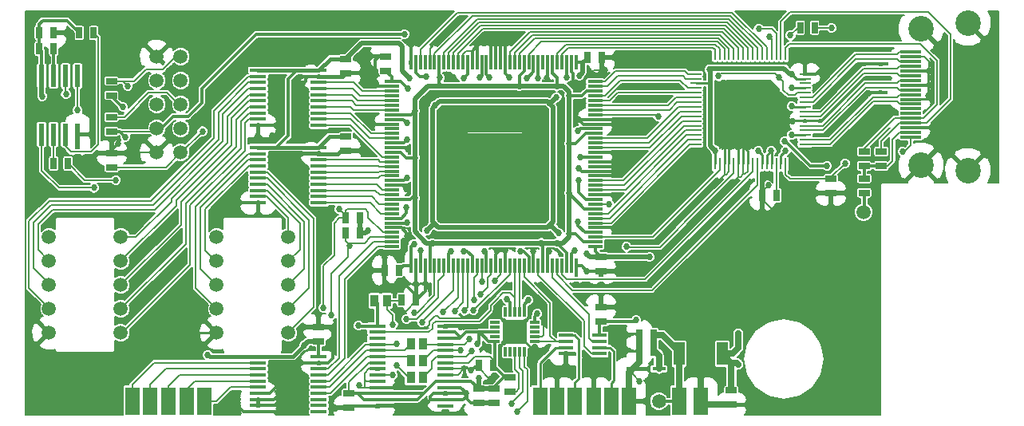
<source format=gtl>
G04 #@! TF.FileFunction,Copper,L1,Top,Signal*
%FSLAX46Y46*%
G04 Gerber Fmt 4.6, Leading zero omitted, Abs format (unit mm)*
G04 Created by KiCad (PCBNEW 4.0.7+dfsg1-1) date Sun Apr 22 11:28:12 2018*
%MOMM*%
%LPD*%
G01*
G04 APERTURE LIST*
%ADD10C,0.150000*%
%ADD11R,1.500000X3.000000*%
%ADD12C,1.506220*%
%ADD13C,2.700000*%
%ADD14R,2.200000X0.300000*%
%ADD15R,1.143000X0.635000*%
%ADD16R,0.635000X1.143000*%
%ADD17R,0.600000X2.350000*%
%ADD18R,1.400000X0.450000*%
%ADD19R,1.700000X0.400000*%
%ADD20R,1.500000X0.400000*%
%ADD21R,1.600000X0.400000*%
%ADD22R,0.700000X0.200000*%
%ADD23R,0.970000X1.270000*%
%ADD24R,1.750000X0.450000*%
%ADD25C,1.500000*%
%ADD26R,5.000000X5.000000*%
%ADD27R,0.250000X1.200000*%
%ADD28R,1.200000X0.250000*%
%ADD29C,2.250000*%
%ADD30C,0.700000*%
%ADD31R,6.700000X6.700000*%
%ADD32R,0.300000X1.600000*%
%ADD33R,1.600000X0.300000*%
%ADD34C,0.690000*%
%ADD35R,1.200000X2.400000*%
%ADD36R,3.300000X2.400000*%
%ADD37R,2.500000X2.500000*%
%ADD38R,0.300000X1.000000*%
%ADD39R,1.000000X0.300000*%
%ADD40C,0.686000*%
%ADD41C,0.180000*%
%ADD42C,0.200000*%
%ADD43C,0.220000*%
%ADD44C,0.300000*%
%ADD45C,0.500000*%
%ADD46C,0.250000*%
%ADD47C,0.700000*%
%ADD48C,0.400000*%
G04 APERTURE END LIST*
D10*
D11*
X103075500Y-70485000D03*
X95519000Y-70485000D03*
X99202000Y-70485000D03*
X101234000Y-70485000D03*
X112550000Y-70480200D03*
X104917000Y-70485000D03*
X97360500Y-70485000D03*
X54180000Y-70485000D03*
X52260000Y-70485000D03*
X56102500Y-70485000D03*
X59930000Y-70485000D03*
X110268200Y-70485000D03*
X58020000Y-70485000D03*
D12*
X57415000Y-44094000D03*
X54875000Y-44094000D03*
X57415000Y-41554000D03*
X54875000Y-41554000D03*
X57415000Y-39014000D03*
X54875000Y-39014000D03*
X57415000Y-36474000D03*
X54875000Y-36474000D03*
X57415000Y-33934000D03*
X54875000Y-33934000D03*
D13*
X135951000Y-30961000D03*
X135951000Y-45461000D03*
X140901000Y-46061000D03*
X140901000Y-30361000D03*
D14*
X134851000Y-33461000D03*
X134851000Y-33961000D03*
X134851000Y-34461000D03*
X134851000Y-34961000D03*
X134851000Y-35461000D03*
X134851000Y-35961000D03*
X134851000Y-36461000D03*
X134851000Y-36961000D03*
X134851000Y-37461000D03*
X134851000Y-37961000D03*
X134851000Y-38461000D03*
X134851000Y-38961000D03*
X134851000Y-39461000D03*
X134851000Y-39961000D03*
X134851000Y-40461000D03*
X134851000Y-40961000D03*
X134851000Y-41461000D03*
X134851000Y-41961000D03*
X134851000Y-42461000D03*
D15*
X129900000Y-45542000D03*
X129900000Y-44018000D03*
X131730000Y-45536000D03*
X131730000Y-44012000D03*
X129910000Y-48392000D03*
X129910000Y-46868000D03*
X126390000Y-46908000D03*
X126390000Y-48432000D03*
D16*
X48182000Y-31420000D03*
X46658000Y-31420000D03*
X45462000Y-45280000D03*
X43938000Y-45280000D03*
D15*
X50050000Y-38036000D03*
X50050000Y-36512000D03*
X50050000Y-41886000D03*
X50050000Y-40362000D03*
X50080000Y-44152000D03*
X50080000Y-45676000D03*
D16*
X43942000Y-33080000D03*
X42418000Y-33080000D03*
X100528000Y-34034000D03*
X102052000Y-34034000D03*
D15*
X79160000Y-35416000D03*
X79160000Y-33892000D03*
D16*
X43932000Y-31400000D03*
X42408000Y-31400000D03*
D15*
X101990000Y-55182000D03*
X101990000Y-56706000D03*
D16*
X80532000Y-56624000D03*
X79008000Y-56624000D03*
D17*
X42655000Y-42190000D03*
X43925000Y-42190000D03*
X45195000Y-42190000D03*
X46465000Y-42190000D03*
X46465000Y-35990000D03*
X45195000Y-35990000D03*
X43925000Y-35990000D03*
X42655000Y-35990000D03*
D16*
X107592000Y-63474000D03*
X106068000Y-63474000D03*
D15*
X115820000Y-69362000D03*
X115820000Y-70886000D03*
D16*
X107592000Y-65094000D03*
X106068000Y-65094000D03*
D15*
X74940000Y-35666000D03*
X74940000Y-34142000D03*
X74940000Y-43936000D03*
X74940000Y-42412000D03*
X72040000Y-62652000D03*
X72040000Y-64176000D03*
D16*
X76402000Y-52670000D03*
X74878000Y-52670000D03*
X76402000Y-51050000D03*
X74878000Y-51050000D03*
D18*
X108140000Y-67074000D03*
X105340000Y-67074000D03*
D16*
X120632000Y-48664000D03*
X119108000Y-48664000D03*
D15*
X101990000Y-62026000D03*
X101990000Y-60502000D03*
D19*
X65620000Y-35375000D03*
X65620000Y-36025000D03*
X65620000Y-36675000D03*
X65620000Y-37325000D03*
X65620000Y-37975000D03*
X65620000Y-38625000D03*
X65620000Y-39275000D03*
X65620000Y-39925000D03*
X65620000Y-40575000D03*
X65620000Y-41225000D03*
X72060000Y-41225000D03*
X72060000Y-40575000D03*
X72060000Y-39925000D03*
X72060000Y-39275000D03*
X72060000Y-38625000D03*
X72060000Y-37975000D03*
X72060000Y-37325000D03*
X72060000Y-36675000D03*
X72060000Y-36025000D03*
X72060000Y-35375000D03*
X65620000Y-43575000D03*
X65620000Y-44225000D03*
X65620000Y-44875000D03*
X65620000Y-45525000D03*
X65620000Y-46175000D03*
X65620000Y-46825000D03*
X65620000Y-47475000D03*
X65620000Y-48125000D03*
X65620000Y-48775000D03*
X65620000Y-49425000D03*
X72060000Y-49425000D03*
X72060000Y-48775000D03*
X72060000Y-48125000D03*
X72060000Y-47475000D03*
X72060000Y-46825000D03*
X72060000Y-46175000D03*
X72060000Y-45525000D03*
X72060000Y-44875000D03*
X72060000Y-44225000D03*
X72060000Y-43575000D03*
X65620000Y-65765000D03*
X65620000Y-66415000D03*
X65620000Y-67065000D03*
X65620000Y-67715000D03*
X65620000Y-68365000D03*
X65620000Y-69015000D03*
X65620000Y-69665000D03*
X65620000Y-70315000D03*
X65620000Y-70965000D03*
X65620000Y-71615000D03*
X72060000Y-71615000D03*
X72060000Y-70965000D03*
X72060000Y-70315000D03*
X72060000Y-69665000D03*
X72060000Y-69015000D03*
X72060000Y-68365000D03*
X72060000Y-67715000D03*
X72060000Y-67065000D03*
X72060000Y-66415000D03*
X72060000Y-65765000D03*
D20*
X98265600Y-63515600D03*
X98265600Y-64165600D03*
X98265600Y-64815600D03*
X98265600Y-65465600D03*
X101865600Y-65465600D03*
X101865600Y-64815600D03*
X101865600Y-64165600D03*
X101865600Y-63515600D03*
D15*
X92340000Y-67942000D03*
X92340000Y-69466000D03*
D21*
X131673500Y-34710400D03*
D22*
X132123200Y-35710400D03*
X132123200Y-35210400D03*
X132123200Y-34210400D03*
X132123200Y-33710400D03*
X131223800Y-35710400D03*
X131223800Y-35210400D03*
X131223800Y-33710400D03*
X131223800Y-34210400D03*
D21*
X131673500Y-34710400D03*
X131660800Y-37710300D03*
D22*
X132110500Y-38710300D03*
X132110500Y-38210300D03*
X132110500Y-37210300D03*
X132110500Y-36710300D03*
X131211100Y-38710300D03*
X131211100Y-38210300D03*
X131211100Y-36710300D03*
X131211100Y-37210300D03*
D21*
X131660800Y-37710300D03*
D16*
X89028000Y-66694000D03*
X90552000Y-66694000D03*
X124642000Y-30850000D03*
X123118000Y-30850000D03*
D15*
X75260000Y-69682000D03*
X75260000Y-71206000D03*
X89020000Y-69192000D03*
X89020000Y-70716000D03*
X90670000Y-69192000D03*
X90670000Y-70716000D03*
D23*
X81840000Y-64420000D03*
X83120000Y-64420000D03*
X81840000Y-66200000D03*
X83120000Y-66200000D03*
X81840000Y-67980000D03*
X83120000Y-67980000D03*
D24*
X78270000Y-62525000D03*
X78270000Y-63175000D03*
X78270000Y-63825000D03*
X78270000Y-64475000D03*
X78270000Y-65125000D03*
X78270000Y-65775000D03*
X78270000Y-66425000D03*
X78270000Y-67075000D03*
X78270000Y-67725000D03*
X78270000Y-68375000D03*
X78270000Y-69025000D03*
X78270000Y-69675000D03*
X78270000Y-70325000D03*
X78270000Y-70975000D03*
X85470000Y-70975000D03*
X85470000Y-70325000D03*
X85470000Y-69675000D03*
X85470000Y-69025000D03*
X85470000Y-68375000D03*
X85470000Y-67725000D03*
X85470000Y-67075000D03*
X85470000Y-66425000D03*
X85470000Y-65775000D03*
X85470000Y-65125000D03*
X85470000Y-64475000D03*
X85470000Y-63825000D03*
X85470000Y-63175000D03*
X85470000Y-62525000D03*
D23*
X77980000Y-59834000D03*
X79260000Y-59834000D03*
D16*
X82382000Y-59744000D03*
X80858000Y-59744000D03*
D25*
X61225000Y-53074000D03*
X68845000Y-63234000D03*
X61225000Y-55614000D03*
X68845000Y-60694000D03*
X61225000Y-58154000D03*
X68845000Y-58154000D03*
X61225000Y-60694000D03*
X68845000Y-55614000D03*
X61225000Y-63234000D03*
X68845000Y-53074000D03*
X43445000Y-53074000D03*
X51065000Y-63234000D03*
X43445000Y-55614000D03*
X51065000Y-60694000D03*
X43445000Y-58154000D03*
X51065000Y-58154000D03*
X43445000Y-60694000D03*
X51065000Y-55614000D03*
X43445000Y-63234000D03*
X51065000Y-53074000D03*
D26*
X117830600Y-39509200D03*
D27*
X114080600Y-45309200D03*
X114580600Y-45309200D03*
X115080600Y-45309200D03*
X115580600Y-45309200D03*
X116080600Y-45309200D03*
X116580600Y-45309200D03*
X117080600Y-45309200D03*
X117580600Y-45309200D03*
X118080600Y-45309200D03*
X118580600Y-45309200D03*
X119080600Y-45309200D03*
X119580600Y-45309200D03*
X120080600Y-45309200D03*
X120580600Y-45309200D03*
X121080600Y-45309200D03*
X121580600Y-45309200D03*
D28*
X123630600Y-43259200D03*
X123630600Y-42759200D03*
X123630600Y-42259200D03*
X123630600Y-41759200D03*
X123630600Y-41259200D03*
X123630600Y-40759200D03*
X123630600Y-40259200D03*
X123630600Y-39759200D03*
X123630600Y-39259200D03*
X123630600Y-38759200D03*
X123630600Y-38259200D03*
X123630600Y-37759200D03*
X123630600Y-37259200D03*
X123630600Y-36759200D03*
X123630600Y-36259200D03*
X123630600Y-35759200D03*
D27*
X121580600Y-33709200D03*
X121080600Y-33709200D03*
X120580600Y-33709200D03*
X120080600Y-33709200D03*
X119580600Y-33709200D03*
X119080600Y-33709200D03*
X118580600Y-33709200D03*
X118080600Y-33709200D03*
X117580600Y-33709200D03*
X117080600Y-33709200D03*
X116580600Y-33709200D03*
X116080600Y-33709200D03*
X115580600Y-33709200D03*
X115080600Y-33709200D03*
X114580600Y-33709200D03*
X114080600Y-33709200D03*
D28*
X112030600Y-35759200D03*
X112030600Y-36259200D03*
X112030600Y-36759200D03*
X112030600Y-37259200D03*
X112030600Y-37759200D03*
X112030600Y-38259200D03*
X112030600Y-38759200D03*
X112030600Y-39259200D03*
X112030600Y-39759200D03*
X112030600Y-40259200D03*
X112030600Y-40759200D03*
X112030600Y-41259200D03*
X112030600Y-41759200D03*
X112030600Y-42259200D03*
X112030600Y-42759200D03*
X112030600Y-43259200D03*
D29*
X117830600Y-39509200D03*
D30*
X115830600Y-41509200D03*
X115830600Y-40509200D03*
X115830600Y-39509200D03*
X115830600Y-38509200D03*
X115830600Y-37509200D03*
X116830600Y-41509200D03*
X116830600Y-40509200D03*
X116830600Y-38509200D03*
X116830600Y-37509200D03*
X117830600Y-41509200D03*
X117830600Y-37509200D03*
X118830600Y-41509200D03*
X118830600Y-40509200D03*
X118830600Y-38509200D03*
X118830600Y-37509200D03*
X119830600Y-41509200D03*
X119830600Y-40509200D03*
X119830600Y-39509200D03*
X119830600Y-38509200D03*
X119830600Y-37509200D03*
D31*
X90587000Y-45335000D03*
D32*
X81837000Y-56135000D03*
X82337000Y-56135000D03*
X82837000Y-56135000D03*
X83337000Y-56135000D03*
X83837000Y-56135000D03*
X84337000Y-56135000D03*
X84837000Y-56135000D03*
X85337000Y-56135000D03*
X85837000Y-56135000D03*
X86337000Y-56135000D03*
X86837000Y-56135000D03*
X87337000Y-56135000D03*
X87837000Y-56135000D03*
X88337000Y-56135000D03*
X88837000Y-56135000D03*
X89337000Y-56135000D03*
X89837000Y-56135000D03*
X90337000Y-56135000D03*
X90837000Y-56135000D03*
X91337000Y-56135000D03*
X91837000Y-56135000D03*
X92337000Y-56135000D03*
X92837000Y-56135000D03*
X93337000Y-56135000D03*
X93837000Y-56135000D03*
X94337000Y-56135000D03*
X94837000Y-56135000D03*
X95337000Y-56135000D03*
X95837000Y-56135000D03*
X96337000Y-56135000D03*
X96837000Y-56135000D03*
X97337000Y-56135000D03*
X97837000Y-56135000D03*
X98337000Y-56135000D03*
X98837000Y-56135000D03*
X99337000Y-56135000D03*
D33*
X101387000Y-54085000D03*
X101387000Y-53585000D03*
X101387000Y-53085000D03*
X101387000Y-52585000D03*
X101387000Y-52085000D03*
X101387000Y-51585000D03*
X101387000Y-51085000D03*
X101387000Y-50585000D03*
X101387000Y-50085000D03*
X101387000Y-49585000D03*
X101387000Y-49085000D03*
X101387000Y-48585000D03*
X101387000Y-48085000D03*
X101387000Y-47585000D03*
X101387000Y-47085000D03*
X101387000Y-46585000D03*
X101387000Y-46085000D03*
X101387000Y-45585000D03*
X101387000Y-45085000D03*
X101387000Y-44585000D03*
X101387000Y-44085000D03*
X101387000Y-43585000D03*
X101387000Y-43085000D03*
X101387000Y-42585000D03*
X101387000Y-42085000D03*
X101387000Y-41585000D03*
X101387000Y-41085000D03*
X101387000Y-40585000D03*
X101387000Y-40085000D03*
X101387000Y-39585000D03*
X101387000Y-39085000D03*
X101387000Y-38585000D03*
X101387000Y-38085000D03*
X101387000Y-37585000D03*
X101387000Y-37085000D03*
X101387000Y-36585000D03*
D32*
X99337000Y-34535000D03*
X98837000Y-34535000D03*
X98337000Y-34535000D03*
X97837000Y-34535000D03*
X97337000Y-34535000D03*
X96837000Y-34535000D03*
X96337000Y-34535000D03*
X95837000Y-34535000D03*
X95337000Y-34535000D03*
X94837000Y-34535000D03*
X94337000Y-34535000D03*
X93837000Y-34535000D03*
X93337000Y-34535000D03*
X92837000Y-34535000D03*
X92337000Y-34535000D03*
X91837000Y-34535000D03*
X91337000Y-34535000D03*
X90837000Y-34535000D03*
X90337000Y-34535000D03*
X89837000Y-34535000D03*
X89337000Y-34535000D03*
X88837000Y-34535000D03*
X88337000Y-34535000D03*
X87837000Y-34535000D03*
X87337000Y-34535000D03*
X86837000Y-34535000D03*
X86337000Y-34535000D03*
X85837000Y-34535000D03*
X85337000Y-34535000D03*
X84837000Y-34535000D03*
X84337000Y-34535000D03*
X83837000Y-34535000D03*
X83337000Y-34535000D03*
X82837000Y-34535000D03*
X82337000Y-34535000D03*
X81837000Y-34535000D03*
D33*
X79787000Y-36585000D03*
X79787000Y-37085000D03*
X79787000Y-37585000D03*
X79787000Y-38085000D03*
X79787000Y-38585000D03*
X79787000Y-39085000D03*
X79787000Y-39585000D03*
X79787000Y-40085000D03*
X79787000Y-40585000D03*
X79787000Y-41085000D03*
X79787000Y-41585000D03*
X79787000Y-42085000D03*
X79787000Y-42585000D03*
X79787000Y-43085000D03*
X79787000Y-43585000D03*
X79787000Y-44085000D03*
X79787000Y-44585000D03*
X79787000Y-45085000D03*
X79787000Y-45585000D03*
X79787000Y-46085000D03*
X79787000Y-46585000D03*
X79787000Y-47085000D03*
X79787000Y-47585000D03*
X79787000Y-48085000D03*
X79787000Y-48585000D03*
X79787000Y-49085000D03*
X79787000Y-49585000D03*
X79787000Y-50085000D03*
X79787000Y-50585000D03*
X79787000Y-51085000D03*
X79787000Y-51585000D03*
X79787000Y-52085000D03*
X79787000Y-52585000D03*
X79787000Y-53085000D03*
X79787000Y-53585000D03*
X79787000Y-54085000D03*
D34*
X88037000Y-47885000D03*
X88037000Y-47035000D03*
X88037000Y-46185000D03*
X88037000Y-45335000D03*
X88037000Y-44485000D03*
X88037000Y-43635000D03*
X88037000Y-42785000D03*
X88887000Y-47885000D03*
X88887000Y-47035000D03*
X88887000Y-46185000D03*
X88887000Y-45335000D03*
X88887000Y-44485000D03*
X88887000Y-43635000D03*
X88887000Y-42785000D03*
X89737000Y-47885000D03*
X89737000Y-47035000D03*
X89737000Y-43635000D03*
X89737000Y-42785000D03*
X90587000Y-47885000D03*
X90587000Y-47035000D03*
X90587000Y-43635000D03*
X90587000Y-42785000D03*
X91437000Y-47885000D03*
X91437000Y-47035000D03*
X91437000Y-43635000D03*
X91437000Y-42785000D03*
X92287000Y-47885000D03*
X92287000Y-47035000D03*
X92287000Y-46185000D03*
X92287000Y-45335000D03*
X92287000Y-44485000D03*
X92287000Y-43635000D03*
X92287000Y-42785000D03*
X93137000Y-47885000D03*
X93137000Y-47035000D03*
X93137000Y-46185000D03*
X93137000Y-45335000D03*
X93137000Y-44485000D03*
X93137000Y-43635000D03*
X93137000Y-42785000D03*
D29*
X90587000Y-45335000D03*
D35*
X112570000Y-65464000D03*
X110270000Y-65464000D03*
X114870000Y-65464000D03*
D36*
X112570000Y-58264000D03*
D37*
X92848000Y-63119000D03*
D38*
X91848000Y-65234000D03*
X92348000Y-65234000D03*
X92848000Y-65234000D03*
X93348000Y-65234000D03*
X93848000Y-65234000D03*
D39*
X94963000Y-64119000D03*
X94963000Y-63619000D03*
X94963000Y-63119000D03*
X94963000Y-62619000D03*
X94963000Y-62119000D03*
D38*
X93848000Y-61004000D03*
X93348000Y-61004000D03*
X92848000Y-61004000D03*
X92348000Y-61004000D03*
X91848000Y-61004000D03*
D39*
X90733000Y-62119000D03*
X90733000Y-62619000D03*
X90733000Y-63119000D03*
X90733000Y-63619000D03*
X90733000Y-64119000D03*
D29*
X92848000Y-63119000D03*
D40*
X82140000Y-61130000D03*
X46470000Y-39630000D03*
X87500000Y-60890000D03*
X50540000Y-47030000D03*
X86460000Y-60900000D03*
X45230000Y-37920000D03*
X122100000Y-31680000D03*
X120900000Y-36160000D03*
X114450000Y-36000000D03*
X108080000Y-40280000D03*
X118720000Y-30960000D03*
X92475000Y-70735000D03*
X73380000Y-61350000D03*
X75360000Y-53990000D03*
X119820000Y-31840000D03*
X72570000Y-60600000D03*
X93120000Y-71590000D03*
X74200000Y-50120000D03*
X59710000Y-41850000D03*
X89340000Y-57840000D03*
X51800000Y-37060000D03*
X88570000Y-59770000D03*
X90710000Y-57680000D03*
X89240000Y-59180000D03*
X51280000Y-39270000D03*
X51530000Y-42440000D03*
X81140000Y-31550000D03*
X83430000Y-36060000D03*
X99180000Y-54464000D03*
X87410000Y-36210000D03*
X82860000Y-54510000D03*
X98330000Y-36110000D03*
X99710000Y-35940000D03*
X97500000Y-52650000D03*
X100490000Y-54870000D03*
X107150000Y-55190000D03*
X81490000Y-37300000D03*
X84420000Y-39130000D03*
X97290000Y-38220000D03*
X82140000Y-53800000D03*
X83560000Y-52360000D03*
X84860000Y-36170000D03*
X81350000Y-49910000D03*
X97300000Y-37020000D03*
X82290000Y-48950000D03*
X93320000Y-37054000D03*
X82250000Y-39694000D03*
X82290000Y-44674000D03*
X84120000Y-53724000D03*
X95680000Y-53704000D03*
X97310000Y-53714000D03*
X98630000Y-52714000D03*
X98580000Y-48414000D03*
X98640000Y-43154000D03*
X98640000Y-38064000D03*
X81350000Y-61780000D03*
X48220000Y-47850000D03*
X127870000Y-45260000D03*
X133980000Y-44010000D03*
X131750000Y-40310000D03*
X130110000Y-41910000D03*
X128270000Y-43730000D03*
X126850000Y-44700000D03*
X116850000Y-43170000D03*
X118670000Y-42850000D03*
X120080000Y-42900000D03*
X114860000Y-48430000D03*
X112280000Y-51020000D03*
X112840000Y-52360000D03*
X116350000Y-48820000D03*
X107130000Y-58060000D03*
X114050000Y-60810000D03*
X114050000Y-62590000D03*
X112120000Y-62560000D03*
X112060000Y-60780000D03*
X110290000Y-62480000D03*
X110310000Y-60810000D03*
X119290000Y-56520000D03*
X119780000Y-54080000D03*
X127670000Y-33760000D03*
X125860000Y-33720000D03*
X123880000Y-33700000D03*
X77180000Y-56270000D03*
X127700000Y-31730000D03*
X129720000Y-31730000D03*
X131540000Y-30400000D03*
X128660000Y-30210000D03*
X120400000Y-29680000D03*
X106050000Y-68370000D03*
X99760000Y-37280000D03*
X92070000Y-58240000D03*
X82060000Y-62460000D03*
X102450000Y-35350000D03*
X103590000Y-33650000D03*
X53040000Y-51570000D03*
X55130000Y-61830000D03*
X54600000Y-58380000D03*
X52880000Y-54910000D03*
X55350000Y-52640000D03*
X56540000Y-53920000D03*
X53890000Y-56650000D03*
X101560000Y-66340000D03*
X84560000Y-32340000D03*
X94050000Y-58830000D03*
X102070000Y-67180000D03*
X136720000Y-38090000D03*
X136780000Y-35430000D03*
X138380000Y-35570000D03*
X138360000Y-37600000D03*
X138510000Y-40890000D03*
X90980000Y-60550000D03*
X114540000Y-38840000D03*
X114570000Y-42560000D03*
X114510000Y-40720000D03*
X115500000Y-43150000D03*
X114500000Y-37190000D03*
X106180000Y-56300000D03*
X113870000Y-47640000D03*
X111470000Y-49990000D03*
X115870000Y-53310000D03*
X114350000Y-53370000D03*
X117060000Y-68000000D03*
X114250000Y-68000000D03*
X105790000Y-60490000D03*
X108140000Y-61220000D03*
X108260000Y-59720000D03*
X109690000Y-58420000D03*
X111750000Y-44160000D03*
X106800000Y-34370000D03*
X108890000Y-34260000D03*
X110520000Y-34290000D03*
X105990000Y-44370000D03*
X106540000Y-41130000D03*
X110430000Y-48620000D03*
X108800000Y-49030000D03*
X107620000Y-49010000D03*
X72440000Y-33380000D03*
X69370000Y-33280000D03*
X65710000Y-33480000D03*
X73800000Y-30340000D03*
X68110000Y-30340000D03*
X64170000Y-31110000D03*
X97320000Y-60210000D03*
X87130000Y-62650000D03*
X90350000Y-68130000D03*
X89970000Y-64990000D03*
X91790000Y-66700000D03*
X94770000Y-65080000D03*
X62510000Y-48700000D03*
X50760000Y-43160000D03*
X67070000Y-42310000D03*
X69840000Y-44580000D03*
X65610000Y-42280000D03*
X70340000Y-36820000D03*
X73780000Y-71250000D03*
X69450000Y-69600000D03*
X67670000Y-66850000D03*
X63210000Y-70240000D03*
X43940000Y-48440000D03*
X42620000Y-47670000D03*
X42570000Y-39440000D03*
X45390000Y-39380000D03*
X46760000Y-33410000D03*
X130330000Y-37830000D03*
X129310000Y-34850000D03*
X98090000Y-66960000D03*
X122280000Y-40790000D03*
X124940000Y-58310000D03*
X127600000Y-58290000D03*
X126430000Y-53880000D03*
X122950000Y-48590000D03*
X108760000Y-38430000D03*
X104330000Y-37120000D03*
X106760000Y-37110000D03*
X104150000Y-38390000D03*
X88180000Y-67230000D03*
X119800000Y-47580000D03*
X120830000Y-50470000D03*
X83180000Y-39650000D03*
X80670000Y-68250000D03*
X87660000Y-69675000D03*
X76340000Y-68790000D03*
X81410000Y-52970000D03*
X79020000Y-55250000D03*
X92240000Y-36090000D03*
X92280000Y-37850000D03*
X86300000Y-36090000D03*
X85525000Y-49495000D03*
X85360000Y-47660000D03*
X85400000Y-45450000D03*
X85360000Y-43540000D03*
X99800000Y-38990000D03*
X99620000Y-45750000D03*
X93600000Y-50980000D03*
X94950000Y-50140000D03*
X95790000Y-48010000D03*
X95790000Y-46250000D03*
X95790000Y-44110000D03*
X95890000Y-42290000D03*
X88820000Y-50980000D03*
X91070000Y-50990000D03*
X89940000Y-49740000D03*
X92610000Y-49780000D03*
X94790000Y-48860000D03*
X94790000Y-47130000D03*
X94810000Y-45170000D03*
X94870000Y-43100000D03*
X87710000Y-49790000D03*
X86880000Y-39900000D03*
X85640000Y-41260000D03*
X86400000Y-48390000D03*
X86340000Y-46410000D03*
X86360000Y-44540000D03*
X86390000Y-42360000D03*
X87830000Y-41090000D03*
X89890000Y-41100000D03*
X91710000Y-41100000D03*
X93470000Y-41150000D03*
X86625000Y-50575000D03*
X97760000Y-41500000D03*
X83180000Y-41890000D03*
X88540000Y-37830000D03*
X88440000Y-52880000D03*
X97790000Y-39490000D03*
X99600000Y-40580000D03*
X97750000Y-51600000D03*
X96540000Y-52890000D03*
X83180000Y-51270000D03*
X91820000Y-52880000D03*
X85240000Y-52880000D03*
X81360000Y-48020000D03*
X83170000Y-48000000D03*
X81470000Y-43760000D03*
X83190000Y-43750000D03*
X94060000Y-37850000D03*
X94160000Y-36230000D03*
X96240000Y-36230000D03*
X96420000Y-37850000D03*
X103870000Y-52280000D03*
X103580000Y-48800000D03*
X90220000Y-32400000D03*
X89280000Y-32360000D03*
X78140000Y-36760000D03*
X77340000Y-40590000D03*
X104100000Y-41124000D03*
X103830000Y-44544000D03*
X103820000Y-45824000D03*
X76680000Y-43964000D03*
X100492000Y-56706000D03*
X96500000Y-54604000D03*
X94830000Y-54554000D03*
X91830000Y-54524000D03*
X86110000Y-54560000D03*
X87420000Y-54560000D03*
X90180000Y-36110000D03*
X80280000Y-66710000D03*
X80280000Y-64380000D03*
D25*
X129840000Y-50420000D03*
X108140000Y-70490000D03*
D40*
X104680000Y-54090000D03*
X102820000Y-49580000D03*
X88880000Y-64440000D03*
X92000000Y-59660000D03*
X105720000Y-61900000D03*
X116540000Y-63290000D03*
X116560000Y-64830000D03*
X116570000Y-66580000D03*
X81670000Y-36220000D03*
X42710000Y-38130000D03*
X60290000Y-65590000D03*
X70470000Y-64590000D03*
X76280000Y-62480000D03*
X89050000Y-68090000D03*
X77250000Y-52410000D03*
X95230000Y-61230000D03*
X94280000Y-59790000D03*
X89600000Y-54560000D03*
X93410000Y-54564000D03*
X81460000Y-51530000D03*
X99570000Y-51430000D03*
X99660000Y-47080000D03*
X99810000Y-44590000D03*
X99530000Y-41820000D03*
X95280000Y-36210000D03*
X89150000Y-36120000D03*
X81410000Y-40970000D03*
X81420000Y-42760000D03*
X81380000Y-46790000D03*
X88460000Y-60870000D03*
X88050000Y-63940000D03*
X83010000Y-62150000D03*
X87130000Y-65110000D03*
X85260000Y-61060000D03*
X88300000Y-65190000D03*
X79930000Y-62360000D03*
X79920000Y-67720000D03*
X114080000Y-43880000D03*
X113480000Y-35320000D03*
X122240000Y-35790000D03*
X118700000Y-43950000D03*
X126450000Y-30910000D03*
X121460000Y-42920000D03*
X125980000Y-45530000D03*
X122200000Y-37260000D03*
X120060000Y-43950000D03*
X122240000Y-42210000D03*
X122220000Y-39210000D03*
X121580000Y-43930000D03*
D41*
X84337000Y-59263000D02*
X82530000Y-61070000D01*
X84337000Y-59263000D02*
X84337000Y-56135000D01*
X82200000Y-61070000D02*
X82530000Y-61070000D01*
X82140000Y-61130000D02*
X82200000Y-61070000D01*
X46465000Y-35990000D02*
X46465000Y-39625000D01*
X46465000Y-39625000D02*
X46470000Y-39630000D01*
X87837000Y-60550000D02*
X87837000Y-60553000D01*
X87837000Y-60553000D02*
X87500000Y-60890000D01*
X45462000Y-45280000D02*
X45480000Y-45280000D01*
X45480000Y-45280000D02*
X47230000Y-47030000D01*
X47230000Y-47030000D02*
X50540000Y-47030000D01*
X87837000Y-56135000D02*
X87837000Y-60550000D01*
X87337000Y-60020000D02*
X87337000Y-60023000D01*
X87337000Y-60023000D02*
X86460000Y-60900000D01*
X45195000Y-35990000D02*
X45195000Y-37885000D01*
X45195000Y-37885000D02*
X45230000Y-37920000D01*
X87337000Y-56135000D02*
X87337000Y-60020000D01*
X101387000Y-51585000D02*
X103075000Y-51585000D01*
X111400800Y-43259200D02*
X103075000Y-51585000D01*
X111400800Y-43259200D02*
X112030600Y-43259200D01*
D42*
X123118000Y-30850000D02*
X122930000Y-30850000D01*
X122930000Y-30850000D02*
X122100000Y-31680000D01*
X120900000Y-36160000D02*
X120905000Y-36155000D01*
X120905000Y-36155000D02*
X120900000Y-36160000D01*
X120900000Y-36160000D02*
X120900000Y-36150000D01*
D41*
X101387000Y-40085000D02*
X107885000Y-40085000D01*
X122780800Y-37759200D02*
X123630600Y-37759200D01*
X122540000Y-38000000D02*
X122780800Y-37759200D01*
X121850000Y-38000000D02*
X122540000Y-38000000D01*
X121310000Y-37460000D02*
X121850000Y-38000000D01*
X121310000Y-36560000D02*
X121310000Y-37460000D01*
X120490000Y-35740000D02*
X120900000Y-36150000D01*
X120900000Y-36150000D02*
X121310000Y-36560000D01*
X114710000Y-35740000D02*
X120490000Y-35740000D01*
X114450000Y-36000000D02*
X114710000Y-35740000D01*
X107885000Y-40085000D02*
X108080000Y-40280000D01*
X112030600Y-37759200D02*
X103750800Y-37759200D01*
X102925000Y-38585000D02*
X101387000Y-38585000D01*
X103750800Y-37759200D02*
X102925000Y-38585000D01*
X114649992Y-31639992D02*
X110410000Y-31639992D01*
X116080600Y-33709200D02*
X116080600Y-33070600D01*
X116080600Y-33070600D02*
X114649992Y-31639992D01*
X110410000Y-31639992D02*
X94700008Y-31639992D01*
X94700008Y-31639992D02*
X92837000Y-33503000D01*
X92837000Y-33503000D02*
X92837000Y-34535000D01*
X114849990Y-31299990D02*
X110360000Y-31299990D01*
X116580600Y-33709200D02*
X116580600Y-33030600D01*
X116580600Y-33030600D02*
X114849990Y-31299990D01*
X110360000Y-31299990D02*
X94420010Y-31299990D01*
X94420010Y-31299990D02*
X92337000Y-33383000D01*
X92337000Y-33383000D02*
X92337000Y-34535000D01*
X115009988Y-30959988D02*
X110320000Y-30959988D01*
X117080600Y-33709200D02*
X117080600Y-33030600D01*
X117080600Y-33030600D02*
X115009988Y-30959988D01*
X110320000Y-30959988D02*
X89430012Y-30959988D01*
X89430012Y-30959988D02*
X86837000Y-33553000D01*
X86837000Y-33553000D02*
X86837000Y-34535000D01*
X115189986Y-30619986D02*
X110320000Y-30619986D01*
X86337000Y-34535000D02*
X86337000Y-33503000D01*
X89220014Y-30619986D02*
X86337000Y-33503000D01*
X110320000Y-30619986D02*
X89220014Y-30619986D01*
X117580600Y-33010600D02*
X115189986Y-30619986D01*
X117580600Y-33010600D02*
X117580600Y-33709200D01*
X110240000Y-30279984D02*
X115389984Y-30279984D01*
X118080600Y-32970600D02*
X115389984Y-30279984D01*
X118080600Y-32970600D02*
X118080600Y-33709200D01*
X110300000Y-30279984D02*
X110240000Y-30279984D01*
X110240000Y-30279984D02*
X89060016Y-30279984D01*
X89060016Y-30279984D02*
X85837000Y-33503000D01*
X85837000Y-33503000D02*
X85837000Y-34535000D01*
X110200000Y-29939982D02*
X115559982Y-29939982D01*
X118580600Y-32960600D02*
X115559982Y-29939982D01*
X118580600Y-32960600D02*
X118580600Y-33709200D01*
X110240000Y-29939982D02*
X110200000Y-29939982D01*
X110200000Y-29939982D02*
X88900018Y-29939982D01*
X88900018Y-29939982D02*
X85337000Y-33503000D01*
X85337000Y-33503000D02*
X85337000Y-34535000D01*
X115749980Y-29599980D02*
X110200000Y-29599980D01*
X84337000Y-34535000D02*
X84337000Y-33583000D01*
X88320020Y-29599980D02*
X84337000Y-33583000D01*
X110200000Y-29599980D02*
X88320020Y-29599980D01*
X119080600Y-32930600D02*
X115749980Y-29599980D01*
X119080600Y-32930600D02*
X119080600Y-33709200D01*
X115919978Y-29259978D02*
X110220000Y-29259978D01*
X82837000Y-34535000D02*
X82837000Y-33173000D01*
X86750022Y-29259978D02*
X82837000Y-33173000D01*
X110220000Y-29259978D02*
X86750022Y-29259978D01*
X119580600Y-32920600D02*
X115919978Y-29259978D01*
X119580600Y-32920600D02*
X119580600Y-33709200D01*
X101387000Y-53085000D02*
X107465000Y-53085000D01*
X107465000Y-53085000D02*
X114580600Y-45969400D01*
X114580600Y-45969400D02*
X114580600Y-45309200D01*
X120580600Y-31470600D02*
X120580600Y-33709200D01*
X120090000Y-30980000D02*
X120580600Y-31470600D01*
X118740000Y-30980000D02*
X120090000Y-30980000D01*
X118720000Y-30960000D02*
X118740000Y-30980000D01*
X92490000Y-70680000D02*
X92490000Y-70720000D01*
X92490000Y-70720000D02*
X92475000Y-70735000D01*
X93348000Y-65234000D02*
X93348000Y-66948000D01*
X75130000Y-55220000D02*
X73380000Y-56970000D01*
X73380000Y-61350000D02*
X73380000Y-61330000D01*
X73380000Y-61330000D02*
X73380000Y-61340000D01*
X75130000Y-55220000D02*
X75130000Y-53760000D01*
X73380000Y-56970000D02*
X73380000Y-61340000D01*
X93700000Y-69500000D02*
X92690000Y-70510000D01*
X93700000Y-67300000D02*
X93700000Y-69500000D01*
X93348000Y-66948000D02*
X93700000Y-67300000D01*
X75130000Y-53760000D02*
X75360000Y-53990000D01*
X75130000Y-53720000D02*
X75130000Y-53760000D01*
X79787000Y-53085000D02*
X77555000Y-53085000D01*
X74878000Y-53468000D02*
X74878000Y-52670000D01*
X75130000Y-53720000D02*
X74878000Y-53468000D01*
X76920000Y-53720000D02*
X75130000Y-53720000D01*
X77555000Y-53085000D02*
X76920000Y-53720000D01*
X120080600Y-33709200D02*
X120080600Y-32100600D01*
X120080600Y-32100600D02*
X119820000Y-31840000D01*
X93848000Y-65234000D02*
X93848000Y-66828000D01*
X74240000Y-51050000D02*
X73690000Y-51600000D01*
X73690000Y-51600000D02*
X73690000Y-54980000D01*
X73690000Y-54980000D02*
X72570000Y-56100000D01*
X72570000Y-56100000D02*
X72570000Y-60620000D01*
X74240000Y-51050000D02*
X74878000Y-51050000D01*
X72570000Y-60600000D02*
X72570000Y-60620000D01*
X94180000Y-70530000D02*
X93120000Y-71590000D01*
X94180000Y-67160000D02*
X94180000Y-70530000D01*
X93848000Y-66828000D02*
X94180000Y-67160000D01*
X74878000Y-51050000D02*
X74878000Y-50798000D01*
X74878000Y-50798000D02*
X74200000Y-50120000D01*
X79787000Y-52585000D02*
X78845000Y-52585000D01*
X74878000Y-50312000D02*
X74878000Y-51050000D01*
X75070000Y-50120000D02*
X74878000Y-50312000D01*
X77020000Y-50120000D02*
X75070000Y-50120000D01*
X77300000Y-50400000D02*
X77020000Y-50120000D01*
X77300000Y-51040000D02*
X77300000Y-50400000D01*
X78845000Y-52585000D02*
X77300000Y-51040000D01*
D43*
X57415000Y-44094000D02*
X57466000Y-44094000D01*
D41*
X57466000Y-44094000D02*
X59710000Y-41850000D01*
X89337000Y-56135000D02*
X89337000Y-57837000D01*
X89337000Y-57837000D02*
X89340000Y-57840000D01*
D42*
X50080000Y-45676000D02*
X55833000Y-45676000D01*
X55833000Y-45676000D02*
X57415000Y-44094000D01*
D41*
X89360000Y-56158000D02*
X89337000Y-56135000D01*
D43*
X89360000Y-56158000D02*
X89337000Y-56135000D01*
D41*
X51252000Y-36512000D02*
X50050000Y-36512000D01*
X51800000Y-37060000D02*
X51252000Y-36512000D01*
X88837000Y-56135000D02*
X88837000Y-57073000D01*
X88570000Y-57340000D02*
X88570000Y-59770000D01*
X88837000Y-57073000D02*
X88570000Y-57340000D01*
D42*
X57415000Y-33934000D02*
X56840000Y-33934000D01*
X56840000Y-33934000D02*
X55520000Y-35254000D01*
X52482000Y-36512000D02*
X50050000Y-36512000D01*
X53740000Y-35254000D02*
X52482000Y-36512000D01*
X55520000Y-35254000D02*
X53740000Y-35254000D01*
D41*
X91337000Y-57053000D02*
X91337000Y-56135000D01*
X91337000Y-57053000D02*
X90710000Y-57680000D01*
D42*
X57415000Y-39014000D02*
X57224000Y-39014000D01*
X57224000Y-39014000D02*
X55970000Y-37760000D01*
X51408000Y-40362000D02*
X50050000Y-40362000D01*
X54010000Y-37760000D02*
X51408000Y-40362000D01*
X55970000Y-37760000D02*
X54010000Y-37760000D01*
D41*
X90337000Y-56135000D02*
X90337000Y-57073000D01*
X90000000Y-58420000D02*
X89240000Y-59180000D01*
X90000000Y-57410000D02*
X90000000Y-58420000D01*
X90337000Y-57073000D02*
X90000000Y-57410000D01*
D42*
X57415000Y-39014000D02*
X57380000Y-39014000D01*
X50128000Y-40284000D02*
X50050000Y-40362000D01*
D44*
X50050000Y-38036000D02*
X50050000Y-38130000D01*
X50050000Y-38130000D02*
X51190000Y-39270000D01*
X51190000Y-39270000D02*
X51280000Y-39270000D01*
X51530000Y-42440000D02*
X50976000Y-41886000D01*
X50976000Y-41886000D02*
X50050000Y-41886000D01*
X54875000Y-41554000D02*
X55356000Y-41554000D01*
X55356000Y-41554000D02*
X56640000Y-40270000D01*
X81130000Y-31540000D02*
X81140000Y-31550000D01*
X65430000Y-31540000D02*
X81130000Y-31540000D01*
X59640000Y-37330000D02*
X65430000Y-31540000D01*
X59640000Y-38850000D02*
X59640000Y-37330000D01*
X58220000Y-40270000D02*
X59640000Y-38850000D01*
X56640000Y-40270000D02*
X58220000Y-40270000D01*
X82337000Y-34535000D02*
X82337000Y-35617000D01*
X82337000Y-35617000D02*
X82780000Y-36060000D01*
X82780000Y-36060000D02*
X83430000Y-36060000D01*
X98837000Y-56135000D02*
X98837000Y-54807000D01*
X98837000Y-54807000D02*
X99180000Y-54464000D01*
X87837000Y-35783000D02*
X87837000Y-34535000D01*
X87410000Y-36210000D02*
X87837000Y-35783000D01*
X82837000Y-56135000D02*
X82837000Y-54533000D01*
X82837000Y-54533000D02*
X82860000Y-54510000D01*
X98337000Y-34535000D02*
X98337000Y-36103000D01*
X98337000Y-36103000D02*
X98330000Y-36110000D01*
D42*
X50050000Y-41886000D02*
X54543000Y-41886000D01*
X54543000Y-41886000D02*
X54875000Y-41554000D01*
D45*
X100027000Y-35623000D02*
X100027000Y-34535000D01*
X99710000Y-35940000D02*
X100027000Y-35623000D01*
D44*
X101387000Y-54085000D02*
X101387000Y-54579000D01*
X101387000Y-54579000D02*
X101990000Y-55182000D01*
X96590000Y-51760000D02*
X96610000Y-51760000D01*
D45*
X97500000Y-52650000D02*
X96610000Y-51760000D01*
X100802000Y-55182000D02*
X101990000Y-55182000D01*
X100490000Y-54870000D02*
X100802000Y-55182000D01*
X107142000Y-55182000D02*
X101990000Y-55182000D01*
X107142000Y-55182000D02*
X107150000Y-55190000D01*
D44*
X79787000Y-36585000D02*
X80775000Y-36585000D01*
X80775000Y-36585000D02*
X81490000Y-37300000D01*
D45*
X96580000Y-38930000D02*
X97290000Y-38220000D01*
X84370000Y-51690000D02*
X84230000Y-51690000D01*
X84230000Y-51690000D02*
X83560000Y-52360000D01*
D44*
X96580000Y-38930000D02*
X96530000Y-38930000D01*
X84130000Y-39360000D02*
X84130000Y-39420000D01*
D45*
X86280000Y-38690000D02*
X84860000Y-38690000D01*
X84860000Y-38690000D02*
X84420000Y-39130000D01*
X84420000Y-39130000D02*
X84130000Y-39420000D01*
X96290000Y-38690000D02*
X86220000Y-38690000D01*
X96530000Y-38930000D02*
X96290000Y-38690000D01*
X96900000Y-39300000D02*
X96530000Y-38930000D01*
X96900000Y-51450000D02*
X96900000Y-39300000D01*
X96590000Y-51760000D02*
X96900000Y-51450000D01*
X84220000Y-51540000D02*
X84370000Y-51690000D01*
X84370000Y-51690000D02*
X84750000Y-52070000D01*
X96280000Y-52070000D02*
X96590000Y-51760000D01*
X84750000Y-52070000D02*
X96280000Y-52070000D01*
X84130000Y-51450000D02*
X84220000Y-51540000D01*
X84130000Y-39420000D02*
X84130000Y-51450000D01*
D44*
X81837000Y-56135000D02*
X81837000Y-54103000D01*
X81837000Y-54103000D02*
X82140000Y-53800000D01*
X84220000Y-51700000D02*
X84220000Y-51540000D01*
X83560000Y-52360000D02*
X84300000Y-51620000D01*
X84300000Y-51620000D02*
X84220000Y-51700000D01*
X79787000Y-36585000D02*
X79787000Y-36043000D01*
X79787000Y-36043000D02*
X79160000Y-35416000D01*
X81837000Y-56135000D02*
X81021000Y-56135000D01*
X81021000Y-56135000D02*
X80532000Y-56624000D01*
X99337000Y-34535000D02*
X100027000Y-34535000D01*
X100027000Y-34535000D02*
X100528000Y-34034000D01*
X101387000Y-37585000D02*
X100465000Y-37585000D01*
X99986000Y-38064000D02*
X98640000Y-38064000D01*
X100465000Y-37585000D02*
X99986000Y-38064000D01*
X101387000Y-53585000D02*
X100155000Y-53585000D01*
X99284000Y-52714000D02*
X98630000Y-52714000D01*
X100155000Y-53585000D02*
X99284000Y-52714000D01*
X84850000Y-36180000D02*
X84837000Y-36180000D01*
X84860000Y-36170000D02*
X84850000Y-36180000D01*
D42*
X85510000Y-37010000D02*
X85510000Y-37034000D01*
X85510000Y-37034000D02*
X85510000Y-37010000D01*
X85510000Y-37010000D02*
X85510000Y-37034000D01*
D44*
X79787000Y-51085000D02*
X80795000Y-51085000D01*
X81350000Y-50530000D02*
X81350000Y-49910000D01*
X80795000Y-51085000D02*
X81350000Y-50530000D01*
X101387000Y-42085000D02*
X100345000Y-42085000D01*
X99276000Y-43154000D02*
X98640000Y-43154000D01*
X100345000Y-42085000D02*
X99276000Y-43154000D01*
X96837000Y-34535000D02*
X96837000Y-35667000D01*
X97300000Y-36130000D02*
X97300000Y-37020000D01*
X97300000Y-37020000D02*
X97300000Y-37034000D01*
X96837000Y-35667000D02*
X97300000Y-36130000D01*
X93837000Y-34535000D02*
X93837000Y-35483000D01*
X93320000Y-36000000D02*
X93320000Y-37054000D01*
X93837000Y-35483000D02*
X93320000Y-36000000D01*
X79787000Y-44085000D02*
X80775000Y-44085000D01*
X81364000Y-44674000D02*
X82290000Y-44674000D01*
X80775000Y-44085000D02*
X81364000Y-44674000D01*
X84837000Y-34535000D02*
X84837000Y-36180000D01*
X84837000Y-36180000D02*
X84837000Y-36751000D01*
X84837000Y-36751000D02*
X85130000Y-37044000D01*
X79787000Y-40085000D02*
X81859000Y-40085000D01*
X81859000Y-40085000D02*
X82250000Y-39694000D01*
X79787000Y-49085000D02*
X81749000Y-49085000D01*
X81749000Y-49085000D02*
X82270000Y-48564000D01*
D45*
X82280000Y-50334000D02*
X82290000Y-50334000D01*
X82290000Y-50334000D02*
X82280000Y-50334000D01*
X82280000Y-50334000D02*
X82290000Y-50334000D01*
D44*
X83837000Y-56135000D02*
X83837000Y-54007000D01*
X83837000Y-54007000D02*
X84120000Y-53724000D01*
X95837000Y-56135000D02*
X95837000Y-53861000D01*
X95837000Y-53861000D02*
X95680000Y-53704000D01*
X98337000Y-56135000D02*
X98337000Y-54741000D01*
X98337000Y-54741000D02*
X97310000Y-53714000D01*
X101387000Y-50085000D02*
X100251000Y-50085000D01*
X100251000Y-50085000D02*
X98580000Y-48414000D01*
D45*
X96740000Y-37024000D02*
X96740000Y-37034000D01*
X96740000Y-37034000D02*
X96740000Y-37024000D01*
X96740000Y-37024000D02*
X96740000Y-37034000D01*
X93320000Y-37054000D02*
X93320000Y-37034000D01*
X93320000Y-37034000D02*
X93320000Y-37054000D01*
X93320000Y-37054000D02*
X93320000Y-37034000D01*
X85130000Y-37044000D02*
X85130000Y-37034000D01*
X85130000Y-37034000D02*
X85130000Y-37044000D01*
X85130000Y-37044000D02*
X85130000Y-37034000D01*
X82250000Y-39694000D02*
X82290000Y-39694000D01*
X82290000Y-39694000D02*
X82250000Y-39694000D01*
X82250000Y-39694000D02*
X82290000Y-39694000D01*
X82270000Y-48564000D02*
X82290000Y-48564000D01*
X82290000Y-48564000D02*
X82270000Y-48564000D01*
X82270000Y-48564000D02*
X82290000Y-48564000D01*
X84120000Y-53724000D02*
X84120000Y-53704000D01*
X84120000Y-53704000D02*
X84120000Y-53724000D01*
X84120000Y-53724000D02*
X84120000Y-53704000D01*
X97310000Y-53714000D02*
X97310000Y-53704000D01*
X97310000Y-53704000D02*
X97310000Y-53714000D01*
X97310000Y-53714000D02*
X97310000Y-53704000D01*
X98630000Y-52714000D02*
X98640000Y-52714000D01*
X98640000Y-52714000D02*
X98630000Y-52714000D01*
X98630000Y-52714000D02*
X98640000Y-52714000D01*
X98580000Y-48414000D02*
X98640000Y-48414000D01*
X98640000Y-48414000D02*
X98580000Y-48414000D01*
X98580000Y-48414000D02*
X98640000Y-48414000D01*
X98630000Y-37644000D02*
X98630000Y-38064000D01*
X98630000Y-38064000D02*
X98630000Y-42044000D01*
X98020000Y-37034000D02*
X98630000Y-37644000D01*
X83650000Y-37034000D02*
X85130000Y-37034000D01*
X85130000Y-37034000D02*
X85510000Y-37034000D01*
X85510000Y-37034000D02*
X93320000Y-37034000D01*
X93320000Y-37034000D02*
X96740000Y-37034000D01*
X96740000Y-37034000D02*
X97300000Y-37034000D01*
X97300000Y-37034000D02*
X98020000Y-37034000D01*
X82290000Y-38394000D02*
X83650000Y-37034000D01*
X82290000Y-52504000D02*
X82290000Y-50334000D01*
X82290000Y-50334000D02*
X82290000Y-48950000D01*
X82290000Y-48950000D02*
X82290000Y-48564000D01*
X82290000Y-48564000D02*
X82290000Y-44674000D01*
X82290000Y-44674000D02*
X82290000Y-39694000D01*
X82290000Y-39694000D02*
X82290000Y-38394000D01*
X83490000Y-53704000D02*
X82290000Y-52504000D01*
X97970000Y-53704000D02*
X97310000Y-53704000D01*
X97310000Y-53704000D02*
X95680000Y-53704000D01*
X95680000Y-53704000D02*
X84120000Y-53704000D01*
X84120000Y-53704000D02*
X83490000Y-53704000D01*
X98640000Y-53034000D02*
X97970000Y-53704000D01*
X98640000Y-41154000D02*
X98640000Y-43154000D01*
X98640000Y-43154000D02*
X98640000Y-48414000D01*
X98640000Y-48414000D02*
X98640000Y-52714000D01*
X98640000Y-52714000D02*
X98640000Y-53034000D01*
X98640000Y-38064000D02*
X98630000Y-38064000D01*
X98630000Y-38064000D02*
X98640000Y-38064000D01*
X98640000Y-38064000D02*
X98630000Y-38064000D01*
D41*
X81650000Y-61780000D02*
X81350000Y-61780000D01*
X81610000Y-61780000D02*
X81650000Y-61780000D01*
X81650000Y-61780000D02*
X82440000Y-61780000D01*
X85337000Y-57140002D02*
X84750000Y-57727002D01*
X84750000Y-57727002D02*
X84750000Y-59470000D01*
X84750000Y-59470000D02*
X82440000Y-61780000D01*
X85337000Y-56135000D02*
X85337000Y-57140002D01*
X42655000Y-42190000D02*
X42655000Y-46035000D01*
X42655000Y-46035000D02*
X44470000Y-47850000D01*
X44470000Y-47850000D02*
X48220000Y-47850000D01*
X101387000Y-50585000D02*
X102755000Y-50585000D01*
X111080800Y-42259200D02*
X102755000Y-50585000D01*
X111080800Y-42259200D02*
X112030600Y-42259200D01*
X101387000Y-48085000D02*
X104615000Y-48085000D01*
X110940800Y-41759200D02*
X104615000Y-48085000D01*
X110940800Y-41759200D02*
X112030600Y-41759200D01*
X101387000Y-47585000D02*
X104485000Y-47585000D01*
X110810800Y-41259200D02*
X104485000Y-47585000D01*
X110810800Y-41259200D02*
X112030600Y-41259200D01*
X101387000Y-47085000D02*
X104345000Y-47085000D01*
X110670800Y-40759200D02*
X104345000Y-47085000D01*
X110670800Y-40759200D02*
X112030600Y-40759200D01*
X101387000Y-43585000D02*
X107195000Y-43585000D01*
X110520800Y-40259200D02*
X107195000Y-43585000D01*
X110520800Y-40259200D02*
X112030600Y-40259200D01*
X101387000Y-43085000D02*
X107055000Y-43085000D01*
X110380800Y-39759200D02*
X107055000Y-43085000D01*
X110380800Y-39759200D02*
X112030600Y-39759200D01*
X101387000Y-42585000D02*
X106905000Y-42585000D01*
X110230800Y-39259200D02*
X106905000Y-42585000D01*
X110230800Y-39259200D02*
X112030600Y-39259200D01*
X101387000Y-39585000D02*
X109235000Y-39585000D01*
X110060800Y-38759200D02*
X109235000Y-39585000D01*
X110060800Y-38759200D02*
X112030600Y-38759200D01*
X101387000Y-51085000D02*
X102905000Y-51085000D01*
X111230800Y-42759200D02*
X102905000Y-51085000D01*
X111230800Y-42759200D02*
X112030600Y-42759200D01*
X101483000Y-51181000D02*
X101387000Y-51085000D01*
X101387000Y-39085000D02*
X109095000Y-39085000D01*
X109920800Y-38259200D02*
X112030600Y-38259200D01*
X109095000Y-39085000D02*
X109920800Y-38259200D01*
X101387000Y-38085000D02*
X102385000Y-38085000D01*
X111179200Y-37259200D02*
X112030600Y-37259200D01*
X110370000Y-36450000D02*
X111179200Y-37259200D01*
X104020000Y-36450000D02*
X110370000Y-36450000D01*
X102385000Y-38085000D02*
X104020000Y-36450000D01*
X101387000Y-37085000D02*
X102635000Y-37085000D01*
X111009200Y-36259200D02*
X112030600Y-36259200D01*
X110690000Y-35940000D02*
X111009200Y-36259200D01*
X103780000Y-35940000D02*
X110690000Y-35940000D01*
X102635000Y-37085000D02*
X103780000Y-35940000D01*
X112030600Y-35759200D02*
X111209200Y-35759200D01*
X102405000Y-36585000D02*
X101387000Y-36585000D01*
X103540000Y-35450000D02*
X102405000Y-36585000D01*
X110900000Y-35450000D02*
X103540000Y-35450000D01*
X111209200Y-35759200D02*
X110900000Y-35450000D01*
X109940000Y-33000000D02*
X113880000Y-33000000D01*
X97837000Y-34535000D02*
X97837000Y-33673000D01*
X98510000Y-33000000D02*
X97837000Y-33673000D01*
X109940000Y-33000000D02*
X98510000Y-33000000D01*
X113880000Y-33000000D02*
X114080600Y-33200600D01*
X114080600Y-33709200D02*
X114080600Y-33200600D01*
X110040000Y-32659998D02*
X114129998Y-32659998D01*
X97337000Y-34535000D02*
X97337000Y-33583000D01*
X98260002Y-32659998D02*
X97337000Y-33583000D01*
X110040000Y-32659998D02*
X98260002Y-32659998D01*
X114129998Y-32659998D02*
X114580600Y-33110600D01*
X114580600Y-33709200D02*
X114580600Y-33110600D01*
X114319996Y-32319996D02*
X110190000Y-32319996D01*
X115080600Y-33080600D02*
X114319996Y-32319996D01*
X110190000Y-32319996D02*
X95660004Y-32319996D01*
X95660004Y-32319996D02*
X94337000Y-33643000D01*
X94337000Y-34535000D02*
X94337000Y-33643000D01*
X115080600Y-33080600D02*
X115080600Y-33709200D01*
X114469994Y-31979994D02*
X110410000Y-31979994D01*
X93337000Y-34535000D02*
X93337000Y-33633000D01*
X94990006Y-31979994D02*
X93337000Y-33633000D01*
X110410000Y-31979994D02*
X94990006Y-31979994D01*
X115580600Y-33090600D02*
X114469994Y-31979994D01*
X115580600Y-33090600D02*
X115580600Y-33709200D01*
X126390000Y-46908000D02*
X126390000Y-46740000D01*
X126390000Y-46740000D02*
X127870000Y-45260000D01*
X121580600Y-45309200D02*
X121580600Y-46420600D01*
X122068000Y-46908000D02*
X126390000Y-46908000D01*
X121580600Y-46420600D02*
X122068000Y-46908000D01*
D42*
X134851000Y-42461000D02*
X134851000Y-43339000D01*
X127870000Y-45260000D02*
X127818000Y-45312000D01*
X134180000Y-44010000D02*
X133980000Y-44010000D01*
X134851000Y-43339000D02*
X134180000Y-44010000D01*
D45*
X131710000Y-40310000D02*
X131750000Y-40310000D01*
X130110000Y-41910000D02*
X131710000Y-40310000D01*
X127820000Y-43730000D02*
X128270000Y-43730000D01*
X126850000Y-44700000D02*
X127820000Y-43730000D01*
X121071445Y-41868555D02*
X121071445Y-37928555D01*
X120080000Y-42860000D02*
X121071445Y-41868555D01*
X120080000Y-42900000D02*
X120080000Y-42860000D01*
D41*
X117270600Y-46409400D02*
X117080600Y-46409400D01*
X117580600Y-46099400D02*
X117270600Y-46409400D01*
X117580600Y-45309200D02*
X117580600Y-46099400D01*
D44*
X118670000Y-42850000D02*
X118720000Y-42900000D01*
X118720000Y-42900000D02*
X120080000Y-42900000D01*
D41*
X117080600Y-45309200D02*
X117080600Y-46409400D01*
X116780600Y-46709400D02*
X116580600Y-46709400D01*
X117080600Y-46409400D02*
X116780600Y-46709400D01*
X115580600Y-45309200D02*
X115580600Y-46129400D01*
X115280600Y-46429400D02*
X115080600Y-46429400D01*
X115580600Y-46129400D02*
X115280600Y-46429400D01*
X116580600Y-45309200D02*
X116580600Y-46709400D01*
X116580600Y-46709400D02*
X114860000Y-48430000D01*
X115080600Y-45309200D02*
X115080600Y-46429400D01*
X115080600Y-46429400D02*
X113870000Y-47640000D01*
D45*
X116350000Y-48820000D02*
X116340000Y-48830000D01*
D46*
X110310000Y-60810000D02*
X112030000Y-60810000D01*
X112150000Y-62590000D02*
X114050000Y-62590000D01*
X112120000Y-62560000D02*
X112150000Y-62590000D01*
X112030000Y-60810000D02*
X112060000Y-60780000D01*
X112570000Y-58264000D02*
X112570000Y-58550000D01*
X112570000Y-58550000D02*
X110310000Y-60810000D01*
X110290000Y-62480000D02*
X112570000Y-64760000D01*
X112570000Y-64760000D02*
X112570000Y-65464000D01*
X123630600Y-35759200D02*
X124720800Y-35759200D01*
X125860000Y-34620000D02*
X125860000Y-33720000D01*
X124720800Y-35759200D02*
X125860000Y-34620000D01*
D44*
X127630000Y-33720000D02*
X127670000Y-33760000D01*
X127630000Y-33720000D02*
X125860000Y-33720000D01*
X127700000Y-31730000D02*
X129720000Y-31730000D01*
X131540000Y-30400000D02*
X131350000Y-30210000D01*
X131350000Y-30210000D02*
X128660000Y-30210000D01*
D47*
X104917000Y-67497000D02*
X105340000Y-67074000D01*
X104917000Y-70485000D02*
X104917000Y-67497000D01*
D41*
X105340000Y-67660000D02*
X106050000Y-68370000D01*
X105340000Y-67074000D02*
X105340000Y-67660000D01*
X99760000Y-37280000D02*
X99760000Y-37020000D01*
D44*
X98837000Y-35497000D02*
X99020000Y-35680000D01*
X99020000Y-35680000D02*
X99020000Y-36540000D01*
X99020000Y-36540000D02*
X99760000Y-37280000D01*
X98837000Y-34535000D02*
X98837000Y-35497000D01*
D41*
X101220000Y-35350000D02*
X102450000Y-35350000D01*
X100280000Y-36290000D02*
X101220000Y-35350000D01*
X100280000Y-36500000D02*
X100280000Y-36290000D01*
X99760000Y-37020000D02*
X100280000Y-36500000D01*
X92070000Y-58240000D02*
X91770000Y-58240000D01*
X84670002Y-61420000D02*
X84920000Y-61669998D01*
X84920000Y-61669998D02*
X88660002Y-61669998D01*
X88660002Y-61669998D02*
X89320000Y-61010000D01*
X84670002Y-61420000D02*
X84570000Y-61420000D01*
X89320000Y-60690000D02*
X89320000Y-61010000D01*
X91770000Y-58240000D02*
X89320000Y-60690000D01*
X82060000Y-62460000D02*
X82350000Y-62460000D01*
X82350000Y-62460000D02*
X82690000Y-62800000D01*
X82690000Y-62800000D02*
X83390000Y-62800000D01*
X83390000Y-62800000D02*
X83780000Y-62410000D01*
X83780000Y-62410000D02*
X83780000Y-62040000D01*
X83780000Y-62040000D02*
X84400000Y-61420000D01*
X84400000Y-61420000D02*
X84570000Y-61420000D01*
X80590000Y-62530000D02*
X81990000Y-62530000D01*
X81990000Y-62530000D02*
X82060000Y-62460000D01*
X82382000Y-59858000D02*
X81310000Y-60930000D01*
X80590000Y-61150000D02*
X80590000Y-62530000D01*
X80810000Y-60930000D02*
X80590000Y-61150000D01*
X81310000Y-60930000D02*
X80810000Y-60930000D01*
X84570000Y-61420000D02*
X84560000Y-61420000D01*
X82382000Y-59744000D02*
X82382000Y-59858000D01*
D45*
X102052000Y-34952000D02*
X102052000Y-34034000D01*
X102450000Y-35350000D02*
X102052000Y-34952000D01*
X102052000Y-34034000D02*
X103206000Y-34034000D01*
X103206000Y-34034000D02*
X103590000Y-33650000D01*
D46*
X56534000Y-63234000D02*
X55130000Y-61830000D01*
X61225000Y-63234000D02*
X56534000Y-63234000D01*
X53080000Y-54910000D02*
X52880000Y-54910000D01*
X55350000Y-52640000D02*
X53080000Y-54910000D01*
X56540000Y-54000000D02*
X56540000Y-53920000D01*
X53890000Y-56650000D02*
X56540000Y-54000000D01*
D41*
X83837000Y-34535000D02*
X83837000Y-33063000D01*
X83837000Y-33063000D02*
X84560000Y-32340000D01*
X94963000Y-63619000D02*
X95741000Y-63619000D01*
X94350000Y-58830000D02*
X94050000Y-58830000D01*
X95920000Y-60400000D02*
X94350000Y-58830000D01*
X95920000Y-63440000D02*
X95920000Y-60400000D01*
X95741000Y-63619000D02*
X95920000Y-63440000D01*
X101234000Y-70485000D02*
X101234000Y-68016000D01*
X101234000Y-68016000D02*
X102070000Y-67180000D01*
X134851000Y-41461000D02*
X137939000Y-41461000D01*
X136720000Y-35490000D02*
X136720000Y-38090000D01*
X136780000Y-35430000D02*
X136720000Y-35490000D01*
X138380000Y-37580000D02*
X138380000Y-35570000D01*
X138360000Y-37600000D02*
X138380000Y-37580000D01*
X137939000Y-41461000D02*
X138510000Y-40890000D01*
X136820000Y-36580000D02*
X136820000Y-37990000D01*
X136349000Y-38461000D02*
X134851000Y-38461000D01*
X136820000Y-37990000D02*
X136349000Y-38461000D01*
X136820000Y-35110000D02*
X136820000Y-36580000D01*
X136820000Y-36580000D02*
X136820000Y-36630000D01*
X136489000Y-36961000D02*
X134851000Y-36961000D01*
X136820000Y-36630000D02*
X136489000Y-36961000D01*
X134851000Y-33961000D02*
X136311000Y-33961000D01*
X136569000Y-35461000D02*
X134851000Y-35461000D01*
X136820000Y-35210000D02*
X136569000Y-35461000D01*
X136820000Y-34470000D02*
X136820000Y-35110000D01*
X136820000Y-35110000D02*
X136820000Y-35210000D01*
X136311000Y-33961000D02*
X136820000Y-34470000D01*
D44*
X91020000Y-61291000D02*
X92848000Y-63119000D01*
X91020000Y-60590000D02*
X91020000Y-61291000D01*
X90980000Y-60550000D02*
X91020000Y-60590000D01*
D47*
X114570000Y-42560000D02*
X114680000Y-42560000D01*
X115010000Y-42890000D02*
X120480000Y-42890000D01*
X114680000Y-42560000D02*
X115010000Y-42890000D01*
X114500000Y-41800000D02*
X114500000Y-37190000D01*
X115000000Y-42300000D02*
X114500000Y-41800000D01*
X115850000Y-42300000D02*
X115000000Y-42300000D01*
X115850000Y-42300000D02*
X115410000Y-42300000D01*
D44*
X114540000Y-37230000D02*
X114540000Y-38840000D01*
X114500000Y-37190000D02*
X114540000Y-37230000D01*
X114570000Y-40780000D02*
X114570000Y-42560000D01*
X114510000Y-40720000D02*
X114570000Y-40780000D01*
D47*
X115020000Y-36760000D02*
X114980000Y-36720000D01*
X115020000Y-41910000D02*
X115020000Y-36760000D01*
X115429800Y-41910000D02*
X117830600Y-39509200D01*
X115020000Y-41910000D02*
X115429800Y-41910000D01*
X115410000Y-42300000D02*
X115020000Y-41910000D01*
X120320000Y-42300000D02*
X115850000Y-42300000D01*
X120630000Y-41990000D02*
X120320000Y-42300000D01*
X120630000Y-37450000D02*
X120630000Y-41990000D01*
X119880000Y-36700000D02*
X120630000Y-37450000D01*
X115450000Y-36700000D02*
X119880000Y-36700000D01*
X115350000Y-36800000D02*
X115450000Y-36700000D01*
X115350000Y-37090000D02*
X115350000Y-36800000D01*
X117769200Y-39509200D02*
X115350000Y-37090000D01*
X117830600Y-39509200D02*
X117769200Y-39509200D01*
D46*
X117580600Y-43900600D02*
X116850000Y-43170000D01*
X117580600Y-45309200D02*
X117580600Y-43900600D01*
X117080600Y-43400600D02*
X116850000Y-43170000D01*
X117080600Y-45309200D02*
X117080600Y-43400600D01*
X116580600Y-45309200D02*
X116580600Y-43439400D01*
X116580600Y-43439400D02*
X116850000Y-43170000D01*
X115580600Y-45309200D02*
X115580600Y-43230600D01*
X115580600Y-43230600D02*
X115500000Y-43150000D01*
X115080600Y-45309200D02*
X115080600Y-43569400D01*
X115080600Y-43569400D02*
X115500000Y-43150000D01*
D44*
X115520000Y-43170000D02*
X116850000Y-43170000D01*
X115500000Y-43150000D02*
X115520000Y-43170000D01*
D45*
X105774000Y-56706000D02*
X106180000Y-56300000D01*
X101990000Y-56706000D02*
X105774000Y-56706000D01*
X113820000Y-47640000D02*
X113870000Y-47640000D01*
X111470000Y-49990000D02*
X113820000Y-47640000D01*
X112570000Y-58264000D02*
X112570000Y-55150000D01*
X112570000Y-55150000D02*
X114350000Y-53370000D01*
X112570000Y-65464000D02*
X112570000Y-66320000D01*
X112570000Y-66320000D02*
X114250000Y-68000000D01*
X112570000Y-58264000D02*
X109846000Y-58264000D01*
X108140000Y-59840000D02*
X108140000Y-61220000D01*
X108260000Y-59720000D02*
X108140000Y-59840000D01*
X109846000Y-58264000D02*
X109690000Y-58420000D01*
D44*
X106800000Y-34370000D02*
X106910000Y-34260000D01*
X106910000Y-34260000D02*
X108890000Y-34260000D01*
D41*
X104100000Y-41124000D02*
X106534000Y-41124000D01*
X106534000Y-41124000D02*
X106540000Y-41130000D01*
D47*
X110430000Y-48620000D02*
X110410000Y-48620000D01*
X107640000Y-49030000D02*
X108800000Y-49030000D01*
X107620000Y-49010000D02*
X107640000Y-49030000D01*
X90587000Y-45335000D02*
X90587000Y-45257000D01*
X90587000Y-45257000D02*
X86980000Y-41650000D01*
X86980000Y-41650000D02*
X93870000Y-41650000D01*
X93870000Y-41650000D02*
X94200000Y-41980000D01*
X94200000Y-41980000D02*
X94200000Y-48790000D01*
X94200000Y-48790000D02*
X93970000Y-49020000D01*
X93970000Y-49020000D02*
X87280000Y-49020000D01*
X87280000Y-49020000D02*
X86910000Y-48650000D01*
X86910000Y-48650000D02*
X86910000Y-42060000D01*
X86910000Y-42060000D02*
X87200000Y-41770000D01*
D44*
X72440000Y-33380000D02*
X72340000Y-33280000D01*
X72340000Y-33280000D02*
X69370000Y-33280000D01*
X64940000Y-30340000D02*
X68110000Y-30340000D01*
X64170000Y-31110000D02*
X64940000Y-30340000D01*
D41*
X85470000Y-62525000D02*
X87005000Y-62525000D01*
X87005000Y-62525000D02*
X87130000Y-62650000D01*
X89028000Y-66694000D02*
X89028000Y-66978000D01*
X89028000Y-66978000D02*
X90180000Y-68130000D01*
X90180000Y-68130000D02*
X90350000Y-68130000D01*
X89960000Y-65000000D02*
X89960000Y-65040000D01*
X89970000Y-64990000D02*
X89960000Y-65000000D01*
X92848000Y-63119000D02*
X92774002Y-63119000D01*
X92774002Y-63119000D02*
X91350000Y-64543002D01*
X91350000Y-66260000D02*
X91790000Y-66700000D01*
X91350000Y-64543002D02*
X91350000Y-66260000D01*
X94770000Y-65080000D02*
X94770000Y-65041000D01*
X94770000Y-65041000D02*
X92848000Y-63119000D01*
X92848000Y-63119000D02*
X92848000Y-63128000D01*
X92848000Y-63128000D02*
X94770000Y-65050000D01*
X94770000Y-65050000D02*
X94770000Y-65080000D01*
D44*
X50080000Y-44152000D02*
X50080000Y-43840000D01*
X50080000Y-43840000D02*
X50760000Y-43160000D01*
X63235000Y-49425000D02*
X62510000Y-48700000D01*
X65620000Y-49425000D02*
X63235000Y-49425000D01*
X70195000Y-44225000D02*
X72060000Y-44225000D01*
X69840000Y-44580000D02*
X70195000Y-44225000D01*
X65620000Y-42270000D02*
X65610000Y-42280000D01*
X65620000Y-41225000D02*
X65620000Y-42270000D01*
X70865000Y-36025000D02*
X72060000Y-36025000D01*
X70630000Y-36260000D02*
X70865000Y-36025000D01*
X70630000Y-36530000D02*
X70630000Y-36260000D01*
X70340000Y-36820000D02*
X70630000Y-36530000D01*
X65620000Y-71615000D02*
X64095000Y-71615000D01*
X73824000Y-71206000D02*
X75260000Y-71206000D01*
X73780000Y-71250000D02*
X73824000Y-71206000D01*
X69450000Y-68630000D02*
X69450000Y-69600000D01*
X67670000Y-66850000D02*
X69450000Y-68630000D01*
X63210000Y-70730000D02*
X63210000Y-70240000D01*
X64095000Y-71615000D02*
X63210000Y-70730000D01*
X46610000Y-33190000D02*
X46610000Y-33260000D01*
X43390000Y-48440000D02*
X43940000Y-48440000D01*
X42620000Y-47670000D02*
X43390000Y-48440000D01*
X45330000Y-39440000D02*
X42570000Y-39440000D01*
X45390000Y-39380000D02*
X45330000Y-39440000D01*
X46610000Y-33260000D02*
X46760000Y-33410000D01*
D45*
X117830600Y-39509200D02*
X117830600Y-39859400D01*
D47*
X130330000Y-37830000D02*
X130311794Y-37830000D01*
X130311794Y-37830000D02*
X129730897Y-38410897D01*
D44*
X131660800Y-37710300D02*
X130449700Y-37710300D01*
X130449700Y-37710300D02*
X130330000Y-37830000D01*
D46*
X131673500Y-34710400D02*
X129449600Y-34710400D01*
X129449600Y-34710400D02*
X129310000Y-34850000D01*
D45*
X97360500Y-70485000D02*
X97360500Y-67689500D01*
X97360500Y-67689500D02*
X98090000Y-66960000D01*
D41*
X123630600Y-40759200D02*
X122310800Y-40759200D01*
X122310800Y-40759200D02*
X122280000Y-40790000D01*
X124940000Y-58310000D02*
X127580000Y-58310000D01*
X126430000Y-56820000D02*
X124940000Y-58310000D01*
X126430000Y-53880000D02*
X126430000Y-56820000D01*
X127580000Y-58310000D02*
X127600000Y-58290000D01*
X126390000Y-48432000D02*
X126390000Y-53840000D01*
X126390000Y-53840000D02*
X126430000Y-53880000D01*
X126390000Y-48432000D02*
X123108000Y-48432000D01*
X123108000Y-48432000D02*
X122950000Y-48590000D01*
X104330000Y-37120000D02*
X106750000Y-37120000D01*
X106750000Y-37120000D02*
X106760000Y-37110000D01*
X104150000Y-38390000D02*
X104180000Y-38390000D01*
X89028000Y-66694000D02*
X88716000Y-66694000D01*
X88716000Y-66694000D02*
X88180000Y-67230000D01*
D47*
X115820000Y-70886000D02*
X112955800Y-70886000D01*
X112955800Y-70886000D02*
X112550000Y-70480200D01*
X106068000Y-65094000D02*
X106068000Y-66346000D01*
X106068000Y-66346000D02*
X105340000Y-67074000D01*
X106068000Y-63474000D02*
X106068000Y-65094000D01*
X112550000Y-70480200D02*
X112550000Y-65484000D01*
X112550000Y-65484000D02*
X112570000Y-65464000D01*
D42*
X119800000Y-47580000D02*
X119108000Y-48272000D01*
X119108000Y-48272000D02*
X119108000Y-48664000D01*
X119108000Y-48664000D02*
X119108000Y-49108000D01*
X119108000Y-49108000D02*
X120470000Y-50470000D01*
X120470000Y-50470000D02*
X120830000Y-50470000D01*
D45*
X84250000Y-37830000D02*
X84240000Y-37830000D01*
X83180000Y-39650000D02*
X83180000Y-41890000D01*
X83180000Y-38890000D02*
X83180000Y-39650000D01*
X84240000Y-37830000D02*
X83180000Y-38890000D01*
D48*
X72060000Y-36025000D02*
X74581000Y-36025000D01*
X74581000Y-36025000D02*
X74940000Y-35666000D01*
X72060000Y-44225000D02*
X74075000Y-44225000D01*
X74075000Y-44225000D02*
X74364000Y-43936000D01*
X74364000Y-43936000D02*
X74940000Y-43936000D01*
D44*
X78270000Y-69025000D02*
X79895000Y-69025000D01*
X79895000Y-69025000D02*
X80670000Y-68250000D01*
D41*
X77055000Y-69025000D02*
X76575000Y-69025000D01*
X76575000Y-69025000D02*
X76340000Y-68790000D01*
X78270000Y-69025000D02*
X77055000Y-69025000D01*
X76920000Y-68890000D02*
X76920000Y-68200000D01*
X77055000Y-69025000D02*
X76920000Y-68890000D01*
X78270000Y-67075000D02*
X77365000Y-67075000D01*
X77095000Y-68375000D02*
X78270000Y-68375000D01*
X76890000Y-68170000D02*
X76920000Y-68200000D01*
X76920000Y-68200000D02*
X77095000Y-68375000D01*
X76890000Y-67550000D02*
X76890000Y-68170000D01*
X77365000Y-67075000D02*
X76890000Y-67550000D01*
D44*
X65620000Y-71615000D02*
X67595000Y-71615000D01*
X67960000Y-70190000D02*
X67930000Y-70190000D01*
X67960000Y-71250000D02*
X67960000Y-70190000D01*
X67595000Y-71615000D02*
X67960000Y-71250000D01*
X65620000Y-70965000D02*
X67365000Y-70965000D01*
X67930000Y-70400000D02*
X67930000Y-70190000D01*
X67930000Y-70190000D02*
X67930000Y-69640000D01*
X67365000Y-70965000D02*
X67930000Y-70400000D01*
X65620000Y-70315000D02*
X67255000Y-70315000D01*
X67930000Y-69640000D02*
X67930000Y-68560000D01*
X67255000Y-70315000D02*
X67930000Y-69640000D01*
X65620000Y-69665000D02*
X66825000Y-69665000D01*
X70075000Y-66415000D02*
X72060000Y-66415000D01*
X66825000Y-69665000D02*
X67930000Y-68560000D01*
X67930000Y-68560000D02*
X70075000Y-66415000D01*
X72060000Y-66415000D02*
X72995000Y-66415000D01*
X73012000Y-62652000D02*
X72040000Y-62652000D01*
X73510000Y-63150000D02*
X73012000Y-62652000D01*
X73510000Y-65900000D02*
X73510000Y-63150000D01*
X72995000Y-66415000D02*
X73510000Y-65900000D01*
X78270000Y-70975000D02*
X75491000Y-70975000D01*
X75491000Y-70975000D02*
X75260000Y-71206000D01*
X85470000Y-69675000D02*
X84225000Y-69675000D01*
X83915000Y-69985000D02*
X83915000Y-70325000D01*
X84225000Y-69675000D02*
X83915000Y-69985000D01*
X78270000Y-70975000D02*
X83265000Y-70975000D01*
X83265000Y-70975000D02*
X83915000Y-70325000D01*
X83915000Y-70325000D02*
X85470000Y-70325000D01*
X85470000Y-70325000D02*
X87375000Y-70325000D01*
X87375000Y-70325000D02*
X87740000Y-69960000D01*
X85470000Y-69675000D02*
X87660000Y-69675000D01*
X87660000Y-69675000D02*
X87715000Y-69675000D01*
X87715000Y-69675000D02*
X87740000Y-69700000D01*
X89020000Y-70716000D02*
X88186000Y-70716000D01*
X87065000Y-69025000D02*
X85470000Y-69025000D01*
X87740000Y-69700000D02*
X87065000Y-69025000D01*
X87740000Y-70270000D02*
X87740000Y-69960000D01*
X87740000Y-69960000D02*
X87740000Y-69700000D01*
X88186000Y-70716000D02*
X87740000Y-70270000D01*
D42*
X85470000Y-67725000D02*
X86815000Y-67725000D01*
X86815000Y-67725000D02*
X87465000Y-67075000D01*
X85470000Y-67075000D02*
X87465000Y-67075000D01*
X87465000Y-67075000D02*
X88647000Y-67075000D01*
X88647000Y-67075000D02*
X89028000Y-66694000D01*
D45*
X89020000Y-70716000D02*
X90670000Y-70716000D01*
D41*
X46465000Y-42190000D02*
X47810000Y-42190000D01*
X44820000Y-31400000D02*
X43932000Y-31400000D01*
X47780000Y-34360000D02*
X46610000Y-33190000D01*
X46610000Y-33190000D02*
X44820000Y-31400000D01*
X47780000Y-42160000D02*
X47780000Y-34360000D01*
X47810000Y-42190000D02*
X47780000Y-42160000D01*
D44*
X79787000Y-52085000D02*
X80805000Y-52085000D01*
X80805000Y-52085000D02*
X81410000Y-52690000D01*
X81410000Y-52690000D02*
X81410000Y-52970000D01*
D45*
X79008000Y-56624000D02*
X79008000Y-55262000D01*
X79008000Y-55262000D02*
X79020000Y-55250000D01*
D44*
X81275000Y-58125000D02*
X81270000Y-58120000D01*
X82382000Y-59744000D02*
X82382000Y-59232000D01*
X82382000Y-59232000D02*
X81275000Y-58125000D01*
X79008000Y-57658000D02*
X79008000Y-56624000D01*
X79470000Y-58120000D02*
X79008000Y-57658000D01*
X81270000Y-58120000D02*
X79470000Y-58120000D01*
X91837000Y-34535000D02*
X91837000Y-35687000D01*
X91837000Y-35687000D02*
X92240000Y-36090000D01*
D42*
X87337000Y-34535000D02*
X87337000Y-33663000D01*
X87697000Y-33303000D02*
X88337000Y-33303000D01*
X87337000Y-33663000D02*
X87697000Y-33303000D01*
D45*
X85560000Y-41220000D02*
X85560000Y-43340000D01*
X85525000Y-49495000D02*
X85470000Y-49550000D01*
X85360000Y-45490000D02*
X85360000Y-47660000D01*
X85400000Y-45450000D02*
X85360000Y-45490000D01*
X85560000Y-43340000D02*
X85360000Y-43540000D01*
D44*
X101387000Y-46085000D02*
X99955000Y-46085000D01*
X99955000Y-46085000D02*
X99620000Y-45750000D01*
D45*
X93600000Y-50980000D02*
X94440000Y-50140000D01*
X94440000Y-50140000D02*
X94950000Y-50140000D01*
X95790000Y-48010000D02*
X95790000Y-46250000D01*
X95790000Y-44110000D02*
X95890000Y-44010000D01*
X95890000Y-44010000D02*
X95890000Y-42290000D01*
X88820000Y-50980000D02*
X88830000Y-50990000D01*
X88830000Y-50990000D02*
X91070000Y-50990000D01*
X89940000Y-49740000D02*
X89980000Y-49780000D01*
X89980000Y-49780000D02*
X92610000Y-49780000D01*
X94790000Y-48860000D02*
X94790000Y-47130000D01*
X94810000Y-45170000D02*
X94870000Y-45110000D01*
X94870000Y-45110000D02*
X94870000Y-43100000D01*
X86880000Y-39900000D02*
X85560000Y-41220000D01*
X85560000Y-41220000D02*
X85640000Y-41140000D01*
X85640000Y-41140000D02*
X85640000Y-41260000D01*
X86400000Y-48390000D02*
X86340000Y-48330000D01*
X86340000Y-48330000D02*
X86340000Y-46410000D01*
X86360000Y-44540000D02*
X86390000Y-44510000D01*
X86390000Y-44510000D02*
X86390000Y-42360000D01*
X87830000Y-41090000D02*
X87840000Y-41100000D01*
X87840000Y-41100000D02*
X89890000Y-41100000D01*
X91710000Y-41100000D02*
X91760000Y-41150000D01*
X91760000Y-41150000D02*
X93470000Y-41150000D01*
X86625000Y-50575000D02*
X86690000Y-50510000D01*
X88540000Y-37830000D02*
X84250000Y-37830000D01*
X84250000Y-37830000D02*
X84420000Y-37830000D01*
X83190000Y-43750000D02*
X83180000Y-43740000D01*
X83180000Y-43740000D02*
X83180000Y-41890000D01*
X88560000Y-37850000D02*
X92280000Y-37850000D01*
X88560000Y-37850000D02*
X88540000Y-37830000D01*
X92280000Y-37850000D02*
X94060000Y-37850000D01*
X97790000Y-39490000D02*
X97770000Y-39490000D01*
X97770000Y-39490000D02*
X97790000Y-39490000D01*
X97790000Y-39490000D02*
X97770000Y-39490000D01*
X97760000Y-41500000D02*
X97770000Y-41500000D01*
X97770000Y-41500000D02*
X97760000Y-41500000D01*
X97760000Y-41500000D02*
X97770000Y-41500000D01*
X97770000Y-39090000D02*
X97780000Y-39080000D01*
X97770000Y-51580000D02*
X97770000Y-41500000D01*
X97770000Y-41500000D02*
X97770000Y-39490000D01*
X97770000Y-39490000D02*
X97770000Y-39090000D01*
X97750000Y-51600000D02*
X97770000Y-51580000D01*
X91820000Y-52880000D02*
X96530000Y-52880000D01*
X96530000Y-52880000D02*
X96540000Y-52890000D01*
X83170000Y-48000000D02*
X83170000Y-51260000D01*
X83170000Y-51260000D02*
X83180000Y-51270000D01*
X85240000Y-52880000D02*
X88440000Y-52880000D01*
X88440000Y-52880000D02*
X91820000Y-52880000D01*
D44*
X80925000Y-47585000D02*
X81360000Y-48020000D01*
X79787000Y-47585000D02*
X80925000Y-47585000D01*
D45*
X83190000Y-47980000D02*
X83190000Y-43750000D01*
X83170000Y-48000000D02*
X83190000Y-47980000D01*
D44*
X81295000Y-43585000D02*
X81470000Y-43760000D01*
X79787000Y-43585000D02*
X81295000Y-43585000D01*
X94837000Y-35573000D02*
X94180000Y-36230000D01*
X94837000Y-34535000D02*
X94837000Y-35573000D01*
X94180000Y-36230000D02*
X94160000Y-36230000D01*
X96337000Y-36133000D02*
X96240000Y-36230000D01*
X96337000Y-36133000D02*
X96337000Y-34535000D01*
D45*
X96420000Y-37850000D02*
X94060000Y-37850000D01*
D44*
X101387000Y-52085000D02*
X103675000Y-52085000D01*
X103675000Y-52085000D02*
X103870000Y-52280000D01*
X101387000Y-48585000D02*
X103365000Y-48585000D01*
X103365000Y-48585000D02*
X103580000Y-48800000D01*
X101387000Y-40585000D02*
X99605000Y-40585000D01*
X99605000Y-40585000D02*
X99600000Y-40580000D01*
X100105000Y-41085000D02*
X99600000Y-40580000D01*
X100105000Y-41085000D02*
X101387000Y-41085000D01*
X91837000Y-34535000D02*
X91837000Y-32677000D01*
X91560000Y-32400000D02*
X90220000Y-32400000D01*
X91837000Y-32677000D02*
X91560000Y-32400000D01*
X91337000Y-34535000D02*
X91337000Y-32707000D01*
X91030000Y-32400000D02*
X90220000Y-32400000D01*
X91337000Y-32707000D02*
X91030000Y-32400000D01*
X90837000Y-34535000D02*
X90837000Y-32727000D01*
X90510000Y-32400000D02*
X90220000Y-32400000D01*
X90837000Y-32727000D02*
X90510000Y-32400000D01*
X90337000Y-34535000D02*
X90337000Y-32517000D01*
X90337000Y-32517000D02*
X90220000Y-32400000D01*
X88837000Y-34535000D02*
X88837000Y-32803000D01*
X88837000Y-32803000D02*
X89280000Y-32360000D01*
X88337000Y-34535000D02*
X88337000Y-33303000D01*
X88337000Y-33303000D02*
X89280000Y-32360000D01*
X79160000Y-33892000D02*
X78418000Y-33892000D01*
X78040000Y-36660000D02*
X78140000Y-36760000D01*
X78040000Y-34270000D02*
X78040000Y-36660000D01*
X78418000Y-33892000D02*
X78040000Y-34270000D01*
X79787000Y-37085000D02*
X78465000Y-37085000D01*
X78465000Y-37085000D02*
X78140000Y-36760000D01*
X79787000Y-41085000D02*
X77835000Y-41085000D01*
X77835000Y-41085000D02*
X77340000Y-40590000D01*
X82382000Y-59744000D02*
X83337000Y-58789000D01*
X82337000Y-56135000D02*
X82337000Y-59699000D01*
X82337000Y-59699000D02*
X82382000Y-59744000D01*
X83337000Y-56135000D02*
X83337000Y-58789000D01*
X104061000Y-41085000D02*
X104100000Y-41124000D01*
X101387000Y-41085000D02*
X104061000Y-41085000D01*
X101387000Y-40585000D02*
X103561000Y-40585000D01*
X103561000Y-40585000D02*
X104100000Y-41124000D01*
X101387000Y-46585000D02*
X103059000Y-46585000D01*
X103059000Y-46585000D02*
X103820000Y-45824000D01*
X101387000Y-45085000D02*
X103289000Y-45085000D01*
X103289000Y-45085000D02*
X103830000Y-44544000D01*
X101387000Y-45585000D02*
X103581000Y-45585000D01*
X103581000Y-45585000D02*
X103820000Y-45824000D01*
X101387000Y-46085000D02*
X103559000Y-46085000D01*
X103371000Y-44085000D02*
X101387000Y-44085000D01*
X103830000Y-44544000D02*
X103371000Y-44085000D01*
X103559000Y-46085000D02*
X103820000Y-45824000D01*
D45*
X74940000Y-43936000D02*
X76652000Y-43936000D01*
X76652000Y-43936000D02*
X76680000Y-43964000D01*
D44*
X100570000Y-56706000D02*
X100492000Y-56706000D01*
X99337000Y-56135000D02*
X99921000Y-56135000D01*
X100570000Y-56706000D02*
X101990000Y-56706000D01*
X99921000Y-56135000D02*
X100492000Y-56706000D01*
X96337000Y-54767000D02*
X96500000Y-54604000D01*
X96337000Y-54767000D02*
X96337000Y-56135000D01*
X94837000Y-56135000D02*
X94837000Y-54561000D01*
X94837000Y-54561000D02*
X94830000Y-54554000D01*
X91837000Y-56135000D02*
X91837000Y-54531000D01*
X91837000Y-54531000D02*
X91830000Y-54524000D01*
X90837000Y-56135000D02*
X90837000Y-54947000D01*
X90837000Y-54947000D02*
X91260000Y-54524000D01*
X91260000Y-54524000D02*
X91830000Y-54524000D01*
D42*
X54875000Y-44094000D02*
X50138000Y-44094000D01*
X50138000Y-44094000D02*
X50080000Y-44152000D01*
D44*
X85837000Y-56135000D02*
X85837000Y-54833000D01*
X85837000Y-54833000D02*
X86110000Y-54560000D01*
D41*
X45195000Y-42190000D02*
X45195000Y-43395000D01*
X48660000Y-31898000D02*
X48182000Y-31420000D01*
X48660000Y-43270000D02*
X48660000Y-31898000D01*
X47920000Y-44010000D02*
X48660000Y-43270000D01*
X45810000Y-44010000D02*
X47920000Y-44010000D01*
X45195000Y-43395000D02*
X45810000Y-44010000D01*
D44*
X88337000Y-56135000D02*
X88337000Y-55127000D01*
X87770000Y-54560000D02*
X87420000Y-54560000D01*
X88337000Y-55127000D02*
X87770000Y-54560000D01*
X89837000Y-34535000D02*
X89837000Y-35767000D01*
X89837000Y-35767000D02*
X90180000Y-36110000D01*
X43942000Y-33080000D02*
X43942000Y-35973000D01*
X43942000Y-35973000D02*
X43925000Y-35990000D01*
D41*
X43938000Y-45280000D02*
X43938000Y-42203000D01*
X43938000Y-42203000D02*
X43925000Y-42190000D01*
D44*
X129900000Y-45542000D02*
X129900000Y-46858000D01*
X129900000Y-46858000D02*
X129910000Y-46868000D01*
X131730000Y-45536000D02*
X129906000Y-45536000D01*
X129906000Y-45536000D02*
X129900000Y-45542000D01*
D42*
X134851000Y-41961000D02*
X133669000Y-41961000D01*
X132394000Y-45536000D02*
X131730000Y-45536000D01*
X132930000Y-45000000D02*
X132394000Y-45536000D01*
X132930000Y-42700000D02*
X132930000Y-45000000D01*
X133669000Y-41961000D02*
X132930000Y-42700000D01*
X78270000Y-65775000D02*
X81415000Y-65775000D01*
X81415000Y-65775000D02*
X81840000Y-66200000D01*
X78270000Y-65775000D02*
X77195000Y-65775000D01*
X73305000Y-69665000D02*
X72060000Y-69665000D01*
X77195000Y-65775000D02*
X73305000Y-69665000D01*
X81840000Y-67980000D02*
X81550000Y-67980000D01*
X81550000Y-67980000D02*
X80280000Y-66710000D01*
X80280000Y-64380000D02*
X80185000Y-64475000D01*
X80185000Y-64475000D02*
X78270000Y-64475000D01*
X72060000Y-68365000D02*
X73165000Y-68365000D01*
X77055000Y-64475000D02*
X78270000Y-64475000D01*
X73165000Y-68365000D02*
X77055000Y-64475000D01*
X78270000Y-65125000D02*
X81135000Y-65125000D01*
X81135000Y-65125000D02*
X81840000Y-64420000D01*
X78270000Y-65125000D02*
X77135000Y-65125000D01*
X73245000Y-69015000D02*
X72060000Y-69015000D01*
X77135000Y-65125000D02*
X73245000Y-69015000D01*
D44*
X110268200Y-70485000D02*
X108145000Y-70485000D01*
X129910000Y-50350000D02*
X129910000Y-48392000D01*
X129840000Y-50420000D02*
X129910000Y-50350000D01*
X108145000Y-70485000D02*
X108140000Y-70490000D01*
D47*
X108140000Y-67074000D02*
X108140000Y-65642000D01*
X108140000Y-65642000D02*
X107592000Y-65094000D01*
X107592000Y-65094000D02*
X107592000Y-63474000D01*
X110270000Y-65464000D02*
X110270000Y-70483200D01*
X110270000Y-70483200D02*
X110268200Y-70485000D01*
X110270000Y-65464000D02*
X110270000Y-65240000D01*
X110270000Y-65240000D02*
X108504000Y-63474000D01*
X108504000Y-63474000D02*
X107592000Y-63474000D01*
D41*
X102970000Y-57550000D02*
X106690000Y-57550000D01*
X106690000Y-57550000D02*
X118080600Y-46159400D01*
X118080600Y-46159400D02*
X118080600Y-45309200D01*
X98320000Y-57550000D02*
X102970000Y-57550000D01*
X102970000Y-57550000D02*
X103010000Y-57550000D01*
X97837000Y-57067000D02*
X98320000Y-57550000D01*
X97837000Y-56135000D02*
X97837000Y-57067000D01*
X107190000Y-58710002D02*
X107430834Y-58710002D01*
X118580600Y-47560236D02*
X118580600Y-45309200D01*
X107610834Y-58530002D02*
X118580600Y-47560236D01*
X107430834Y-58710002D02*
X107610834Y-58530002D01*
X103260000Y-58710002D02*
X107190000Y-58710002D01*
X107190000Y-58710002D02*
X107190834Y-58710002D01*
X98980002Y-58710002D02*
X103260000Y-58710002D01*
X103260000Y-58710002D02*
X103240000Y-58710002D01*
X97337000Y-56135000D02*
X97337000Y-57067000D01*
X97337000Y-57067000D02*
X98980002Y-58710002D01*
X116080600Y-46299400D02*
X112780000Y-49600000D01*
X116080600Y-46299400D02*
X116080600Y-45309200D01*
X108240000Y-54140000D02*
X112780000Y-49600000D01*
X104730000Y-54140000D02*
X108240000Y-54140000D01*
X104680000Y-54090000D02*
X104730000Y-54140000D01*
X101387000Y-49585000D02*
X102815000Y-49585000D01*
X102815000Y-49585000D02*
X102820000Y-49580000D01*
D42*
X131223800Y-33710400D02*
X132123200Y-33710400D01*
X123630600Y-38259200D02*
X124470800Y-38259200D01*
X129019600Y-33710400D02*
X131223800Y-33710400D01*
X124470800Y-38259200D02*
X129019600Y-33710400D01*
X132123200Y-33710400D02*
X133399600Y-33710400D01*
X133399600Y-33710400D02*
X133649000Y-33461000D01*
X133649000Y-33461000D02*
X134851000Y-33461000D01*
X131223800Y-34210400D02*
X132123200Y-34210400D01*
X131223800Y-34210400D02*
X129029600Y-34210400D01*
X124480800Y-38759200D02*
X123630600Y-38759200D01*
X129029600Y-34210400D02*
X124480800Y-38759200D01*
X132123200Y-34210400D02*
X133370400Y-34210400D01*
X133370400Y-34210400D02*
X133621000Y-34461000D01*
X133621000Y-34461000D02*
X134851000Y-34461000D01*
X131223800Y-35210400D02*
X132123200Y-35210400D01*
X131223800Y-35210400D02*
X129850480Y-35210400D01*
X125301680Y-39759200D02*
X123630600Y-39759200D01*
X129850480Y-35210400D02*
X125301680Y-39759200D01*
X132123200Y-35210400D02*
X133379600Y-35210400D01*
X133379600Y-35210400D02*
X133629000Y-34961000D01*
X133629000Y-34961000D02*
X134851000Y-34961000D01*
X131223800Y-35710400D02*
X132123200Y-35710400D01*
X131223800Y-35710400D02*
X129859600Y-35710400D01*
X125310800Y-40259200D02*
X123630600Y-40259200D01*
X129859600Y-35710400D02*
X125310800Y-40259200D01*
X132123200Y-35710400D02*
X133400400Y-35710400D01*
X133400400Y-35710400D02*
X133651000Y-35961000D01*
X133651000Y-35961000D02*
X134851000Y-35961000D01*
X131211100Y-36710300D02*
X132110500Y-36710300D01*
X131211100Y-36710300D02*
X130059700Y-36710300D01*
X125510800Y-41259200D02*
X123630600Y-41259200D01*
X130059700Y-36710300D02*
X125510800Y-41259200D01*
X132110500Y-36710300D02*
X133399700Y-36710300D01*
X133399700Y-36710300D02*
X133649000Y-36461000D01*
X133649000Y-36461000D02*
X134851000Y-36461000D01*
X131211100Y-37210300D02*
X132110500Y-37210300D01*
X123630600Y-41759200D02*
X125519920Y-41759200D01*
X130068820Y-37210300D02*
X131211100Y-37210300D01*
X125519920Y-41759200D02*
X130068820Y-37210300D01*
X132110500Y-37210300D02*
X133390300Y-37210300D01*
X133390300Y-37210300D02*
X133641000Y-37461000D01*
X133641000Y-37461000D02*
X134851000Y-37461000D01*
X131211100Y-38210300D02*
X132110500Y-38210300D01*
X131211100Y-38210300D02*
X130849700Y-38210300D01*
X126300800Y-42759200D02*
X123630600Y-42759200D01*
X130849700Y-38210300D02*
X126300800Y-42759200D01*
X132110500Y-38210300D02*
X133409700Y-38210300D01*
X133409700Y-38210300D02*
X133659000Y-37961000D01*
X133659000Y-37961000D02*
X134851000Y-37961000D01*
X131211100Y-38710300D02*
X132110500Y-38710300D01*
X131211100Y-38710300D02*
X130858820Y-38710300D01*
X126309920Y-43259200D02*
X123630600Y-43259200D01*
X130858820Y-38710300D02*
X126309920Y-43259200D01*
X132110500Y-38710300D02*
X133390300Y-38710300D01*
X133390300Y-38710300D02*
X133641000Y-38961000D01*
X133641000Y-38961000D02*
X134851000Y-38961000D01*
X134851000Y-40461000D02*
X133129000Y-40461000D01*
X129900000Y-43690000D02*
X129900000Y-43982000D01*
X133129000Y-40461000D02*
X129900000Y-43690000D01*
D41*
X121580600Y-33709200D02*
X121580600Y-32969400D01*
X121580600Y-32969400D02*
X121940000Y-32610000D01*
X121940000Y-32610000D02*
X135880000Y-32610000D01*
X135880000Y-32610000D02*
X137620000Y-34350000D01*
X137620000Y-34350000D02*
X137620000Y-39020000D01*
X136179000Y-40461000D02*
X133901000Y-40461000D01*
X137620000Y-39020000D02*
X136179000Y-40461000D01*
D42*
X134851000Y-40961000D02*
X133669000Y-40961000D01*
X131730000Y-42900000D02*
X131730000Y-44012000D01*
X133669000Y-40961000D02*
X131730000Y-42900000D01*
D41*
X121080600Y-33709200D02*
X121080600Y-30169400D01*
X121080600Y-30169400D02*
X122080000Y-29170000D01*
X122080000Y-29170000D02*
X136690000Y-29170000D01*
X136690000Y-29170000D02*
X139070000Y-31550000D01*
X139070000Y-31550000D02*
X139070000Y-38420000D01*
X139070000Y-38420000D02*
X136529000Y-40961000D01*
X136529000Y-40961000D02*
X133901000Y-40961000D01*
D42*
X120580600Y-45309200D02*
X120580600Y-48612600D01*
X120580600Y-48612600D02*
X120632000Y-48664000D01*
D44*
X89070000Y-63119000D02*
X89070000Y-64250000D01*
X89070000Y-64250000D02*
X88880000Y-64440000D01*
X92348000Y-61004000D02*
X92348000Y-60008000D01*
X92348000Y-60008000D02*
X92000000Y-59660000D01*
X85470000Y-63175000D02*
X86515000Y-63175000D01*
X86995000Y-63655000D02*
X86995000Y-63825000D01*
X86515000Y-63175000D02*
X86995000Y-63655000D01*
X101990000Y-62026000D02*
X105594000Y-62026000D01*
X105594000Y-62026000D02*
X105720000Y-61900000D01*
X101865600Y-63515600D02*
X101865600Y-62150400D01*
X101865600Y-62150400D02*
X101990000Y-62026000D01*
D47*
X116560000Y-64830000D02*
X116560000Y-63310000D01*
X116560000Y-63310000D02*
X116540000Y-63290000D01*
X115926000Y-65464000D02*
X114870000Y-65464000D01*
X116560000Y-64830000D02*
X115926000Y-65464000D01*
X116404000Y-66414000D02*
X115820000Y-66414000D01*
X116570000Y-66580000D02*
X116404000Y-66414000D01*
X115820000Y-69362000D02*
X115820000Y-66414000D01*
X115820000Y-66414000D02*
X114870000Y-65464000D01*
D44*
X69920000Y-35375000D02*
X69705000Y-35375000D01*
X68810000Y-42330000D02*
X67565000Y-43575000D01*
X68810000Y-36270000D02*
X68810000Y-42330000D01*
X69705000Y-35375000D02*
X68810000Y-36270000D01*
D45*
X76602000Y-32480000D02*
X74940000Y-34142000D01*
X80580000Y-32480000D02*
X76602000Y-32480000D01*
X80920000Y-32820000D02*
X80580000Y-32480000D01*
X80920000Y-35470000D02*
X80920000Y-32820000D01*
X81670000Y-36220000D02*
X80920000Y-35470000D01*
D48*
X65620000Y-43575000D02*
X67565000Y-43575000D01*
X67565000Y-43575000D02*
X72060000Y-43575000D01*
X72060000Y-43575000D02*
X73223000Y-42412000D01*
X73223000Y-42412000D02*
X74940000Y-42412000D01*
X65620000Y-35375000D02*
X69920000Y-35375000D01*
X69920000Y-35375000D02*
X72060000Y-35375000D01*
X72060000Y-35375000D02*
X73293000Y-34142000D01*
X73293000Y-34142000D02*
X74940000Y-34142000D01*
X65620000Y-65765000D02*
X69295000Y-65765000D01*
X69295000Y-65765000D02*
X70470000Y-64590000D01*
X65620000Y-65765000D02*
X60465000Y-65765000D01*
X60465000Y-65765000D02*
X60290000Y-65590000D01*
D45*
X42655000Y-35990000D02*
X42655000Y-38075000D01*
X42655000Y-38075000D02*
X42710000Y-38130000D01*
X60280000Y-65600000D02*
X60280000Y-65630000D01*
X60290000Y-65590000D02*
X60280000Y-65600000D01*
D44*
X69295000Y-65765000D02*
X70470000Y-64590000D01*
D45*
X70884000Y-64176000D02*
X72040000Y-64176000D01*
X70470000Y-64590000D02*
X70884000Y-64176000D01*
D44*
X78270000Y-62525000D02*
X78270000Y-60124000D01*
X78270000Y-60124000D02*
X77980000Y-59834000D01*
X78270000Y-62525000D02*
X76325000Y-62525000D01*
X76325000Y-62525000D02*
X76280000Y-62480000D01*
D45*
X76280000Y-62480000D02*
X76290000Y-62480000D01*
X89020000Y-68120000D02*
X89020000Y-69192000D01*
X89050000Y-68090000D02*
X89020000Y-68120000D01*
D41*
X78270000Y-66425000D02*
X77315000Y-66425000D01*
X75260000Y-68480000D02*
X75260000Y-69682000D01*
X77315000Y-66425000D02*
X75260000Y-68480000D01*
D44*
X72060000Y-65765000D02*
X72060000Y-64196000D01*
X72060000Y-64196000D02*
X72040000Y-64176000D01*
X78270000Y-70325000D02*
X76825000Y-70325000D01*
X76825000Y-70325000D02*
X76182000Y-69682000D01*
X75260000Y-69682000D02*
X76182000Y-69682000D01*
X76182000Y-69682000D02*
X78263000Y-69682000D01*
X78263000Y-69682000D02*
X78270000Y-69675000D01*
X78270000Y-70325000D02*
X82555000Y-70325000D01*
X82555000Y-70325000D02*
X83205000Y-69675000D01*
X85470000Y-68375000D02*
X84505000Y-68375000D01*
X83205000Y-69675000D02*
X78270000Y-69675000D01*
X84505000Y-68375000D02*
X83205000Y-69675000D01*
X85470000Y-68375000D02*
X88203000Y-68375000D01*
X88203000Y-68375000D02*
X89020000Y-69192000D01*
D42*
X85470000Y-66425000D02*
X87955000Y-66425000D01*
X90552000Y-66062000D02*
X90552000Y-66694000D01*
X90220000Y-65730000D02*
X90552000Y-66062000D01*
X88650000Y-65730000D02*
X90220000Y-65730000D01*
X87955000Y-66425000D02*
X88650000Y-65730000D01*
D45*
X90670000Y-69192000D02*
X89020000Y-69192000D01*
D44*
X92340000Y-67942000D02*
X91800000Y-67942000D01*
X90670000Y-69192000D02*
X90670000Y-68970000D01*
X90670000Y-68970000D02*
X91698000Y-67942000D01*
X91698000Y-67942000D02*
X92340000Y-67942000D01*
X91800000Y-67942000D02*
X90552000Y-66694000D01*
X90733000Y-64119000D02*
X90733000Y-66513000D01*
X90733000Y-66513000D02*
X90552000Y-66694000D01*
X42655000Y-35990000D02*
X42655000Y-33317000D01*
X42655000Y-33317000D02*
X42418000Y-33080000D01*
X42408000Y-31400000D02*
X42408000Y-30482000D01*
X45348000Y-30110000D02*
X46658000Y-31420000D01*
X42780000Y-30110000D02*
X45348000Y-30110000D01*
X42408000Y-30482000D02*
X42780000Y-30110000D01*
X42418000Y-33080000D02*
X42418000Y-31410000D01*
X42418000Y-31410000D02*
X42408000Y-31400000D01*
D45*
X76402000Y-52670000D02*
X76990000Y-52670000D01*
X76990000Y-52670000D02*
X77250000Y-52410000D01*
X76402000Y-51050000D02*
X76402000Y-52670000D01*
D44*
X94963000Y-62119000D02*
X94963000Y-61497000D01*
X94963000Y-61497000D02*
X95230000Y-61230000D01*
X93848000Y-61004000D02*
X93848000Y-60222000D01*
X93848000Y-60222000D02*
X94280000Y-59790000D01*
X89230000Y-63119000D02*
X89070000Y-63119000D01*
X89070000Y-63119000D02*
X89160000Y-63119000D01*
X90733000Y-63119000D02*
X89230000Y-63119000D01*
X89160000Y-63119000D02*
X89151000Y-63119000D01*
X89151000Y-63119000D02*
X89095000Y-63175000D01*
X85470000Y-63825000D02*
X86995000Y-63825000D01*
X86995000Y-63825000D02*
X87645000Y-63175000D01*
X90733000Y-64119000D02*
X90039000Y-64119000D01*
X89095000Y-63175000D02*
X87645000Y-63175000D01*
X90039000Y-64119000D02*
X89095000Y-63175000D01*
X89837000Y-56135000D02*
X89837000Y-54797000D01*
X89837000Y-54797000D02*
X89600000Y-54560000D01*
X94337000Y-55141000D02*
X94337000Y-56135000D01*
X94337000Y-55141000D02*
X93760000Y-54564000D01*
X93760000Y-54564000D02*
X93410000Y-54564000D01*
X81405000Y-51585000D02*
X79787000Y-51585000D01*
X81405000Y-51585000D02*
X81460000Y-51530000D01*
X101387000Y-52585000D02*
X100295000Y-52585000D01*
X100295000Y-52585000D02*
X99570000Y-51860000D01*
X99570000Y-51860000D02*
X99570000Y-51430000D01*
X101387000Y-49085000D02*
X100415000Y-49085000D01*
X99660000Y-48330000D02*
X99660000Y-47080000D01*
X100415000Y-49085000D02*
X99660000Y-48330000D01*
X101387000Y-44585000D02*
X99815000Y-44585000D01*
X99815000Y-44585000D02*
X99810000Y-44590000D01*
X101387000Y-41585000D02*
X99765000Y-41585000D01*
X99765000Y-41585000D02*
X99530000Y-41820000D01*
X95337000Y-36153000D02*
X95280000Y-36210000D01*
X95337000Y-36153000D02*
X95337000Y-34535000D01*
X89337000Y-34535000D02*
X89337000Y-35933000D01*
X89337000Y-35933000D02*
X89150000Y-36120000D01*
X81025000Y-40585000D02*
X81410000Y-40970000D01*
X79787000Y-40585000D02*
X81025000Y-40585000D01*
X79787000Y-43085000D02*
X81095000Y-43085000D01*
X81095000Y-43085000D02*
X81420000Y-42760000D01*
X79787000Y-47085000D02*
X81085000Y-47085000D01*
X81085000Y-47085000D02*
X81380000Y-46790000D01*
D41*
X101451000Y-49149000D02*
X101387000Y-49085000D01*
D43*
X93837000Y-61131000D02*
X93860000Y-61154000D01*
D42*
X72060000Y-37975000D02*
X75585000Y-37975000D01*
X76195000Y-38585000D02*
X79787000Y-38585000D01*
X75585000Y-37975000D02*
X76195000Y-38585000D01*
X72060000Y-37325000D02*
X75685000Y-37325000D01*
X76445000Y-38085000D02*
X79787000Y-38085000D01*
X75685000Y-37325000D02*
X76445000Y-38085000D01*
X72060000Y-36675000D02*
X75755000Y-36675000D01*
X76665000Y-37585000D02*
X79787000Y-37585000D01*
X75755000Y-36675000D02*
X76665000Y-37585000D01*
X79787000Y-44585000D02*
X78785000Y-44585000D01*
X75425000Y-41225000D02*
X72060000Y-41225000D01*
X78785000Y-44585000D02*
X75425000Y-41225000D01*
X79787000Y-48085000D02*
X78785000Y-48085000D01*
X78175000Y-47475000D02*
X72060000Y-47475000D01*
X78785000Y-48085000D02*
X78175000Y-47475000D01*
X72060000Y-48125000D02*
X78065000Y-48125000D01*
X78525000Y-48585000D02*
X79787000Y-48585000D01*
X78065000Y-48125000D02*
X78525000Y-48585000D01*
X72060000Y-48775000D02*
X77655000Y-48775000D01*
X78465000Y-49585000D02*
X79787000Y-49585000D01*
X77655000Y-48775000D02*
X78465000Y-49585000D01*
X72060000Y-49425000D02*
X77485000Y-49425000D01*
X78645000Y-50585000D02*
X79787000Y-50585000D01*
X77485000Y-49425000D02*
X78645000Y-50585000D01*
D41*
X97260000Y-64165600D02*
X95009600Y-64165600D01*
X95009600Y-64165600D02*
X94963000Y-64119000D01*
X98265600Y-64165600D02*
X97260000Y-64165600D01*
X97260000Y-64165600D02*
X97221600Y-64165600D01*
X96446100Y-59946100D02*
X93837000Y-57337000D01*
X93837000Y-57337000D02*
X93837000Y-56135000D01*
X96600000Y-60100000D02*
X96446100Y-59946100D01*
X96600000Y-63544000D02*
X96600000Y-60100000D01*
X97221600Y-64165600D02*
X96600000Y-63544000D01*
X98219000Y-64119000D02*
X98265600Y-64165600D01*
X101865600Y-65465600D02*
X100975600Y-65465600D01*
X95337000Y-57097000D02*
X95337000Y-56135000D01*
X100210000Y-61970000D02*
X95337000Y-57097000D01*
X100210000Y-64700000D02*
X100210000Y-61970000D01*
X100975600Y-65465600D02*
X100210000Y-64700000D01*
X101865600Y-64165600D02*
X101075600Y-64165600D01*
X96837000Y-57367000D02*
X96837000Y-56135000D01*
X100740000Y-61270000D02*
X96837000Y-57367000D01*
X100740000Y-63830000D02*
X100740000Y-61270000D01*
X101075600Y-64165600D02*
X100740000Y-63830000D01*
D42*
X72060000Y-67065000D02*
X73065000Y-67065000D01*
X77855000Y-53585000D02*
X79787000Y-53585000D01*
X74230000Y-57210000D02*
X77855000Y-53585000D01*
X74230000Y-65900000D02*
X74230000Y-57210000D01*
X73065000Y-67065000D02*
X74230000Y-65900000D01*
X79787000Y-54085000D02*
X78285000Y-54085000D01*
X73065000Y-67715000D02*
X72060000Y-67715000D01*
X74830000Y-65950000D02*
X73065000Y-67715000D01*
X74830000Y-57540000D02*
X74830000Y-65950000D01*
X78285000Y-54085000D02*
X74830000Y-57540000D01*
X72060000Y-46175000D02*
X78365000Y-46175000D01*
X78455000Y-46085000D02*
X79787000Y-46085000D01*
X78365000Y-46175000D02*
X78455000Y-46085000D01*
X72060000Y-45525000D02*
X78435000Y-45525000D01*
X78495000Y-45585000D02*
X79787000Y-45585000D01*
X78435000Y-45525000D02*
X78495000Y-45585000D01*
X72060000Y-44875000D02*
X78355000Y-44875000D01*
X78565000Y-45085000D02*
X79787000Y-45085000D01*
X78355000Y-44875000D02*
X78565000Y-45085000D01*
X72060000Y-46825000D02*
X78375000Y-46825000D01*
X78615000Y-46585000D02*
X79787000Y-46585000D01*
X78375000Y-46825000D02*
X78615000Y-46585000D01*
X79787000Y-42585000D02*
X77425000Y-42585000D01*
X75415000Y-40575000D02*
X72060000Y-40575000D01*
X77425000Y-42585000D02*
X75415000Y-40575000D01*
X79787000Y-42085000D02*
X77575000Y-42085000D01*
X75415000Y-39925000D02*
X72060000Y-39925000D01*
X77575000Y-42085000D02*
X75415000Y-39925000D01*
X72060000Y-39275000D02*
X75425000Y-39275000D01*
X75735000Y-39585000D02*
X79787000Y-39585000D01*
X75425000Y-39275000D02*
X75735000Y-39585000D01*
X72060000Y-38625000D02*
X75535000Y-38625000D01*
X75995000Y-39085000D02*
X79787000Y-39085000D01*
X75535000Y-38625000D02*
X75995000Y-39085000D01*
X65620000Y-66415000D02*
X54565000Y-66415000D01*
X52260000Y-68720000D02*
X52260000Y-70485000D01*
X54565000Y-66415000D02*
X52260000Y-68720000D01*
X65620000Y-67065000D02*
X55815000Y-67065000D01*
X54180000Y-68700000D02*
X54180000Y-70485000D01*
X55815000Y-67065000D02*
X54180000Y-68700000D01*
X65620000Y-67715000D02*
X57285000Y-67715000D01*
X56102500Y-68897500D02*
X56102500Y-70485000D01*
X57285000Y-67715000D02*
X56102500Y-68897500D01*
X65620000Y-68365000D02*
X58865000Y-68365000D01*
X58865000Y-68365000D02*
X58020000Y-69210000D01*
X58020000Y-69210000D02*
X58020000Y-70485000D01*
X59930000Y-70485000D02*
X61205000Y-70485000D01*
X62675000Y-69015000D02*
X65620000Y-69015000D01*
X61205000Y-70485000D02*
X62675000Y-69015000D01*
D43*
X99202000Y-70485000D02*
X99202000Y-68541900D01*
X99217600Y-63515600D02*
X98265600Y-63515600D01*
X99659200Y-63957200D02*
X99217600Y-63515600D01*
X99659200Y-68084700D02*
X99659200Y-63957200D01*
X99202000Y-68541900D02*
X99659200Y-68084700D01*
X98265600Y-64815600D02*
X97162500Y-64815600D01*
X95519000Y-66459100D02*
X95519000Y-70485000D01*
X97162500Y-64815600D02*
X95519000Y-66459100D01*
X101865600Y-64815600D02*
X102956000Y-64815600D01*
X103075500Y-68580000D02*
X103075500Y-70421500D01*
X103342200Y-68313300D02*
X103075500Y-68580000D01*
X103342200Y-65201800D02*
X103342200Y-68313300D01*
X102956000Y-64815600D02*
X103342200Y-65201800D01*
D41*
X92848000Y-65234000D02*
X92848000Y-67102000D01*
X92978000Y-69466000D02*
X92340000Y-69466000D01*
X93260000Y-69184000D02*
X92978000Y-69466000D01*
X93260000Y-67514000D02*
X93260000Y-69184000D01*
X92848000Y-67102000D02*
X93260000Y-67514000D01*
X88530000Y-62010000D02*
X89110000Y-62010000D01*
X92848000Y-59458000D02*
X92848000Y-59460000D01*
X91614000Y-58970000D02*
X90780000Y-59804000D01*
X92360000Y-58970000D02*
X91614000Y-58970000D01*
X92848000Y-59458000D02*
X92360000Y-58970000D01*
X90280000Y-60304000D02*
X90780000Y-59804000D01*
X90280000Y-60840000D02*
X90280000Y-60304000D01*
X89110000Y-62010000D02*
X90280000Y-60840000D01*
X84160000Y-62290000D02*
X84440000Y-62010000D01*
X84440000Y-62010000D02*
X88530000Y-62010000D01*
X88530000Y-62010000D02*
X88574000Y-62010000D01*
X83280000Y-63175000D02*
X83745000Y-63175000D01*
X84160000Y-62760000D02*
X84160000Y-62290000D01*
X84160000Y-62290000D02*
X84160000Y-62300000D01*
X83745000Y-63175000D02*
X84160000Y-62760000D01*
X83285000Y-63175000D02*
X83280000Y-63175000D01*
X83280000Y-63175000D02*
X78270000Y-63175000D01*
X92848000Y-57804000D02*
X92848000Y-57896000D01*
X92848000Y-61004000D02*
X92848000Y-59460000D01*
X92848000Y-59460000D02*
X92848000Y-58624000D01*
X92848000Y-58624000D02*
X92848000Y-57804000D01*
X92848000Y-57804000D02*
X92848000Y-56146000D01*
X92848000Y-56146000D02*
X92837000Y-56135000D01*
X88050000Y-63940000D02*
X87515000Y-64475000D01*
X85470000Y-64475000D02*
X87490000Y-64475000D01*
X92337000Y-56135000D02*
X92337000Y-57007000D01*
X92337000Y-57007000D02*
X88570000Y-60774000D01*
D42*
X85470000Y-64475000D02*
X83175000Y-64475000D01*
X83175000Y-64475000D02*
X83120000Y-64420000D01*
D41*
X85470000Y-65125000D02*
X87115000Y-65125000D01*
X87115000Y-65125000D02*
X87130000Y-65110000D01*
X86337000Y-58763000D02*
X86337000Y-56135000D01*
X82840000Y-62260000D02*
X82840000Y-62260000D01*
X82840000Y-62260000D02*
X83295000Y-61805000D01*
X83295000Y-61805000D02*
X86337000Y-58763000D01*
D42*
X85470000Y-65125000D02*
X84195000Y-65125000D01*
X84195000Y-65125000D02*
X83120000Y-66200000D01*
D41*
X87715000Y-65775000D02*
X88300000Y-65190000D01*
X85470000Y-65775000D02*
X87715000Y-65775000D01*
X86837000Y-59483000D02*
X86837000Y-56135000D01*
X85260000Y-61060000D02*
X86837000Y-59483000D01*
D42*
X85470000Y-65775000D02*
X84515000Y-65775000D01*
X84040000Y-67060000D02*
X83120000Y-67980000D01*
X84040000Y-66250000D02*
X84040000Y-67060000D01*
X84515000Y-65775000D02*
X84040000Y-66250000D01*
D41*
X93348000Y-61004000D02*
X93348000Y-56146000D01*
X93348000Y-56146000D02*
X93337000Y-56135000D01*
X93337000Y-60981000D02*
X93360000Y-61004000D01*
X79920000Y-61940000D02*
X79920000Y-61390000D01*
X79260000Y-60730000D02*
X79260000Y-59834000D01*
X79920000Y-61390000D02*
X79260000Y-60730000D01*
X79920000Y-61910000D02*
X79920000Y-61940000D01*
X79920000Y-61940000D02*
X79920000Y-62350000D01*
X79920000Y-62350000D02*
X79930000Y-62360000D01*
X79390000Y-67725000D02*
X79915000Y-67725000D01*
X79915000Y-67725000D02*
X79920000Y-67720000D01*
X79391000Y-67725000D02*
X79390000Y-67725000D01*
X79390000Y-67725000D02*
X78270000Y-67725000D01*
X79260000Y-59834000D02*
X80768000Y-59834000D01*
X80768000Y-59834000D02*
X80858000Y-59744000D01*
D42*
X65620000Y-46175000D02*
X66575000Y-46175000D01*
X66575000Y-46175000D02*
X71530000Y-51130000D01*
X71530000Y-51130000D02*
X71530000Y-60549000D01*
X71530000Y-60549000D02*
X68845000Y-63234000D01*
D46*
X61225000Y-55614000D02*
X61124000Y-55614000D01*
D42*
X61124000Y-55614000D02*
X60020000Y-54510000D01*
X64625000Y-45525000D02*
X65620000Y-45525000D01*
X60020000Y-50130000D02*
X64625000Y-45525000D01*
X60020000Y-54510000D02*
X60020000Y-50130000D01*
X65620000Y-46825000D02*
X66575000Y-46825000D01*
X66575000Y-46825000D02*
X71020000Y-51270000D01*
X71020000Y-51270000D02*
X71020000Y-58519000D01*
X71020000Y-58519000D02*
X68845000Y-60694000D01*
X65620000Y-44875000D02*
X64595000Y-44875000D01*
X64595000Y-44875000D02*
X59530000Y-49940000D01*
X59530000Y-49940000D02*
X59530000Y-56459000D01*
X59530000Y-56459000D02*
X61225000Y-58154000D01*
X65620000Y-47475000D02*
X66565000Y-47475000D01*
X66565000Y-47475000D02*
X70530000Y-51440000D01*
X70530000Y-51440000D02*
X70530000Y-56469000D01*
X70530000Y-56469000D02*
X68845000Y-58154000D01*
X65620000Y-44225000D02*
X64575000Y-44225000D01*
X58980000Y-58449000D02*
X61225000Y-60694000D01*
X58980000Y-49820000D02*
X58980000Y-58449000D01*
X64575000Y-44225000D02*
X58980000Y-49820000D01*
X65620000Y-48125000D02*
X66565000Y-48125000D01*
X66565000Y-48125000D02*
X70050000Y-51610000D01*
X70050000Y-51610000D02*
X70050000Y-54409000D01*
X70050000Y-54409000D02*
X68845000Y-55614000D01*
X68845000Y-53074000D02*
X68845000Y-51065000D01*
X68845000Y-51065000D02*
X66555000Y-48775000D01*
X66555000Y-48775000D02*
X65620000Y-48775000D01*
X58420000Y-51994000D02*
X58420000Y-49714000D01*
X58420000Y-56000000D02*
X58420000Y-51994000D01*
X51186000Y-63234000D02*
X58420000Y-56000000D01*
X64629000Y-40575000D02*
X65620000Y-40575000D01*
X64240000Y-40964000D02*
X64629000Y-40575000D01*
X64240000Y-43894000D02*
X64240000Y-40964000D01*
X58420000Y-49714000D02*
X64240000Y-43894000D01*
X51065000Y-63234000D02*
X51186000Y-63234000D01*
X65620000Y-37325000D02*
X64609000Y-37325000D01*
X54624000Y-50190000D02*
X61045000Y-43769000D01*
X43840000Y-50190000D02*
X54624000Y-50190000D01*
X42300000Y-51730000D02*
X43840000Y-50190000D01*
X42300000Y-54450000D02*
X42300000Y-51730000D01*
X42300000Y-54450000D02*
X43445000Y-55595000D01*
X61890000Y-42924000D02*
X61045000Y-43769000D01*
X61890000Y-40044000D02*
X61890000Y-42924000D01*
X64609000Y-37325000D02*
X61890000Y-40044000D01*
X43445000Y-55614000D02*
X43445000Y-55595000D01*
X57930000Y-50554000D02*
X57930000Y-49534000D01*
X57930000Y-50554000D02*
X57930000Y-53829000D01*
X51065000Y-60694000D02*
X57930000Y-53829000D01*
X63770000Y-40774000D02*
X64619000Y-39925000D01*
X63770000Y-43694000D02*
X63770000Y-40774000D01*
X57930000Y-49534000D02*
X63770000Y-43694000D01*
X65620000Y-39925000D02*
X64619000Y-39925000D01*
X65620000Y-36675000D02*
X64599000Y-36675000D01*
X43630000Y-49700000D02*
X51580000Y-49700000D01*
X41820000Y-51510000D02*
X43630000Y-49700000D01*
X41820000Y-56370000D02*
X41820000Y-51510000D01*
X41820000Y-56370000D02*
X43445000Y-57995000D01*
X54454000Y-49700000D02*
X51580000Y-49700000D01*
X61420000Y-42734000D02*
X54454000Y-49700000D01*
X61420000Y-39854000D02*
X61420000Y-42734000D01*
X64599000Y-36675000D02*
X61420000Y-39854000D01*
X43445000Y-58154000D02*
X43445000Y-57995000D01*
X57450000Y-49824000D02*
X57450000Y-49324000D01*
X64619000Y-39275000D02*
X65620000Y-39275000D01*
X63280000Y-40614000D02*
X64619000Y-39275000D01*
X63280000Y-43494000D02*
X63280000Y-40614000D01*
X57450000Y-49324000D02*
X63280000Y-43494000D01*
X57450000Y-51769000D02*
X51065000Y-58154000D01*
X57450000Y-49834000D02*
X57450000Y-49824000D01*
X57450000Y-49824000D02*
X57450000Y-51769000D01*
X65620000Y-36025000D02*
X64599000Y-36025000D01*
X43450000Y-49230000D02*
X51380000Y-49230000D01*
X41320000Y-51360000D02*
X43450000Y-49230000D01*
X41320000Y-58480000D02*
X41320000Y-51360000D01*
X41320000Y-58480000D02*
X43445000Y-60605000D01*
X54254000Y-49230000D02*
X51380000Y-49230000D01*
X60940000Y-42544000D02*
X54254000Y-49230000D01*
X60940000Y-39684000D02*
X60940000Y-42544000D01*
X64599000Y-36025000D02*
X60940000Y-39684000D01*
X43445000Y-60694000D02*
X43445000Y-60605000D01*
X56950000Y-49729000D02*
X56950000Y-49164000D01*
X64619000Y-38625000D02*
X65620000Y-38625000D01*
X62820000Y-40424000D02*
X64619000Y-38625000D01*
X62820000Y-43294000D02*
X62820000Y-40424000D01*
X56950000Y-49164000D02*
X62820000Y-43294000D01*
X56950000Y-49729000D02*
X56950000Y-49729000D01*
X56950000Y-49729000D02*
X51065000Y-55614000D01*
X62350000Y-43114000D02*
X62340000Y-43114000D01*
X64619000Y-37975000D02*
X62350000Y-40244000D01*
X62350000Y-40244000D02*
X62350000Y-43114000D01*
X65620000Y-37975000D02*
X64619000Y-37975000D01*
X52670000Y-53074000D02*
X51065000Y-53074000D01*
X56420000Y-49324000D02*
X52670000Y-53074000D01*
X56420000Y-49034000D02*
X56420000Y-49324000D01*
X62340000Y-43114000D02*
X56420000Y-49034000D01*
D46*
X112030600Y-36759200D02*
X113299200Y-36759200D01*
X113299200Y-36759200D02*
X113600000Y-37060000D01*
D45*
X113600000Y-43420000D02*
X113620000Y-43420000D01*
X113480000Y-35320000D02*
X113600000Y-35440000D01*
X113600000Y-37120000D02*
X113600000Y-37060000D01*
X113600000Y-37060000D02*
X113600000Y-43420000D01*
X113600000Y-37120000D02*
X113600000Y-35440000D01*
X113620000Y-43420000D02*
X114080000Y-43880000D01*
D46*
X114080600Y-45309200D02*
X114080600Y-43880600D01*
X114080600Y-43880600D02*
X114080000Y-43880000D01*
D45*
X115180000Y-35160000D02*
X113640000Y-35160000D01*
X113640000Y-35160000D02*
X113480000Y-35320000D01*
X122050000Y-35790000D02*
X122240000Y-35790000D01*
X121420000Y-35160000D02*
X115180000Y-35160000D01*
X115180000Y-35160000D02*
X115130000Y-35160000D01*
X122050000Y-35790000D02*
X121420000Y-35160000D01*
D46*
X123630600Y-36259200D02*
X122709200Y-36259200D01*
X122709200Y-36259200D02*
X122240000Y-35790000D01*
X119080600Y-45309200D02*
X119080600Y-44330600D01*
X119080600Y-44330600D02*
X118700000Y-43950000D01*
D41*
X124702000Y-30910000D02*
X126450000Y-30910000D01*
X124702000Y-30910000D02*
X124642000Y-30850000D01*
D44*
X121460000Y-42920000D02*
X121560000Y-42920000D01*
X124170000Y-45530000D02*
X125980000Y-45530000D01*
X121560000Y-42920000D02*
X124170000Y-45530000D01*
D46*
X123630600Y-37259200D02*
X122200800Y-37259200D01*
X122200800Y-37259200D02*
X122200000Y-37260000D01*
X120080600Y-45309200D02*
X120080600Y-43970600D01*
X120080600Y-43970600D02*
X120060000Y-43950000D01*
X119580600Y-45309200D02*
X119580600Y-44429400D01*
X119580600Y-44429400D02*
X120060000Y-43950000D01*
X123630600Y-42259200D02*
X122289200Y-42259200D01*
X122289200Y-42259200D02*
X122240000Y-42210000D01*
X123630600Y-39259200D02*
X122269200Y-39259200D01*
X122269200Y-39259200D02*
X122220000Y-39210000D01*
X121080600Y-45309200D02*
X121080600Y-44429400D01*
X121080600Y-44429400D02*
X121580000Y-43930000D01*
D42*
G36*
X82672644Y-32842382D02*
X82619163Y-32788901D01*
X82208986Y-32619000D01*
X82191000Y-32619000D01*
X81912000Y-32898000D01*
X81912000Y-34381000D01*
X81921907Y-34381000D01*
X81921907Y-34689000D01*
X81912000Y-34689000D01*
X81912000Y-34709000D01*
X81762000Y-34709000D01*
X81762000Y-34689000D01*
X81687000Y-34689000D01*
X81687000Y-34381000D01*
X81762000Y-34381000D01*
X81762000Y-32898000D01*
X81483000Y-32619000D01*
X81465014Y-32619000D01*
X81395728Y-32647699D01*
X81391179Y-32624831D01*
X81325181Y-32526059D01*
X81280625Y-32459376D01*
X80941914Y-32120666D01*
X81019530Y-32152895D01*
X81259418Y-32153104D01*
X81481126Y-32061496D01*
X81650900Y-31892018D01*
X81742895Y-31670470D01*
X81743104Y-31430582D01*
X81651496Y-31208874D01*
X81482018Y-31039100D01*
X81260470Y-30947105D01*
X81020582Y-30946896D01*
X80798874Y-31038504D01*
X80707218Y-31130000D01*
X65430005Y-31130000D01*
X65430000Y-31129999D01*
X65273100Y-31161209D01*
X65140086Y-31250086D01*
X65140084Y-31250089D01*
X59350086Y-37040086D01*
X59261209Y-37173099D01*
X59246078Y-37249169D01*
X59230000Y-37330000D01*
X59230000Y-38680172D01*
X58050172Y-39860000D01*
X58001528Y-39860000D01*
X58273372Y-39588630D01*
X58427934Y-39216404D01*
X58428285Y-38813364D01*
X58274374Y-38440869D01*
X57989630Y-38155628D01*
X57617404Y-38001066D01*
X57214364Y-38000715D01*
X56864423Y-38145307D01*
X56224558Y-37505442D01*
X56107766Y-37427403D01*
X55970000Y-37400000D01*
X55286883Y-37400000D01*
X55448131Y-37333374D01*
X55733372Y-37048630D01*
X55887934Y-36676404D01*
X55887935Y-36674636D01*
X56401715Y-36674636D01*
X56555626Y-37047131D01*
X56840370Y-37332372D01*
X57212596Y-37486934D01*
X57615636Y-37487285D01*
X57988131Y-37333374D01*
X58273372Y-37048630D01*
X58427934Y-36676404D01*
X58428285Y-36273364D01*
X58274374Y-35900869D01*
X57989630Y-35615628D01*
X57617404Y-35461066D01*
X57214364Y-35460715D01*
X56841869Y-35614626D01*
X56556628Y-35899370D01*
X56402066Y-36271596D01*
X56401715Y-36674636D01*
X55887935Y-36674636D01*
X55888285Y-36273364D01*
X55734374Y-35900869D01*
X55533289Y-35699433D01*
X55866907Y-35561244D01*
X55886441Y-35396675D01*
X56337676Y-34945441D01*
X56502244Y-34925907D01*
X56586058Y-34697058D01*
X56665710Y-34617407D01*
X56840370Y-34792372D01*
X57212596Y-34946934D01*
X57615636Y-34947285D01*
X57988131Y-34793374D01*
X58273372Y-34508630D01*
X58427934Y-34136404D01*
X58428285Y-33733364D01*
X58274374Y-33360869D01*
X57989630Y-33075628D01*
X57617404Y-32921066D01*
X57214364Y-32920715D01*
X56841869Y-33074626D01*
X56640433Y-33275711D01*
X56502244Y-32942093D01*
X56128999Y-32897790D01*
X55092789Y-33934000D01*
X55711836Y-34553047D01*
X55494047Y-34770836D01*
X54875000Y-34151789D01*
X54860858Y-34165931D01*
X54643069Y-33948142D01*
X54657211Y-33934000D01*
X53621001Y-32897790D01*
X53247756Y-32942093D01*
X52992036Y-33640317D01*
X53022981Y-34383251D01*
X53247756Y-34925907D01*
X53543039Y-34960956D01*
X53485442Y-34999441D01*
X52332884Y-36152000D01*
X50878596Y-36152000D01*
X50868464Y-36098150D01*
X50811521Y-36009658D01*
X50724636Y-35950293D01*
X50621500Y-35929407D01*
X49478500Y-35929407D01*
X49382150Y-35947536D01*
X49293658Y-36004479D01*
X49234293Y-36091364D01*
X49213407Y-36194500D01*
X49213407Y-36829500D01*
X49231536Y-36925850D01*
X49288479Y-37014342D01*
X49375364Y-37073707D01*
X49478500Y-37094593D01*
X50621500Y-37094593D01*
X50717850Y-37076464D01*
X50806342Y-37019521D01*
X50865707Y-36932636D01*
X50877986Y-36872000D01*
X51117026Y-36872000D01*
X51197094Y-36952068D01*
X51196896Y-37179418D01*
X51288504Y-37401126D01*
X51457982Y-37570900D01*
X51679530Y-37662895D01*
X51919418Y-37663104D01*
X52141126Y-37571496D01*
X52310900Y-37402018D01*
X52402895Y-37180470D01*
X52403104Y-36940582D01*
X52374766Y-36872000D01*
X52482000Y-36872000D01*
X52619766Y-36844597D01*
X52736558Y-36766558D01*
X53889117Y-35614000D01*
X54027139Y-35614000D01*
X54228588Y-35687779D01*
X54016628Y-35899370D01*
X53862066Y-36271596D01*
X53861715Y-36674636D01*
X54015626Y-37047131D01*
X54300370Y-37332372D01*
X54463236Y-37400000D01*
X54010000Y-37400000D01*
X53872234Y-37427403D01*
X53755442Y-37505441D01*
X51882906Y-39377978D01*
X51883104Y-39150582D01*
X51791496Y-38928874D01*
X51622018Y-38759100D01*
X51400470Y-38667105D01*
X51166729Y-38666901D01*
X50880991Y-38381163D01*
X50886593Y-38353500D01*
X50886593Y-37718500D01*
X50868464Y-37622150D01*
X50811521Y-37533658D01*
X50724636Y-37474293D01*
X50621500Y-37453407D01*
X49478500Y-37453407D01*
X49382150Y-37471536D01*
X49293658Y-37528479D01*
X49234293Y-37615364D01*
X49213407Y-37718500D01*
X49213407Y-38353500D01*
X49231536Y-38449850D01*
X49288479Y-38538342D01*
X49375364Y-38597707D01*
X49478500Y-38618593D01*
X49958765Y-38618593D01*
X50676942Y-39336769D01*
X50676896Y-39389418D01*
X50768504Y-39611126D01*
X50937982Y-39780900D01*
X51159530Y-39872895D01*
X51387790Y-39873094D01*
X51258884Y-40002000D01*
X50878596Y-40002000D01*
X50868464Y-39948150D01*
X50811521Y-39859658D01*
X50724636Y-39800293D01*
X50621500Y-39779407D01*
X49478500Y-39779407D01*
X49382150Y-39797536D01*
X49293658Y-39854479D01*
X49234293Y-39941364D01*
X49213407Y-40044500D01*
X49213407Y-40679500D01*
X49231536Y-40775850D01*
X49288479Y-40864342D01*
X49375364Y-40923707D01*
X49478500Y-40944593D01*
X50621500Y-40944593D01*
X50717850Y-40926464D01*
X50806342Y-40869521D01*
X50865707Y-40782636D01*
X50877986Y-40722000D01*
X51408000Y-40722000D01*
X51545766Y-40694597D01*
X51662558Y-40616558D01*
X54159117Y-38120000D01*
X54385671Y-38120000D01*
X54301869Y-38154626D01*
X54016628Y-38439370D01*
X53862066Y-38811596D01*
X53861715Y-39214636D01*
X54015626Y-39587131D01*
X54300370Y-39872372D01*
X54672596Y-40026934D01*
X55075636Y-40027285D01*
X55448131Y-39873374D01*
X55733372Y-39588630D01*
X55887934Y-39216404D01*
X55888285Y-38813364D01*
X55734374Y-38440869D01*
X55449630Y-38155628D01*
X55363828Y-38120000D01*
X55820884Y-38120000D01*
X56434462Y-38733578D01*
X56402066Y-38811596D01*
X56401715Y-39214636D01*
X56555626Y-39587131D01*
X56828020Y-39860000D01*
X56640000Y-39860000D01*
X56483099Y-39891209D01*
X56350086Y-39980086D01*
X55542006Y-40788166D01*
X55449630Y-40695628D01*
X55077404Y-40541066D01*
X54674364Y-40540715D01*
X54301869Y-40694626D01*
X54016628Y-40979370D01*
X53862066Y-41351596D01*
X53861914Y-41526000D01*
X51161024Y-41526000D01*
X51132901Y-41507209D01*
X50976000Y-41476000D01*
X50869188Y-41476000D01*
X50868464Y-41472150D01*
X50811521Y-41383658D01*
X50724636Y-41324293D01*
X50621500Y-41303407D01*
X49478500Y-41303407D01*
X49382150Y-41321536D01*
X49293658Y-41378479D01*
X49234293Y-41465364D01*
X49213407Y-41568500D01*
X49213407Y-42203500D01*
X49231536Y-42299850D01*
X49288479Y-42388342D01*
X49375364Y-42447707D01*
X49478500Y-42468593D01*
X50621500Y-42468593D01*
X50717850Y-42450464D01*
X50806342Y-42393521D01*
X50845858Y-42335686D01*
X50927020Y-42416848D01*
X50926896Y-42559418D01*
X51017229Y-42778040D01*
X50873486Y-42718500D01*
X50513000Y-42718500D01*
X50234000Y-42997500D01*
X50234000Y-43998000D01*
X51488500Y-43998000D01*
X51767500Y-43719000D01*
X51767500Y-43612514D01*
X51597599Y-43202337D01*
X51438182Y-43042920D01*
X51649418Y-43043104D01*
X51871126Y-42951496D01*
X52040900Y-42782018D01*
X52132895Y-42560470D01*
X52133104Y-42320582D01*
X52102287Y-42246000D01*
X54134288Y-42246000D01*
X54216711Y-42328567D01*
X53883093Y-42466756D01*
X53838790Y-42840001D01*
X54875000Y-43876211D01*
X55911210Y-42840001D01*
X55866907Y-42466756D01*
X55521412Y-42340221D01*
X55733372Y-42128630D01*
X55887934Y-41756404D01*
X55888069Y-41601759D01*
X56809828Y-40680000D01*
X56877267Y-40680000D01*
X56841869Y-40694626D01*
X56556628Y-40979370D01*
X56402066Y-41351596D01*
X56401715Y-41754636D01*
X56555626Y-42127131D01*
X56840370Y-42412372D01*
X57212596Y-42566934D01*
X57615636Y-42567285D01*
X57988131Y-42413374D01*
X58273372Y-42128630D01*
X58427934Y-41756404D01*
X58428285Y-41353364D01*
X58274374Y-40980869D01*
X57989630Y-40695628D01*
X57951994Y-40680000D01*
X58220000Y-40680000D01*
X58376901Y-40648791D01*
X58509914Y-40559914D01*
X59929914Y-39139914D01*
X60018791Y-39006901D01*
X60050000Y-38850000D01*
X60050000Y-37499828D01*
X65599827Y-31950000D01*
X80687275Y-31950000D01*
X80738765Y-32001580D01*
X80580000Y-31970000D01*
X76602000Y-31970000D01*
X76406831Y-32008821D01*
X76241376Y-32119375D01*
X74801345Y-33559407D01*
X74368500Y-33559407D01*
X74272150Y-33577536D01*
X74183658Y-33634479D01*
X74151189Y-33682000D01*
X73293000Y-33682000D01*
X73116966Y-33717015D01*
X72998407Y-33796234D01*
X72967731Y-33816731D01*
X71874555Y-34909907D01*
X71827907Y-34909907D01*
X71627000Y-34709000D01*
X70988014Y-34709000D01*
X70577837Y-34878901D01*
X70541738Y-34915000D01*
X66495149Y-34915000D01*
X66470000Y-34909907D01*
X64770000Y-34909907D01*
X64673650Y-34928036D01*
X64585158Y-34984979D01*
X64525793Y-35071864D01*
X64504907Y-35175000D01*
X64504907Y-35575000D01*
X64523036Y-35671350D01*
X64528033Y-35679116D01*
X64484090Y-35687857D01*
X64461233Y-35692403D01*
X64344441Y-35770442D01*
X60685442Y-39429442D01*
X60607403Y-39546234D01*
X60580000Y-39684000D01*
X60580000Y-42394883D01*
X54104884Y-48870000D01*
X43450000Y-48870000D01*
X43327623Y-48894342D01*
X43312234Y-48897403D01*
X43195442Y-48975441D01*
X41065442Y-51105442D01*
X40987403Y-51222234D01*
X40960000Y-51360000D01*
X40960000Y-58480000D01*
X40979108Y-58576063D01*
X40987403Y-58617766D01*
X41065442Y-58734558D01*
X42548995Y-60218111D01*
X42435176Y-60492217D01*
X42434825Y-60894020D01*
X42588264Y-61265372D01*
X42792186Y-61469649D01*
X42454964Y-61609331D01*
X42411042Y-61982253D01*
X43445000Y-63016211D01*
X43459142Y-63002069D01*
X43676931Y-63219858D01*
X43662789Y-63234000D01*
X43676931Y-63248142D01*
X43459142Y-63465931D01*
X43445000Y-63451789D01*
X42411042Y-64485747D01*
X42454964Y-64858669D01*
X43152060Y-65113869D01*
X43893753Y-65082876D01*
X44050000Y-65018156D01*
X44050000Y-65050000D01*
X44073597Y-65168632D01*
X44140797Y-65269203D01*
X44241368Y-65336403D01*
X44360000Y-65360000D01*
X50150000Y-65360000D01*
X50268632Y-65336403D01*
X50369203Y-65269203D01*
X50436403Y-65168632D01*
X50460000Y-65050000D01*
X50460000Y-64057547D01*
X50492134Y-64089737D01*
X50863217Y-64243824D01*
X51265020Y-64244175D01*
X51636372Y-64090736D01*
X51920737Y-63806866D01*
X52074824Y-63435783D01*
X52075175Y-63033980D01*
X52036782Y-62941060D01*
X59345131Y-62941060D01*
X59376124Y-63682753D01*
X59600331Y-64224036D01*
X59973253Y-64267958D01*
X61007211Y-63234000D01*
X59973253Y-62200042D01*
X59600331Y-62243964D01*
X59345131Y-62941060D01*
X52036782Y-62941060D01*
X52022535Y-62906581D01*
X58620000Y-56309117D01*
X58620000Y-58449000D01*
X58640874Y-58553940D01*
X58647403Y-58586766D01*
X58725442Y-58703558D01*
X60302882Y-60280998D01*
X60215176Y-60492217D01*
X60214825Y-60894020D01*
X60368264Y-61265372D01*
X60572186Y-61469649D01*
X60234964Y-61609331D01*
X60191042Y-61982253D01*
X61225000Y-63016211D01*
X61239142Y-63002069D01*
X61456931Y-63219858D01*
X61442789Y-63234000D01*
X61456931Y-63248142D01*
X61239142Y-63465931D01*
X61225000Y-63451789D01*
X60191042Y-64485747D01*
X60234964Y-64858669D01*
X60932060Y-65113869D01*
X61673753Y-65082876D01*
X61830000Y-65018156D01*
X61830000Y-65050000D01*
X61853597Y-65168632D01*
X61920797Y-65269203D01*
X61974371Y-65305000D01*
X60824687Y-65305000D01*
X60801496Y-65248874D01*
X60632018Y-65079100D01*
X60410470Y-64987105D01*
X60170582Y-64986896D01*
X59948874Y-65078504D01*
X59779100Y-65247982D01*
X59687105Y-65469530D01*
X59686896Y-65709418D01*
X59778504Y-65931126D01*
X59902162Y-66055000D01*
X54565000Y-66055000D01*
X54450090Y-66077857D01*
X54427233Y-66082403D01*
X54310441Y-66160442D01*
X52005442Y-68465442D01*
X51927403Y-68582234D01*
X51900018Y-68719907D01*
X51510000Y-68719907D01*
X51413650Y-68738036D01*
X51325158Y-68794979D01*
X51265793Y-68881864D01*
X51244907Y-68985000D01*
X51244907Y-71953000D01*
X40926000Y-71953000D01*
X40926000Y-62941060D01*
X41565131Y-62941060D01*
X41596124Y-63682753D01*
X41820331Y-64224036D01*
X42193253Y-64267958D01*
X43227211Y-63234000D01*
X42193253Y-62200042D01*
X41820331Y-62243964D01*
X41565131Y-62941060D01*
X40926000Y-62941060D01*
X40926000Y-41015000D01*
X42089907Y-41015000D01*
X42089907Y-43365000D01*
X42108036Y-43461350D01*
X42164979Y-43549842D01*
X42251864Y-43609207D01*
X42305000Y-43619968D01*
X42305000Y-46035000D01*
X42324514Y-46133104D01*
X42331642Y-46168939D01*
X42407513Y-46282487D01*
X44222513Y-48097488D01*
X44307090Y-48154000D01*
X44336061Y-48173358D01*
X44470000Y-48200000D01*
X47717363Y-48200000D01*
X47877982Y-48360900D01*
X48099530Y-48452895D01*
X48339418Y-48453104D01*
X48561126Y-48361496D01*
X48730900Y-48192018D01*
X48822895Y-47970470D01*
X48823104Y-47730582D01*
X48731496Y-47508874D01*
X48602847Y-47380000D01*
X50037363Y-47380000D01*
X50197982Y-47540900D01*
X50419530Y-47632895D01*
X50659418Y-47633104D01*
X50881126Y-47541496D01*
X51050900Y-47372018D01*
X51142895Y-47150470D01*
X51143104Y-46910582D01*
X51051496Y-46688874D01*
X50882018Y-46519100D01*
X50660470Y-46427105D01*
X50420582Y-46426896D01*
X50198874Y-46518504D01*
X50037096Y-46680000D01*
X47374975Y-46680000D01*
X46044593Y-45349619D01*
X46044593Y-44708500D01*
X46026464Y-44612150D01*
X46008994Y-44585000D01*
X48392500Y-44585000D01*
X48392500Y-44691486D01*
X48562401Y-45101663D01*
X48876337Y-45415599D01*
X49243407Y-45567644D01*
X49243407Y-45993500D01*
X49261536Y-46089850D01*
X49318479Y-46178342D01*
X49405364Y-46237707D01*
X49508500Y-46258593D01*
X50651500Y-46258593D01*
X50747850Y-46240464D01*
X50836342Y-46183521D01*
X50895707Y-46096636D01*
X50907986Y-46036000D01*
X55833000Y-46036000D01*
X55970766Y-46008597D01*
X56087558Y-45930558D01*
X56999619Y-45018498D01*
X57212596Y-45106934D01*
X57615636Y-45107285D01*
X57988131Y-44953374D01*
X58273372Y-44668630D01*
X58427934Y-44296404D01*
X58428285Y-43893364D01*
X58350314Y-43704660D01*
X59602069Y-42452906D01*
X59829418Y-42453104D01*
X60051126Y-42361496D01*
X60220900Y-42192018D01*
X60312895Y-41970470D01*
X60313104Y-41730582D01*
X60221496Y-41508874D01*
X60052018Y-41339100D01*
X59830470Y-41247105D01*
X59590582Y-41246896D01*
X59368874Y-41338504D01*
X59199100Y-41507982D01*
X59107105Y-41729530D01*
X59106906Y-41958119D01*
X57876411Y-43188615D01*
X57617404Y-43081066D01*
X57214364Y-43080715D01*
X56841869Y-43234626D01*
X56640433Y-43435711D01*
X56502244Y-43102093D01*
X56128999Y-43057790D01*
X55092789Y-44094000D01*
X55106931Y-44108142D01*
X54889142Y-44325931D01*
X54875000Y-44311789D01*
X54860858Y-44325931D01*
X54643069Y-44108142D01*
X54657211Y-44094000D01*
X53621001Y-43057790D01*
X53247756Y-43102093D01*
X52992036Y-43800317D01*
X53022981Y-44543251D01*
X53247756Y-45085907D01*
X53620998Y-45130210D01*
X53435208Y-45316000D01*
X51383262Y-45316000D01*
X51597599Y-45101663D01*
X51767500Y-44691486D01*
X51767500Y-44585000D01*
X51488500Y-44306000D01*
X50234000Y-44306000D01*
X50234000Y-44326000D01*
X49926000Y-44326000D01*
X49926000Y-44306000D01*
X48671500Y-44306000D01*
X48392500Y-44585000D01*
X46008994Y-44585000D01*
X45969521Y-44523658D01*
X45882636Y-44464293D01*
X45779500Y-44443407D01*
X45144500Y-44443407D01*
X45048150Y-44461536D01*
X44959658Y-44518479D01*
X44900293Y-44605364D01*
X44879407Y-44708500D01*
X44879407Y-45851500D01*
X44897536Y-45947850D01*
X44954479Y-46036342D01*
X45041364Y-46095707D01*
X45144500Y-46116593D01*
X45779500Y-46116593D01*
X45814949Y-46109923D01*
X46982513Y-47277488D01*
X47092532Y-47351000D01*
X47096061Y-47353358D01*
X47230000Y-47380000D01*
X47837306Y-47380000D01*
X47717096Y-47500000D01*
X44614975Y-47500000D01*
X43005000Y-45890026D01*
X43005000Y-44708500D01*
X43355407Y-44708500D01*
X43355407Y-45851500D01*
X43373536Y-45947850D01*
X43430479Y-46036342D01*
X43517364Y-46095707D01*
X43620500Y-46116593D01*
X44255500Y-46116593D01*
X44351850Y-46098464D01*
X44440342Y-46041521D01*
X44499707Y-45954636D01*
X44520593Y-45851500D01*
X44520593Y-44708500D01*
X44502464Y-44612150D01*
X44445521Y-44523658D01*
X44358636Y-44464293D01*
X44288000Y-44449989D01*
X44288000Y-43618239D01*
X44321350Y-43611964D01*
X44409842Y-43555021D01*
X44469207Y-43468136D01*
X44490093Y-43365000D01*
X44490093Y-41015000D01*
X44629907Y-41015000D01*
X44629907Y-43365000D01*
X44648036Y-43461350D01*
X44704979Y-43549842D01*
X44791864Y-43609207D01*
X44895000Y-43630093D01*
X44939232Y-43630093D01*
X44947513Y-43642487D01*
X45160008Y-43854982D01*
X45218901Y-43997163D01*
X45532837Y-44311099D01*
X45943014Y-44481000D01*
X46036000Y-44481000D01*
X46157000Y-44360000D01*
X46773000Y-44360000D01*
X46894000Y-44481000D01*
X46986986Y-44481000D01*
X47279106Y-44360000D01*
X47920000Y-44360000D01*
X48053939Y-44333358D01*
X48167487Y-44257487D01*
X48549237Y-43875737D01*
X48671500Y-43998000D01*
X49926000Y-43998000D01*
X49926000Y-42997500D01*
X49647000Y-42718500D01*
X49286514Y-42718500D01*
X49010000Y-42833036D01*
X49010000Y-32680001D01*
X53838790Y-32680001D01*
X54875000Y-33716211D01*
X55911210Y-32680001D01*
X55866907Y-32306756D01*
X55168683Y-32051036D01*
X54425749Y-32081981D01*
X53883093Y-32306756D01*
X53838790Y-32680001D01*
X49010000Y-32680001D01*
X49010000Y-31898000D01*
X48985980Y-31777242D01*
X48983358Y-31764060D01*
X48907487Y-31650513D01*
X48764593Y-31507619D01*
X48764593Y-30848500D01*
X48746464Y-30752150D01*
X48689521Y-30663658D01*
X48602636Y-30604293D01*
X48499500Y-30583407D01*
X47864500Y-30583407D01*
X47768150Y-30601536D01*
X47679658Y-30658479D01*
X47620293Y-30745364D01*
X47599407Y-30848500D01*
X47599407Y-31991500D01*
X47617536Y-32087850D01*
X47674479Y-32176342D01*
X47761364Y-32235707D01*
X47864500Y-32256593D01*
X48310000Y-32256593D01*
X48310000Y-43125026D01*
X47881000Y-43554026D01*
X47881000Y-42623000D01*
X47602000Y-42344000D01*
X46615000Y-42344000D01*
X46615000Y-43660000D01*
X46315000Y-43660000D01*
X46315000Y-42344000D01*
X46291000Y-42344000D01*
X46291000Y-42036000D01*
X46315000Y-42036000D01*
X46315000Y-42016000D01*
X46615000Y-42016000D01*
X46615000Y-42036000D01*
X47602000Y-42036000D01*
X47881000Y-41757000D01*
X47881000Y-40793014D01*
X47711099Y-40382837D01*
X47397163Y-40068901D01*
X47007663Y-39907565D01*
X47072895Y-39750470D01*
X47073104Y-39510582D01*
X46981496Y-39288874D01*
X46815000Y-39122087D01*
X46815000Y-37420685D01*
X46861350Y-37411964D01*
X46949842Y-37355021D01*
X47009207Y-37268136D01*
X47030093Y-37165000D01*
X47030093Y-34815000D01*
X47011964Y-34718650D01*
X46955021Y-34630158D01*
X46868136Y-34570793D01*
X46765000Y-34549907D01*
X46165000Y-34549907D01*
X46068650Y-34568036D01*
X45980158Y-34624979D01*
X45920793Y-34711864D01*
X45899907Y-34815000D01*
X45899907Y-37165000D01*
X45918036Y-37261350D01*
X45974979Y-37349842D01*
X46061864Y-37409207D01*
X46115000Y-37419968D01*
X46115000Y-39132354D01*
X45959100Y-39287982D01*
X45867105Y-39509530D01*
X45866896Y-39749418D01*
X45930794Y-39904062D01*
X45532837Y-40068901D01*
X45218901Y-40382837D01*
X45066856Y-40749907D01*
X44895000Y-40749907D01*
X44798650Y-40768036D01*
X44710158Y-40824979D01*
X44650793Y-40911864D01*
X44629907Y-41015000D01*
X44490093Y-41015000D01*
X44471964Y-40918650D01*
X44415021Y-40830158D01*
X44328136Y-40770793D01*
X44225000Y-40749907D01*
X43625000Y-40749907D01*
X43528650Y-40768036D01*
X43440158Y-40824979D01*
X43380793Y-40911864D01*
X43359907Y-41015000D01*
X43359907Y-43365000D01*
X43378036Y-43461350D01*
X43434979Y-43549842D01*
X43521864Y-43609207D01*
X43588000Y-43622600D01*
X43588000Y-44449522D01*
X43524150Y-44461536D01*
X43435658Y-44518479D01*
X43376293Y-44605364D01*
X43355407Y-44708500D01*
X43005000Y-44708500D01*
X43005000Y-43620685D01*
X43051350Y-43611964D01*
X43139842Y-43555021D01*
X43199207Y-43468136D01*
X43220093Y-43365000D01*
X43220093Y-41015000D01*
X43201964Y-40918650D01*
X43145021Y-40830158D01*
X43058136Y-40770793D01*
X42955000Y-40749907D01*
X42355000Y-40749907D01*
X42258650Y-40768036D01*
X42170158Y-40824979D01*
X42110793Y-40911864D01*
X42089907Y-41015000D01*
X40926000Y-41015000D01*
X40926000Y-30828500D01*
X41825407Y-30828500D01*
X41825407Y-31971500D01*
X41843536Y-32067850D01*
X41900479Y-32156342D01*
X41987364Y-32215707D01*
X42008000Y-32219886D01*
X42008000Y-32260812D01*
X42004150Y-32261536D01*
X41915658Y-32318479D01*
X41856293Y-32405364D01*
X41835407Y-32508500D01*
X41835407Y-33651500D01*
X41853536Y-33747850D01*
X41910479Y-33836342D01*
X41997364Y-33895707D01*
X42100500Y-33916593D01*
X42245000Y-33916593D01*
X42245000Y-34576820D01*
X42170158Y-34624979D01*
X42110793Y-34711864D01*
X42089907Y-34815000D01*
X42089907Y-37165000D01*
X42108036Y-37261350D01*
X42145000Y-37318794D01*
X42145000Y-37918269D01*
X42107105Y-38009530D01*
X42106896Y-38249418D01*
X42198504Y-38471126D01*
X42367982Y-38640900D01*
X42589530Y-38732895D01*
X42829418Y-38733104D01*
X43051126Y-38641496D01*
X43220900Y-38472018D01*
X43312895Y-38250470D01*
X43313078Y-38039418D01*
X44626896Y-38039418D01*
X44718504Y-38261126D01*
X44887982Y-38430900D01*
X45109530Y-38522895D01*
X45349418Y-38523104D01*
X45571126Y-38431496D01*
X45740900Y-38262018D01*
X45832895Y-38040470D01*
X45833104Y-37800582D01*
X45741496Y-37578874D01*
X45577482Y-37414573D01*
X45591350Y-37411964D01*
X45679842Y-37355021D01*
X45739207Y-37268136D01*
X45760093Y-37165000D01*
X45760093Y-34815000D01*
X45741964Y-34718650D01*
X45685021Y-34630158D01*
X45598136Y-34570793D01*
X45495000Y-34549907D01*
X44895000Y-34549907D01*
X44798650Y-34568036D01*
X44710158Y-34624979D01*
X44650793Y-34711864D01*
X44629907Y-34815000D01*
X44629907Y-37165000D01*
X44648036Y-37261350D01*
X44704979Y-37349842D01*
X44791864Y-37409207D01*
X44845000Y-37419968D01*
X44845000Y-37452302D01*
X44719100Y-37577982D01*
X44627105Y-37799530D01*
X44626896Y-38039418D01*
X43313078Y-38039418D01*
X43313104Y-38010582D01*
X43221496Y-37788874D01*
X43165000Y-37732279D01*
X43165000Y-37318200D01*
X43199207Y-37268136D01*
X43220093Y-37165000D01*
X43220093Y-34815000D01*
X43201964Y-34718650D01*
X43145021Y-34630158D01*
X43065000Y-34575483D01*
X43065000Y-33317005D01*
X43065001Y-33317000D01*
X43033791Y-33160100D01*
X43000593Y-33110416D01*
X43000593Y-32925161D01*
X43359407Y-33073787D01*
X43359407Y-33651500D01*
X43377536Y-33747850D01*
X43434479Y-33836342D01*
X43521364Y-33895707D01*
X43532000Y-33897861D01*
X43532000Y-34567406D01*
X43528650Y-34568036D01*
X43440158Y-34624979D01*
X43380793Y-34711864D01*
X43359907Y-34815000D01*
X43359907Y-37165000D01*
X43378036Y-37261350D01*
X43434979Y-37349842D01*
X43521864Y-37409207D01*
X43625000Y-37430093D01*
X44225000Y-37430093D01*
X44321350Y-37411964D01*
X44409842Y-37355021D01*
X44469207Y-37268136D01*
X44490093Y-37165000D01*
X44490093Y-34815000D01*
X44471964Y-34718650D01*
X44415021Y-34630158D01*
X44352000Y-34587098D01*
X44352000Y-33899188D01*
X44355850Y-33898464D01*
X44444342Y-33841521D01*
X44503707Y-33754636D01*
X44524593Y-33651500D01*
X44524593Y-33065502D01*
X44881663Y-32917599D01*
X45195599Y-32603663D01*
X45365500Y-32193486D01*
X45365500Y-31833000D01*
X45086500Y-31554000D01*
X44086000Y-31554000D01*
X44086000Y-31574000D01*
X43778000Y-31574000D01*
X43778000Y-31554000D01*
X43758000Y-31554000D01*
X43758000Y-31246000D01*
X43778000Y-31246000D01*
X43778000Y-31226000D01*
X44086000Y-31226000D01*
X44086000Y-31246000D01*
X45086500Y-31246000D01*
X45365500Y-30967000D01*
X45365500Y-30707328D01*
X46075407Y-31417235D01*
X46075407Y-31991500D01*
X46093536Y-32087850D01*
X46150479Y-32176342D01*
X46237364Y-32235707D01*
X46340500Y-32256593D01*
X46975500Y-32256593D01*
X47071850Y-32238464D01*
X47160342Y-32181521D01*
X47219707Y-32094636D01*
X47240593Y-31991500D01*
X47240593Y-30848500D01*
X47222464Y-30752150D01*
X47165521Y-30663658D01*
X47078636Y-30604293D01*
X46975500Y-30583407D01*
X46401235Y-30583407D01*
X45637914Y-29820086D01*
X45504901Y-29731209D01*
X45348000Y-29700000D01*
X42780000Y-29700000D01*
X42623100Y-29731209D01*
X42490086Y-29820086D01*
X42490084Y-29820089D01*
X42118086Y-30192086D01*
X42029209Y-30325099D01*
X42029209Y-30325100D01*
X41998000Y-30482000D01*
X41998000Y-30580812D01*
X41994150Y-30581536D01*
X41905658Y-30638479D01*
X41846293Y-30725364D01*
X41825407Y-30828500D01*
X40926000Y-30828500D01*
X40926000Y-29088000D01*
X86427025Y-29088000D01*
X82672644Y-32842382D01*
X82672644Y-32842382D01*
G37*
X82672644Y-32842382D02*
X82619163Y-32788901D01*
X82208986Y-32619000D01*
X82191000Y-32619000D01*
X81912000Y-32898000D01*
X81912000Y-34381000D01*
X81921907Y-34381000D01*
X81921907Y-34689000D01*
X81912000Y-34689000D01*
X81912000Y-34709000D01*
X81762000Y-34709000D01*
X81762000Y-34689000D01*
X81687000Y-34689000D01*
X81687000Y-34381000D01*
X81762000Y-34381000D01*
X81762000Y-32898000D01*
X81483000Y-32619000D01*
X81465014Y-32619000D01*
X81395728Y-32647699D01*
X81391179Y-32624831D01*
X81325181Y-32526059D01*
X81280625Y-32459376D01*
X80941914Y-32120666D01*
X81019530Y-32152895D01*
X81259418Y-32153104D01*
X81481126Y-32061496D01*
X81650900Y-31892018D01*
X81742895Y-31670470D01*
X81743104Y-31430582D01*
X81651496Y-31208874D01*
X81482018Y-31039100D01*
X81260470Y-30947105D01*
X81020582Y-30946896D01*
X80798874Y-31038504D01*
X80707218Y-31130000D01*
X65430005Y-31130000D01*
X65430000Y-31129999D01*
X65273100Y-31161209D01*
X65140086Y-31250086D01*
X65140084Y-31250089D01*
X59350086Y-37040086D01*
X59261209Y-37173099D01*
X59246078Y-37249169D01*
X59230000Y-37330000D01*
X59230000Y-38680172D01*
X58050172Y-39860000D01*
X58001528Y-39860000D01*
X58273372Y-39588630D01*
X58427934Y-39216404D01*
X58428285Y-38813364D01*
X58274374Y-38440869D01*
X57989630Y-38155628D01*
X57617404Y-38001066D01*
X57214364Y-38000715D01*
X56864423Y-38145307D01*
X56224558Y-37505442D01*
X56107766Y-37427403D01*
X55970000Y-37400000D01*
X55286883Y-37400000D01*
X55448131Y-37333374D01*
X55733372Y-37048630D01*
X55887934Y-36676404D01*
X55887935Y-36674636D01*
X56401715Y-36674636D01*
X56555626Y-37047131D01*
X56840370Y-37332372D01*
X57212596Y-37486934D01*
X57615636Y-37487285D01*
X57988131Y-37333374D01*
X58273372Y-37048630D01*
X58427934Y-36676404D01*
X58428285Y-36273364D01*
X58274374Y-35900869D01*
X57989630Y-35615628D01*
X57617404Y-35461066D01*
X57214364Y-35460715D01*
X56841869Y-35614626D01*
X56556628Y-35899370D01*
X56402066Y-36271596D01*
X56401715Y-36674636D01*
X55887935Y-36674636D01*
X55888285Y-36273364D01*
X55734374Y-35900869D01*
X55533289Y-35699433D01*
X55866907Y-35561244D01*
X55886441Y-35396675D01*
X56337676Y-34945441D01*
X56502244Y-34925907D01*
X56586058Y-34697058D01*
X56665710Y-34617407D01*
X56840370Y-34792372D01*
X57212596Y-34946934D01*
X57615636Y-34947285D01*
X57988131Y-34793374D01*
X58273372Y-34508630D01*
X58427934Y-34136404D01*
X58428285Y-33733364D01*
X58274374Y-33360869D01*
X57989630Y-33075628D01*
X57617404Y-32921066D01*
X57214364Y-32920715D01*
X56841869Y-33074626D01*
X56640433Y-33275711D01*
X56502244Y-32942093D01*
X56128999Y-32897790D01*
X55092789Y-33934000D01*
X55711836Y-34553047D01*
X55494047Y-34770836D01*
X54875000Y-34151789D01*
X54860858Y-34165931D01*
X54643069Y-33948142D01*
X54657211Y-33934000D01*
X53621001Y-32897790D01*
X53247756Y-32942093D01*
X52992036Y-33640317D01*
X53022981Y-34383251D01*
X53247756Y-34925907D01*
X53543039Y-34960956D01*
X53485442Y-34999441D01*
X52332884Y-36152000D01*
X50878596Y-36152000D01*
X50868464Y-36098150D01*
X50811521Y-36009658D01*
X50724636Y-35950293D01*
X50621500Y-35929407D01*
X49478500Y-35929407D01*
X49382150Y-35947536D01*
X49293658Y-36004479D01*
X49234293Y-36091364D01*
X49213407Y-36194500D01*
X49213407Y-36829500D01*
X49231536Y-36925850D01*
X49288479Y-37014342D01*
X49375364Y-37073707D01*
X49478500Y-37094593D01*
X50621500Y-37094593D01*
X50717850Y-37076464D01*
X50806342Y-37019521D01*
X50865707Y-36932636D01*
X50877986Y-36872000D01*
X51117026Y-36872000D01*
X51197094Y-36952068D01*
X51196896Y-37179418D01*
X51288504Y-37401126D01*
X51457982Y-37570900D01*
X51679530Y-37662895D01*
X51919418Y-37663104D01*
X52141126Y-37571496D01*
X52310900Y-37402018D01*
X52402895Y-37180470D01*
X52403104Y-36940582D01*
X52374766Y-36872000D01*
X52482000Y-36872000D01*
X52619766Y-36844597D01*
X52736558Y-36766558D01*
X53889117Y-35614000D01*
X54027139Y-35614000D01*
X54228588Y-35687779D01*
X54016628Y-35899370D01*
X53862066Y-36271596D01*
X53861715Y-36674636D01*
X54015626Y-37047131D01*
X54300370Y-37332372D01*
X54463236Y-37400000D01*
X54010000Y-37400000D01*
X53872234Y-37427403D01*
X53755442Y-37505441D01*
X51882906Y-39377978D01*
X51883104Y-39150582D01*
X51791496Y-38928874D01*
X51622018Y-38759100D01*
X51400470Y-38667105D01*
X51166729Y-38666901D01*
X50880991Y-38381163D01*
X50886593Y-38353500D01*
X50886593Y-37718500D01*
X50868464Y-37622150D01*
X50811521Y-37533658D01*
X50724636Y-37474293D01*
X50621500Y-37453407D01*
X49478500Y-37453407D01*
X49382150Y-37471536D01*
X49293658Y-37528479D01*
X49234293Y-37615364D01*
X49213407Y-37718500D01*
X49213407Y-38353500D01*
X49231536Y-38449850D01*
X49288479Y-38538342D01*
X49375364Y-38597707D01*
X49478500Y-38618593D01*
X49958765Y-38618593D01*
X50676942Y-39336769D01*
X50676896Y-39389418D01*
X50768504Y-39611126D01*
X50937982Y-39780900D01*
X51159530Y-39872895D01*
X51387790Y-39873094D01*
X51258884Y-40002000D01*
X50878596Y-40002000D01*
X50868464Y-39948150D01*
X50811521Y-39859658D01*
X50724636Y-39800293D01*
X50621500Y-39779407D01*
X49478500Y-39779407D01*
X49382150Y-39797536D01*
X49293658Y-39854479D01*
X49234293Y-39941364D01*
X49213407Y-40044500D01*
X49213407Y-40679500D01*
X49231536Y-40775850D01*
X49288479Y-40864342D01*
X49375364Y-40923707D01*
X49478500Y-40944593D01*
X50621500Y-40944593D01*
X50717850Y-40926464D01*
X50806342Y-40869521D01*
X50865707Y-40782636D01*
X50877986Y-40722000D01*
X51408000Y-40722000D01*
X51545766Y-40694597D01*
X51662558Y-40616558D01*
X54159117Y-38120000D01*
X54385671Y-38120000D01*
X54301869Y-38154626D01*
X54016628Y-38439370D01*
X53862066Y-38811596D01*
X53861715Y-39214636D01*
X54015626Y-39587131D01*
X54300370Y-39872372D01*
X54672596Y-40026934D01*
X55075636Y-40027285D01*
X55448131Y-39873374D01*
X55733372Y-39588630D01*
X55887934Y-39216404D01*
X55888285Y-38813364D01*
X55734374Y-38440869D01*
X55449630Y-38155628D01*
X55363828Y-38120000D01*
X55820884Y-38120000D01*
X56434462Y-38733578D01*
X56402066Y-38811596D01*
X56401715Y-39214636D01*
X56555626Y-39587131D01*
X56828020Y-39860000D01*
X56640000Y-39860000D01*
X56483099Y-39891209D01*
X56350086Y-39980086D01*
X55542006Y-40788166D01*
X55449630Y-40695628D01*
X55077404Y-40541066D01*
X54674364Y-40540715D01*
X54301869Y-40694626D01*
X54016628Y-40979370D01*
X53862066Y-41351596D01*
X53861914Y-41526000D01*
X51161024Y-41526000D01*
X51132901Y-41507209D01*
X50976000Y-41476000D01*
X50869188Y-41476000D01*
X50868464Y-41472150D01*
X50811521Y-41383658D01*
X50724636Y-41324293D01*
X50621500Y-41303407D01*
X49478500Y-41303407D01*
X49382150Y-41321536D01*
X49293658Y-41378479D01*
X49234293Y-41465364D01*
X49213407Y-41568500D01*
X49213407Y-42203500D01*
X49231536Y-42299850D01*
X49288479Y-42388342D01*
X49375364Y-42447707D01*
X49478500Y-42468593D01*
X50621500Y-42468593D01*
X50717850Y-42450464D01*
X50806342Y-42393521D01*
X50845858Y-42335686D01*
X50927020Y-42416848D01*
X50926896Y-42559418D01*
X51017229Y-42778040D01*
X50873486Y-42718500D01*
X50513000Y-42718500D01*
X50234000Y-42997500D01*
X50234000Y-43998000D01*
X51488500Y-43998000D01*
X51767500Y-43719000D01*
X51767500Y-43612514D01*
X51597599Y-43202337D01*
X51438182Y-43042920D01*
X51649418Y-43043104D01*
X51871126Y-42951496D01*
X52040900Y-42782018D01*
X52132895Y-42560470D01*
X52133104Y-42320582D01*
X52102287Y-42246000D01*
X54134288Y-42246000D01*
X54216711Y-42328567D01*
X53883093Y-42466756D01*
X53838790Y-42840001D01*
X54875000Y-43876211D01*
X55911210Y-42840001D01*
X55866907Y-42466756D01*
X55521412Y-42340221D01*
X55733372Y-42128630D01*
X55887934Y-41756404D01*
X55888069Y-41601759D01*
X56809828Y-40680000D01*
X56877267Y-40680000D01*
X56841869Y-40694626D01*
X56556628Y-40979370D01*
X56402066Y-41351596D01*
X56401715Y-41754636D01*
X56555626Y-42127131D01*
X56840370Y-42412372D01*
X57212596Y-42566934D01*
X57615636Y-42567285D01*
X57988131Y-42413374D01*
X58273372Y-42128630D01*
X58427934Y-41756404D01*
X58428285Y-41353364D01*
X58274374Y-40980869D01*
X57989630Y-40695628D01*
X57951994Y-40680000D01*
X58220000Y-40680000D01*
X58376901Y-40648791D01*
X58509914Y-40559914D01*
X59929914Y-39139914D01*
X60018791Y-39006901D01*
X60050000Y-38850000D01*
X60050000Y-37499828D01*
X65599827Y-31950000D01*
X80687275Y-31950000D01*
X80738765Y-32001580D01*
X80580000Y-31970000D01*
X76602000Y-31970000D01*
X76406831Y-32008821D01*
X76241376Y-32119375D01*
X74801345Y-33559407D01*
X74368500Y-33559407D01*
X74272150Y-33577536D01*
X74183658Y-33634479D01*
X74151189Y-33682000D01*
X73293000Y-33682000D01*
X73116966Y-33717015D01*
X72998407Y-33796234D01*
X72967731Y-33816731D01*
X71874555Y-34909907D01*
X71827907Y-34909907D01*
X71627000Y-34709000D01*
X70988014Y-34709000D01*
X70577837Y-34878901D01*
X70541738Y-34915000D01*
X66495149Y-34915000D01*
X66470000Y-34909907D01*
X64770000Y-34909907D01*
X64673650Y-34928036D01*
X64585158Y-34984979D01*
X64525793Y-35071864D01*
X64504907Y-35175000D01*
X64504907Y-35575000D01*
X64523036Y-35671350D01*
X64528033Y-35679116D01*
X64484090Y-35687857D01*
X64461233Y-35692403D01*
X64344441Y-35770442D01*
X60685442Y-39429442D01*
X60607403Y-39546234D01*
X60580000Y-39684000D01*
X60580000Y-42394883D01*
X54104884Y-48870000D01*
X43450000Y-48870000D01*
X43327623Y-48894342D01*
X43312234Y-48897403D01*
X43195442Y-48975441D01*
X41065442Y-51105442D01*
X40987403Y-51222234D01*
X40960000Y-51360000D01*
X40960000Y-58480000D01*
X40979108Y-58576063D01*
X40987403Y-58617766D01*
X41065442Y-58734558D01*
X42548995Y-60218111D01*
X42435176Y-60492217D01*
X42434825Y-60894020D01*
X42588264Y-61265372D01*
X42792186Y-61469649D01*
X42454964Y-61609331D01*
X42411042Y-61982253D01*
X43445000Y-63016211D01*
X43459142Y-63002069D01*
X43676931Y-63219858D01*
X43662789Y-63234000D01*
X43676931Y-63248142D01*
X43459142Y-63465931D01*
X43445000Y-63451789D01*
X42411042Y-64485747D01*
X42454964Y-64858669D01*
X43152060Y-65113869D01*
X43893753Y-65082876D01*
X44050000Y-65018156D01*
X44050000Y-65050000D01*
X44073597Y-65168632D01*
X44140797Y-65269203D01*
X44241368Y-65336403D01*
X44360000Y-65360000D01*
X50150000Y-65360000D01*
X50268632Y-65336403D01*
X50369203Y-65269203D01*
X50436403Y-65168632D01*
X50460000Y-65050000D01*
X50460000Y-64057547D01*
X50492134Y-64089737D01*
X50863217Y-64243824D01*
X51265020Y-64244175D01*
X51636372Y-64090736D01*
X51920737Y-63806866D01*
X52074824Y-63435783D01*
X52075175Y-63033980D01*
X52036782Y-62941060D01*
X59345131Y-62941060D01*
X59376124Y-63682753D01*
X59600331Y-64224036D01*
X59973253Y-64267958D01*
X61007211Y-63234000D01*
X59973253Y-62200042D01*
X59600331Y-62243964D01*
X59345131Y-62941060D01*
X52036782Y-62941060D01*
X52022535Y-62906581D01*
X58620000Y-56309117D01*
X58620000Y-58449000D01*
X58640874Y-58553940D01*
X58647403Y-58586766D01*
X58725442Y-58703558D01*
X60302882Y-60280998D01*
X60215176Y-60492217D01*
X60214825Y-60894020D01*
X60368264Y-61265372D01*
X60572186Y-61469649D01*
X60234964Y-61609331D01*
X60191042Y-61982253D01*
X61225000Y-63016211D01*
X61239142Y-63002069D01*
X61456931Y-63219858D01*
X61442789Y-63234000D01*
X61456931Y-63248142D01*
X61239142Y-63465931D01*
X61225000Y-63451789D01*
X60191042Y-64485747D01*
X60234964Y-64858669D01*
X60932060Y-65113869D01*
X61673753Y-65082876D01*
X61830000Y-65018156D01*
X61830000Y-65050000D01*
X61853597Y-65168632D01*
X61920797Y-65269203D01*
X61974371Y-65305000D01*
X60824687Y-65305000D01*
X60801496Y-65248874D01*
X60632018Y-65079100D01*
X60410470Y-64987105D01*
X60170582Y-64986896D01*
X59948874Y-65078504D01*
X59779100Y-65247982D01*
X59687105Y-65469530D01*
X59686896Y-65709418D01*
X59778504Y-65931126D01*
X59902162Y-66055000D01*
X54565000Y-66055000D01*
X54450090Y-66077857D01*
X54427233Y-66082403D01*
X54310441Y-66160442D01*
X52005442Y-68465442D01*
X51927403Y-68582234D01*
X51900018Y-68719907D01*
X51510000Y-68719907D01*
X51413650Y-68738036D01*
X51325158Y-68794979D01*
X51265793Y-68881864D01*
X51244907Y-68985000D01*
X51244907Y-71953000D01*
X40926000Y-71953000D01*
X40926000Y-62941060D01*
X41565131Y-62941060D01*
X41596124Y-63682753D01*
X41820331Y-64224036D01*
X42193253Y-64267958D01*
X43227211Y-63234000D01*
X42193253Y-62200042D01*
X41820331Y-62243964D01*
X41565131Y-62941060D01*
X40926000Y-62941060D01*
X40926000Y-41015000D01*
X42089907Y-41015000D01*
X42089907Y-43365000D01*
X42108036Y-43461350D01*
X42164979Y-43549842D01*
X42251864Y-43609207D01*
X42305000Y-43619968D01*
X42305000Y-46035000D01*
X42324514Y-46133104D01*
X42331642Y-46168939D01*
X42407513Y-46282487D01*
X44222513Y-48097488D01*
X44307090Y-48154000D01*
X44336061Y-48173358D01*
X44470000Y-48200000D01*
X47717363Y-48200000D01*
X47877982Y-48360900D01*
X48099530Y-48452895D01*
X48339418Y-48453104D01*
X48561126Y-48361496D01*
X48730900Y-48192018D01*
X48822895Y-47970470D01*
X48823104Y-47730582D01*
X48731496Y-47508874D01*
X48602847Y-47380000D01*
X50037363Y-47380000D01*
X50197982Y-47540900D01*
X50419530Y-47632895D01*
X50659418Y-47633104D01*
X50881126Y-47541496D01*
X51050900Y-47372018D01*
X51142895Y-47150470D01*
X51143104Y-46910582D01*
X51051496Y-46688874D01*
X50882018Y-46519100D01*
X50660470Y-46427105D01*
X50420582Y-46426896D01*
X50198874Y-46518504D01*
X50037096Y-46680000D01*
X47374975Y-46680000D01*
X46044593Y-45349619D01*
X46044593Y-44708500D01*
X46026464Y-44612150D01*
X46008994Y-44585000D01*
X48392500Y-44585000D01*
X48392500Y-44691486D01*
X48562401Y-45101663D01*
X48876337Y-45415599D01*
X49243407Y-45567644D01*
X49243407Y-45993500D01*
X49261536Y-46089850D01*
X49318479Y-46178342D01*
X49405364Y-46237707D01*
X49508500Y-46258593D01*
X50651500Y-46258593D01*
X50747850Y-46240464D01*
X50836342Y-46183521D01*
X50895707Y-46096636D01*
X50907986Y-46036000D01*
X55833000Y-46036000D01*
X55970766Y-46008597D01*
X56087558Y-45930558D01*
X56999619Y-45018498D01*
X57212596Y-45106934D01*
X57615636Y-45107285D01*
X57988131Y-44953374D01*
X58273372Y-44668630D01*
X58427934Y-44296404D01*
X58428285Y-43893364D01*
X58350314Y-43704660D01*
X59602069Y-42452906D01*
X59829418Y-42453104D01*
X60051126Y-42361496D01*
X60220900Y-42192018D01*
X60312895Y-41970470D01*
X60313104Y-41730582D01*
X60221496Y-41508874D01*
X60052018Y-41339100D01*
X59830470Y-41247105D01*
X59590582Y-41246896D01*
X59368874Y-41338504D01*
X59199100Y-41507982D01*
X59107105Y-41729530D01*
X59106906Y-41958119D01*
X57876411Y-43188615D01*
X57617404Y-43081066D01*
X57214364Y-43080715D01*
X56841869Y-43234626D01*
X56640433Y-43435711D01*
X56502244Y-43102093D01*
X56128999Y-43057790D01*
X55092789Y-44094000D01*
X55106931Y-44108142D01*
X54889142Y-44325931D01*
X54875000Y-44311789D01*
X54860858Y-44325931D01*
X54643069Y-44108142D01*
X54657211Y-44094000D01*
X53621001Y-43057790D01*
X53247756Y-43102093D01*
X52992036Y-43800317D01*
X53022981Y-44543251D01*
X53247756Y-45085907D01*
X53620998Y-45130210D01*
X53435208Y-45316000D01*
X51383262Y-45316000D01*
X51597599Y-45101663D01*
X51767500Y-44691486D01*
X51767500Y-44585000D01*
X51488500Y-44306000D01*
X50234000Y-44306000D01*
X50234000Y-44326000D01*
X49926000Y-44326000D01*
X49926000Y-44306000D01*
X48671500Y-44306000D01*
X48392500Y-44585000D01*
X46008994Y-44585000D01*
X45969521Y-44523658D01*
X45882636Y-44464293D01*
X45779500Y-44443407D01*
X45144500Y-44443407D01*
X45048150Y-44461536D01*
X44959658Y-44518479D01*
X44900293Y-44605364D01*
X44879407Y-44708500D01*
X44879407Y-45851500D01*
X44897536Y-45947850D01*
X44954479Y-46036342D01*
X45041364Y-46095707D01*
X45144500Y-46116593D01*
X45779500Y-46116593D01*
X45814949Y-46109923D01*
X46982513Y-47277488D01*
X47092532Y-47351000D01*
X47096061Y-47353358D01*
X47230000Y-47380000D01*
X47837306Y-47380000D01*
X47717096Y-47500000D01*
X44614975Y-47500000D01*
X43005000Y-45890026D01*
X43005000Y-44708500D01*
X43355407Y-44708500D01*
X43355407Y-45851500D01*
X43373536Y-45947850D01*
X43430479Y-46036342D01*
X43517364Y-46095707D01*
X43620500Y-46116593D01*
X44255500Y-46116593D01*
X44351850Y-46098464D01*
X44440342Y-46041521D01*
X44499707Y-45954636D01*
X44520593Y-45851500D01*
X44520593Y-44708500D01*
X44502464Y-44612150D01*
X44445521Y-44523658D01*
X44358636Y-44464293D01*
X44288000Y-44449989D01*
X44288000Y-43618239D01*
X44321350Y-43611964D01*
X44409842Y-43555021D01*
X44469207Y-43468136D01*
X44490093Y-43365000D01*
X44490093Y-41015000D01*
X44629907Y-41015000D01*
X44629907Y-43365000D01*
X44648036Y-43461350D01*
X44704979Y-43549842D01*
X44791864Y-43609207D01*
X44895000Y-43630093D01*
X44939232Y-43630093D01*
X44947513Y-43642487D01*
X45160008Y-43854982D01*
X45218901Y-43997163D01*
X45532837Y-44311099D01*
X45943014Y-44481000D01*
X46036000Y-44481000D01*
X46157000Y-44360000D01*
X46773000Y-44360000D01*
X46894000Y-44481000D01*
X46986986Y-44481000D01*
X47279106Y-44360000D01*
X47920000Y-44360000D01*
X48053939Y-44333358D01*
X48167487Y-44257487D01*
X48549237Y-43875737D01*
X48671500Y-43998000D01*
X49926000Y-43998000D01*
X49926000Y-42997500D01*
X49647000Y-42718500D01*
X49286514Y-42718500D01*
X49010000Y-42833036D01*
X49010000Y-32680001D01*
X53838790Y-32680001D01*
X54875000Y-33716211D01*
X55911210Y-32680001D01*
X55866907Y-32306756D01*
X55168683Y-32051036D01*
X54425749Y-32081981D01*
X53883093Y-32306756D01*
X53838790Y-32680001D01*
X49010000Y-32680001D01*
X49010000Y-31898000D01*
X48985980Y-31777242D01*
X48983358Y-31764060D01*
X48907487Y-31650513D01*
X48764593Y-31507619D01*
X48764593Y-30848500D01*
X48746464Y-30752150D01*
X48689521Y-30663658D01*
X48602636Y-30604293D01*
X48499500Y-30583407D01*
X47864500Y-30583407D01*
X47768150Y-30601536D01*
X47679658Y-30658479D01*
X47620293Y-30745364D01*
X47599407Y-30848500D01*
X47599407Y-31991500D01*
X47617536Y-32087850D01*
X47674479Y-32176342D01*
X47761364Y-32235707D01*
X47864500Y-32256593D01*
X48310000Y-32256593D01*
X48310000Y-43125026D01*
X47881000Y-43554026D01*
X47881000Y-42623000D01*
X47602000Y-42344000D01*
X46615000Y-42344000D01*
X46615000Y-43660000D01*
X46315000Y-43660000D01*
X46315000Y-42344000D01*
X46291000Y-42344000D01*
X46291000Y-42036000D01*
X46315000Y-42036000D01*
X46315000Y-42016000D01*
X46615000Y-42016000D01*
X46615000Y-42036000D01*
X47602000Y-42036000D01*
X47881000Y-41757000D01*
X47881000Y-40793014D01*
X47711099Y-40382837D01*
X47397163Y-40068901D01*
X47007663Y-39907565D01*
X47072895Y-39750470D01*
X47073104Y-39510582D01*
X46981496Y-39288874D01*
X46815000Y-39122087D01*
X46815000Y-37420685D01*
X46861350Y-37411964D01*
X46949842Y-37355021D01*
X47009207Y-37268136D01*
X47030093Y-37165000D01*
X47030093Y-34815000D01*
X47011964Y-34718650D01*
X46955021Y-34630158D01*
X46868136Y-34570793D01*
X46765000Y-34549907D01*
X46165000Y-34549907D01*
X46068650Y-34568036D01*
X45980158Y-34624979D01*
X45920793Y-34711864D01*
X45899907Y-34815000D01*
X45899907Y-37165000D01*
X45918036Y-37261350D01*
X45974979Y-37349842D01*
X46061864Y-37409207D01*
X46115000Y-37419968D01*
X46115000Y-39132354D01*
X45959100Y-39287982D01*
X45867105Y-39509530D01*
X45866896Y-39749418D01*
X45930794Y-39904062D01*
X45532837Y-40068901D01*
X45218901Y-40382837D01*
X45066856Y-40749907D01*
X44895000Y-40749907D01*
X44798650Y-40768036D01*
X44710158Y-40824979D01*
X44650793Y-40911864D01*
X44629907Y-41015000D01*
X44490093Y-41015000D01*
X44471964Y-40918650D01*
X44415021Y-40830158D01*
X44328136Y-40770793D01*
X44225000Y-40749907D01*
X43625000Y-40749907D01*
X43528650Y-40768036D01*
X43440158Y-40824979D01*
X43380793Y-40911864D01*
X43359907Y-41015000D01*
X43359907Y-43365000D01*
X43378036Y-43461350D01*
X43434979Y-43549842D01*
X43521864Y-43609207D01*
X43588000Y-43622600D01*
X43588000Y-44449522D01*
X43524150Y-44461536D01*
X43435658Y-44518479D01*
X43376293Y-44605364D01*
X43355407Y-44708500D01*
X43005000Y-44708500D01*
X43005000Y-43620685D01*
X43051350Y-43611964D01*
X43139842Y-43555021D01*
X43199207Y-43468136D01*
X43220093Y-43365000D01*
X43220093Y-41015000D01*
X43201964Y-40918650D01*
X43145021Y-40830158D01*
X43058136Y-40770793D01*
X42955000Y-40749907D01*
X42355000Y-40749907D01*
X42258650Y-40768036D01*
X42170158Y-40824979D01*
X42110793Y-40911864D01*
X42089907Y-41015000D01*
X40926000Y-41015000D01*
X40926000Y-30828500D01*
X41825407Y-30828500D01*
X41825407Y-31971500D01*
X41843536Y-32067850D01*
X41900479Y-32156342D01*
X41987364Y-32215707D01*
X42008000Y-32219886D01*
X42008000Y-32260812D01*
X42004150Y-32261536D01*
X41915658Y-32318479D01*
X41856293Y-32405364D01*
X41835407Y-32508500D01*
X41835407Y-33651500D01*
X41853536Y-33747850D01*
X41910479Y-33836342D01*
X41997364Y-33895707D01*
X42100500Y-33916593D01*
X42245000Y-33916593D01*
X42245000Y-34576820D01*
X42170158Y-34624979D01*
X42110793Y-34711864D01*
X42089907Y-34815000D01*
X42089907Y-37165000D01*
X42108036Y-37261350D01*
X42145000Y-37318794D01*
X42145000Y-37918269D01*
X42107105Y-38009530D01*
X42106896Y-38249418D01*
X42198504Y-38471126D01*
X42367982Y-38640900D01*
X42589530Y-38732895D01*
X42829418Y-38733104D01*
X43051126Y-38641496D01*
X43220900Y-38472018D01*
X43312895Y-38250470D01*
X43313078Y-38039418D01*
X44626896Y-38039418D01*
X44718504Y-38261126D01*
X44887982Y-38430900D01*
X45109530Y-38522895D01*
X45349418Y-38523104D01*
X45571126Y-38431496D01*
X45740900Y-38262018D01*
X45832895Y-38040470D01*
X45833104Y-37800582D01*
X45741496Y-37578874D01*
X45577482Y-37414573D01*
X45591350Y-37411964D01*
X45679842Y-37355021D01*
X45739207Y-37268136D01*
X45760093Y-37165000D01*
X45760093Y-34815000D01*
X45741964Y-34718650D01*
X45685021Y-34630158D01*
X45598136Y-34570793D01*
X45495000Y-34549907D01*
X44895000Y-34549907D01*
X44798650Y-34568036D01*
X44710158Y-34624979D01*
X44650793Y-34711864D01*
X44629907Y-34815000D01*
X44629907Y-37165000D01*
X44648036Y-37261350D01*
X44704979Y-37349842D01*
X44791864Y-37409207D01*
X44845000Y-37419968D01*
X44845000Y-37452302D01*
X44719100Y-37577982D01*
X44627105Y-37799530D01*
X44626896Y-38039418D01*
X43313078Y-38039418D01*
X43313104Y-38010582D01*
X43221496Y-37788874D01*
X43165000Y-37732279D01*
X43165000Y-37318200D01*
X43199207Y-37268136D01*
X43220093Y-37165000D01*
X43220093Y-34815000D01*
X43201964Y-34718650D01*
X43145021Y-34630158D01*
X43065000Y-34575483D01*
X43065000Y-33317005D01*
X43065001Y-33317000D01*
X43033791Y-33160100D01*
X43000593Y-33110416D01*
X43000593Y-32925161D01*
X43359407Y-33073787D01*
X43359407Y-33651500D01*
X43377536Y-33747850D01*
X43434479Y-33836342D01*
X43521364Y-33895707D01*
X43532000Y-33897861D01*
X43532000Y-34567406D01*
X43528650Y-34568036D01*
X43440158Y-34624979D01*
X43380793Y-34711864D01*
X43359907Y-34815000D01*
X43359907Y-37165000D01*
X43378036Y-37261350D01*
X43434979Y-37349842D01*
X43521864Y-37409207D01*
X43625000Y-37430093D01*
X44225000Y-37430093D01*
X44321350Y-37411964D01*
X44409842Y-37355021D01*
X44469207Y-37268136D01*
X44490093Y-37165000D01*
X44490093Y-34815000D01*
X44471964Y-34718650D01*
X44415021Y-34630158D01*
X44352000Y-34587098D01*
X44352000Y-33899188D01*
X44355850Y-33898464D01*
X44444342Y-33841521D01*
X44503707Y-33754636D01*
X44524593Y-33651500D01*
X44524593Y-33065502D01*
X44881663Y-32917599D01*
X45195599Y-32603663D01*
X45365500Y-32193486D01*
X45365500Y-31833000D01*
X45086500Y-31554000D01*
X44086000Y-31554000D01*
X44086000Y-31574000D01*
X43778000Y-31574000D01*
X43778000Y-31554000D01*
X43758000Y-31554000D01*
X43758000Y-31246000D01*
X43778000Y-31246000D01*
X43778000Y-31226000D01*
X44086000Y-31226000D01*
X44086000Y-31246000D01*
X45086500Y-31246000D01*
X45365500Y-30967000D01*
X45365500Y-30707328D01*
X46075407Y-31417235D01*
X46075407Y-31991500D01*
X46093536Y-32087850D01*
X46150479Y-32176342D01*
X46237364Y-32235707D01*
X46340500Y-32256593D01*
X46975500Y-32256593D01*
X47071850Y-32238464D01*
X47160342Y-32181521D01*
X47219707Y-32094636D01*
X47240593Y-31991500D01*
X47240593Y-30848500D01*
X47222464Y-30752150D01*
X47165521Y-30663658D01*
X47078636Y-30604293D01*
X46975500Y-30583407D01*
X46401235Y-30583407D01*
X45637914Y-29820086D01*
X45504901Y-29731209D01*
X45348000Y-29700000D01*
X42780000Y-29700000D01*
X42623100Y-29731209D01*
X42490086Y-29820086D01*
X42490084Y-29820089D01*
X42118086Y-30192086D01*
X42029209Y-30325099D01*
X42029209Y-30325100D01*
X41998000Y-30482000D01*
X41998000Y-30580812D01*
X41994150Y-30581536D01*
X41905658Y-30638479D01*
X41846293Y-30725364D01*
X41825407Y-30828500D01*
X40926000Y-30828500D01*
X40926000Y-29088000D01*
X86427025Y-29088000D01*
X82672644Y-32842382D01*
G36*
X63837369Y-69469369D02*
X63823901Y-69482837D01*
X63654000Y-69893014D01*
X63654000Y-69936000D01*
X63708000Y-69990000D01*
X63654000Y-70044000D01*
X63654000Y-70086986D01*
X63748447Y-70315000D01*
X63654000Y-70543014D01*
X63654000Y-70586000D01*
X63708000Y-70640000D01*
X63654000Y-70694000D01*
X63654000Y-70736986D01*
X63748447Y-70965000D01*
X63654000Y-71193014D01*
X63654000Y-71236000D01*
X63708000Y-71290000D01*
X63654000Y-71344000D01*
X63654000Y-71386986D01*
X63823901Y-71797163D01*
X63837369Y-71810631D01*
X63695000Y-71953000D01*
X60945093Y-71953000D01*
X60945093Y-70845000D01*
X61205000Y-70845000D01*
X61342766Y-70817597D01*
X61459558Y-70739558D01*
X62824116Y-69375000D01*
X63743000Y-69375000D01*
X63837369Y-69469369D01*
X63837369Y-69469369D01*
G37*
X63837369Y-69469369D02*
X63823901Y-69482837D01*
X63654000Y-69893014D01*
X63654000Y-69936000D01*
X63708000Y-69990000D01*
X63654000Y-70044000D01*
X63654000Y-70086986D01*
X63748447Y-70315000D01*
X63654000Y-70543014D01*
X63654000Y-70586000D01*
X63708000Y-70640000D01*
X63654000Y-70694000D01*
X63654000Y-70736986D01*
X63748447Y-70965000D01*
X63654000Y-71193014D01*
X63654000Y-71236000D01*
X63708000Y-71290000D01*
X63654000Y-71344000D01*
X63654000Y-71386986D01*
X63823901Y-71797163D01*
X63837369Y-71810631D01*
X63695000Y-71953000D01*
X60945093Y-71953000D01*
X60945093Y-70845000D01*
X61205000Y-70845000D01*
X61342766Y-70817597D01*
X61459558Y-70739558D01*
X62824116Y-69375000D01*
X63743000Y-69375000D01*
X63837369Y-69469369D01*
G36*
X83545500Y-70000000D02*
X83479000Y-70066500D01*
X83479000Y-70121986D01*
X83648901Y-70532163D01*
X83656119Y-70539381D01*
X83479000Y-70716500D01*
X83479000Y-70771986D01*
X83648901Y-71182163D01*
X83962837Y-71496099D01*
X84373014Y-71666000D01*
X85037000Y-71666000D01*
X85237907Y-71465093D01*
X85702093Y-71465093D01*
X85903000Y-71666000D01*
X86566986Y-71666000D01*
X86977163Y-71496099D01*
X87291099Y-71182163D01*
X87420400Y-70870002D01*
X87611498Y-70870002D01*
X87332500Y-71149000D01*
X87332500Y-71255486D01*
X87502401Y-71665663D01*
X87789738Y-71953000D01*
X79970262Y-71953000D01*
X80091099Y-71832163D01*
X80261000Y-71421986D01*
X80261000Y-71366500D01*
X79982000Y-71087500D01*
X78424000Y-71087500D01*
X78424000Y-71149000D01*
X78116000Y-71149000D01*
X78116000Y-71087500D01*
X78096000Y-71087500D01*
X78096000Y-70862500D01*
X78116000Y-70862500D01*
X78116000Y-70815093D01*
X78424000Y-70815093D01*
X78424000Y-70862500D01*
X79982000Y-70862500D01*
X80109500Y-70735000D01*
X82555000Y-70735000D01*
X82711901Y-70703791D01*
X82844914Y-70614914D01*
X83502664Y-69957164D01*
X83545500Y-70000000D01*
X83545500Y-70000000D01*
G37*
X83545500Y-70000000D02*
X83479000Y-70066500D01*
X83479000Y-70121986D01*
X83648901Y-70532163D01*
X83656119Y-70539381D01*
X83479000Y-70716500D01*
X83479000Y-70771986D01*
X83648901Y-71182163D01*
X83962837Y-71496099D01*
X84373014Y-71666000D01*
X85037000Y-71666000D01*
X85237907Y-71465093D01*
X85702093Y-71465093D01*
X85903000Y-71666000D01*
X86566986Y-71666000D01*
X86977163Y-71496099D01*
X87291099Y-71182163D01*
X87420400Y-70870002D01*
X87611498Y-70870002D01*
X87332500Y-71149000D01*
X87332500Y-71255486D01*
X87502401Y-71665663D01*
X87789738Y-71953000D01*
X79970262Y-71953000D01*
X80091099Y-71832163D01*
X80261000Y-71421986D01*
X80261000Y-71366500D01*
X79982000Y-71087500D01*
X78424000Y-71087500D01*
X78424000Y-71149000D01*
X78116000Y-71149000D01*
X78116000Y-71087500D01*
X78096000Y-71087500D01*
X78096000Y-70862500D01*
X78116000Y-70862500D01*
X78116000Y-70815093D01*
X78424000Y-70815093D01*
X78424000Y-70862500D01*
X79982000Y-70862500D01*
X80109500Y-70735000D01*
X82555000Y-70735000D01*
X82711901Y-70703791D01*
X82844914Y-70614914D01*
X83502664Y-69957164D01*
X83545500Y-70000000D01*
G36*
X74910000Y-69099407D02*
X74688500Y-69099407D01*
X74592150Y-69117536D01*
X74503658Y-69174479D01*
X74444293Y-69261364D01*
X74423407Y-69364500D01*
X74423407Y-69790356D01*
X74056337Y-69942401D01*
X73742401Y-70256337D01*
X73572500Y-70666514D01*
X73572500Y-70773000D01*
X73851500Y-71052000D01*
X75106000Y-71052000D01*
X75106000Y-71032000D01*
X75414000Y-71032000D01*
X75414000Y-71052000D01*
X75434000Y-71052000D01*
X75434000Y-71360000D01*
X75414000Y-71360000D01*
X75414000Y-71380000D01*
X75106000Y-71380000D01*
X75106000Y-71360000D01*
X73851500Y-71360000D01*
X73572500Y-71639000D01*
X73572500Y-71745486D01*
X73658455Y-71953000D01*
X73130386Y-71953000D01*
X73154207Y-71918136D01*
X73175093Y-71815000D01*
X73175093Y-71415000D01*
X73156964Y-71318650D01*
X73138887Y-71290558D01*
X73154207Y-71268136D01*
X73175093Y-71165000D01*
X73175093Y-70765000D01*
X73156964Y-70668650D01*
X73138887Y-70640558D01*
X73154207Y-70618136D01*
X73175093Y-70515000D01*
X73175093Y-70115000D01*
X73158159Y-70025000D01*
X73305000Y-70025000D01*
X73442766Y-69997597D01*
X73559558Y-69919558D01*
X74910000Y-68569116D01*
X74910000Y-69099407D01*
X74910000Y-69099407D01*
G37*
X74910000Y-69099407D02*
X74688500Y-69099407D01*
X74592150Y-69117536D01*
X74503658Y-69174479D01*
X74444293Y-69261364D01*
X74423407Y-69364500D01*
X74423407Y-69790356D01*
X74056337Y-69942401D01*
X73742401Y-70256337D01*
X73572500Y-70666514D01*
X73572500Y-70773000D01*
X73851500Y-71052000D01*
X75106000Y-71052000D01*
X75106000Y-71032000D01*
X75414000Y-71032000D01*
X75414000Y-71052000D01*
X75434000Y-71052000D01*
X75434000Y-71360000D01*
X75414000Y-71360000D01*
X75414000Y-71380000D01*
X75106000Y-71380000D01*
X75106000Y-71360000D01*
X73851500Y-71360000D01*
X73572500Y-71639000D01*
X73572500Y-71745486D01*
X73658455Y-71953000D01*
X73130386Y-71953000D01*
X73154207Y-71918136D01*
X73175093Y-71815000D01*
X73175093Y-71415000D01*
X73156964Y-71318650D01*
X73138887Y-71290558D01*
X73154207Y-71268136D01*
X73175093Y-71165000D01*
X73175093Y-70765000D01*
X73156964Y-70668650D01*
X73138887Y-70640558D01*
X73154207Y-70618136D01*
X73175093Y-70515000D01*
X73175093Y-70115000D01*
X73158159Y-70025000D01*
X73305000Y-70025000D01*
X73442766Y-69997597D01*
X73559558Y-69919558D01*
X74910000Y-68569116D01*
X74910000Y-69099407D01*
G36*
X71365364Y-64737707D02*
X71468500Y-64758593D01*
X71650000Y-64758593D01*
X71650000Y-65122000D01*
X71627000Y-65099000D01*
X70988014Y-65099000D01*
X70577837Y-65268901D01*
X70263901Y-65582837D01*
X70094000Y-65993014D01*
X70094000Y-66036000D01*
X70373000Y-66315000D01*
X71906000Y-66315000D01*
X71906000Y-66241000D01*
X72214000Y-66241000D01*
X72214000Y-66315000D01*
X72234000Y-66315000D01*
X72234000Y-66515000D01*
X72214000Y-66515000D01*
X72214000Y-66589000D01*
X71906000Y-66589000D01*
X71906000Y-66515000D01*
X70373000Y-66515000D01*
X70094000Y-66794000D01*
X70094000Y-66836986D01*
X70263901Y-67247163D01*
X70577837Y-67561099D01*
X70944907Y-67713144D01*
X70944907Y-67915000D01*
X70963036Y-68011350D01*
X70981113Y-68039442D01*
X70965793Y-68061864D01*
X70944907Y-68165000D01*
X70944907Y-68565000D01*
X70963036Y-68661350D01*
X70981113Y-68689442D01*
X70965793Y-68711864D01*
X70944907Y-68815000D01*
X70944907Y-69215000D01*
X70963036Y-69311350D01*
X70981113Y-69339442D01*
X70965793Y-69361864D01*
X70944907Y-69465000D01*
X70944907Y-69865000D01*
X70963036Y-69961350D01*
X70981113Y-69989442D01*
X70965793Y-70011864D01*
X70944907Y-70115000D01*
X70944907Y-70515000D01*
X70963036Y-70611350D01*
X70981113Y-70639442D01*
X70965793Y-70661864D01*
X70944907Y-70765000D01*
X70944907Y-71165000D01*
X70963036Y-71261350D01*
X70981113Y-71289442D01*
X70965793Y-71311864D01*
X70944907Y-71415000D01*
X70944907Y-71815000D01*
X70963036Y-71911350D01*
X70989837Y-71953000D01*
X67545000Y-71953000D01*
X67402631Y-71810631D01*
X67416099Y-71797163D01*
X67586000Y-71386986D01*
X67586000Y-71344000D01*
X67532000Y-71290000D01*
X67586000Y-71236000D01*
X67586000Y-71193014D01*
X67491553Y-70965000D01*
X67586000Y-70736986D01*
X67586000Y-70694000D01*
X67532000Y-70640000D01*
X67586000Y-70586000D01*
X67586000Y-70543014D01*
X67491553Y-70315000D01*
X67586000Y-70086986D01*
X67586000Y-70044000D01*
X67532000Y-69990000D01*
X67586000Y-69936000D01*
X67586000Y-69893014D01*
X67416099Y-69482837D01*
X67402631Y-69469369D01*
X67586000Y-69286000D01*
X67586000Y-69243014D01*
X67416099Y-68832837D01*
X67102163Y-68518901D01*
X66735093Y-68366856D01*
X66735093Y-68165000D01*
X66716964Y-68068650D01*
X66698887Y-68040558D01*
X66714207Y-68018136D01*
X66735093Y-67915000D01*
X66735093Y-67515000D01*
X66716964Y-67418650D01*
X66698887Y-67390558D01*
X66714207Y-67368136D01*
X66735093Y-67265000D01*
X66735093Y-66865000D01*
X66716964Y-66768650D01*
X66698887Y-66740558D01*
X66714207Y-66718136D01*
X66735093Y-66615000D01*
X66735093Y-66225000D01*
X69295000Y-66225000D01*
X69471035Y-66189985D01*
X69620269Y-66090269D01*
X70517497Y-65193041D01*
X70589418Y-65193104D01*
X70811126Y-65101496D01*
X70980900Y-64932018D01*
X71072895Y-64710470D01*
X71072897Y-64708352D01*
X71095249Y-64686000D01*
X71289687Y-64686000D01*
X71365364Y-64737707D01*
X71365364Y-64737707D01*
G37*
X71365364Y-64737707D02*
X71468500Y-64758593D01*
X71650000Y-64758593D01*
X71650000Y-65122000D01*
X71627000Y-65099000D01*
X70988014Y-65099000D01*
X70577837Y-65268901D01*
X70263901Y-65582837D01*
X70094000Y-65993014D01*
X70094000Y-66036000D01*
X70373000Y-66315000D01*
X71906000Y-66315000D01*
X71906000Y-66241000D01*
X72214000Y-66241000D01*
X72214000Y-66315000D01*
X72234000Y-66315000D01*
X72234000Y-66515000D01*
X72214000Y-66515000D01*
X72214000Y-66589000D01*
X71906000Y-66589000D01*
X71906000Y-66515000D01*
X70373000Y-66515000D01*
X70094000Y-66794000D01*
X70094000Y-66836986D01*
X70263901Y-67247163D01*
X70577837Y-67561099D01*
X70944907Y-67713144D01*
X70944907Y-67915000D01*
X70963036Y-68011350D01*
X70981113Y-68039442D01*
X70965793Y-68061864D01*
X70944907Y-68165000D01*
X70944907Y-68565000D01*
X70963036Y-68661350D01*
X70981113Y-68689442D01*
X70965793Y-68711864D01*
X70944907Y-68815000D01*
X70944907Y-69215000D01*
X70963036Y-69311350D01*
X70981113Y-69339442D01*
X70965793Y-69361864D01*
X70944907Y-69465000D01*
X70944907Y-69865000D01*
X70963036Y-69961350D01*
X70981113Y-69989442D01*
X70965793Y-70011864D01*
X70944907Y-70115000D01*
X70944907Y-70515000D01*
X70963036Y-70611350D01*
X70981113Y-70639442D01*
X70965793Y-70661864D01*
X70944907Y-70765000D01*
X70944907Y-71165000D01*
X70963036Y-71261350D01*
X70981113Y-71289442D01*
X70965793Y-71311864D01*
X70944907Y-71415000D01*
X70944907Y-71815000D01*
X70963036Y-71911350D01*
X70989837Y-71953000D01*
X67545000Y-71953000D01*
X67402631Y-71810631D01*
X67416099Y-71797163D01*
X67586000Y-71386986D01*
X67586000Y-71344000D01*
X67532000Y-71290000D01*
X67586000Y-71236000D01*
X67586000Y-71193014D01*
X67491553Y-70965000D01*
X67586000Y-70736986D01*
X67586000Y-70694000D01*
X67532000Y-70640000D01*
X67586000Y-70586000D01*
X67586000Y-70543014D01*
X67491553Y-70315000D01*
X67586000Y-70086986D01*
X67586000Y-70044000D01*
X67532000Y-69990000D01*
X67586000Y-69936000D01*
X67586000Y-69893014D01*
X67416099Y-69482837D01*
X67402631Y-69469369D01*
X67586000Y-69286000D01*
X67586000Y-69243014D01*
X67416099Y-68832837D01*
X67102163Y-68518901D01*
X66735093Y-68366856D01*
X66735093Y-68165000D01*
X66716964Y-68068650D01*
X66698887Y-68040558D01*
X66714207Y-68018136D01*
X66735093Y-67915000D01*
X66735093Y-67515000D01*
X66716964Y-67418650D01*
X66698887Y-67390558D01*
X66714207Y-67368136D01*
X66735093Y-67265000D01*
X66735093Y-66865000D01*
X66716964Y-66768650D01*
X66698887Y-66740558D01*
X66714207Y-66718136D01*
X66735093Y-66615000D01*
X66735093Y-66225000D01*
X69295000Y-66225000D01*
X69471035Y-66189985D01*
X69620269Y-66090269D01*
X70517497Y-65193041D01*
X70589418Y-65193104D01*
X70811126Y-65101496D01*
X70980900Y-64932018D01*
X71072895Y-64710470D01*
X71072897Y-64708352D01*
X71095249Y-64686000D01*
X71289687Y-64686000D01*
X71365364Y-64737707D01*
G36*
X109404907Y-65237577D02*
X109404907Y-66664000D01*
X109423036Y-66760350D01*
X109479979Y-66848842D01*
X109566864Y-66908207D01*
X109660000Y-66927068D01*
X109660000Y-68719907D01*
X109518200Y-68719907D01*
X109421850Y-68738036D01*
X109333358Y-68794979D01*
X109273993Y-68881864D01*
X109253107Y-68985000D01*
X109253107Y-70075000D01*
X109061347Y-70075000D01*
X108996736Y-69918628D01*
X108712866Y-69634263D01*
X108341783Y-69480176D01*
X107939980Y-69479825D01*
X107568628Y-69633264D01*
X107284263Y-69917134D01*
X107130176Y-70288217D01*
X107129825Y-70690020D01*
X107283264Y-71061372D01*
X107567134Y-71345737D01*
X107938217Y-71499824D01*
X108340020Y-71500175D01*
X108711372Y-71346736D01*
X108995737Y-71062866D01*
X109065441Y-70895000D01*
X109253107Y-70895000D01*
X109253107Y-71953000D01*
X106783000Y-71953000D01*
X106783000Y-70918000D01*
X106504000Y-70639000D01*
X105071000Y-70639000D01*
X105071000Y-70659000D01*
X104763000Y-70659000D01*
X104763000Y-70639000D01*
X104743000Y-70639000D01*
X104743000Y-70331000D01*
X104763000Y-70331000D01*
X104763000Y-70311000D01*
X105071000Y-70311000D01*
X105071000Y-70331000D01*
X106504000Y-70331000D01*
X106783000Y-70052000D01*
X106783000Y-68763014D01*
X106613099Y-68352837D01*
X106554216Y-68293954D01*
X106672163Y-68245099D01*
X106986099Y-67931163D01*
X107156000Y-67520986D01*
X107156000Y-67465500D01*
X106877000Y-67186500D01*
X105494000Y-67186500D01*
X105494000Y-67248000D01*
X105186000Y-67248000D01*
X105186000Y-67186500D01*
X105166000Y-67186500D01*
X105166000Y-66961500D01*
X105186000Y-66961500D01*
X105186000Y-66900000D01*
X105494000Y-66900000D01*
X105494000Y-66961500D01*
X106877000Y-66961500D01*
X107156000Y-66682500D01*
X107156000Y-66627014D01*
X107110967Y-66518295D01*
X107331599Y-66297663D01*
X107483644Y-65930593D01*
X107530000Y-65930593D01*
X107530000Y-66583907D01*
X107440000Y-66583907D01*
X107343650Y-66602036D01*
X107255158Y-66658979D01*
X107195793Y-66745864D01*
X107174907Y-66849000D01*
X107174907Y-67299000D01*
X107193036Y-67395350D01*
X107249979Y-67483842D01*
X107336864Y-67543207D01*
X107440000Y-67564093D01*
X107796602Y-67564093D01*
X107906563Y-67637567D01*
X108140000Y-67684000D01*
X108373437Y-67637567D01*
X108483398Y-67564093D01*
X108840000Y-67564093D01*
X108936350Y-67545964D01*
X109024842Y-67489021D01*
X109084207Y-67402136D01*
X109105093Y-67299000D01*
X109105093Y-66849000D01*
X109086964Y-66752650D01*
X109030021Y-66664158D01*
X108943136Y-66604793D01*
X108840000Y-66583907D01*
X108750000Y-66583907D01*
X108750000Y-65642000D01*
X108703567Y-65408563D01*
X108571335Y-65210665D01*
X108202000Y-64841330D01*
X108202000Y-64084000D01*
X108251330Y-64084000D01*
X109404907Y-65237577D01*
X109404907Y-65237577D01*
G37*
X109404907Y-65237577D02*
X109404907Y-66664000D01*
X109423036Y-66760350D01*
X109479979Y-66848842D01*
X109566864Y-66908207D01*
X109660000Y-66927068D01*
X109660000Y-68719907D01*
X109518200Y-68719907D01*
X109421850Y-68738036D01*
X109333358Y-68794979D01*
X109273993Y-68881864D01*
X109253107Y-68985000D01*
X109253107Y-70075000D01*
X109061347Y-70075000D01*
X108996736Y-69918628D01*
X108712866Y-69634263D01*
X108341783Y-69480176D01*
X107939980Y-69479825D01*
X107568628Y-69633264D01*
X107284263Y-69917134D01*
X107130176Y-70288217D01*
X107129825Y-70690020D01*
X107283264Y-71061372D01*
X107567134Y-71345737D01*
X107938217Y-71499824D01*
X108340020Y-71500175D01*
X108711372Y-71346736D01*
X108995737Y-71062866D01*
X109065441Y-70895000D01*
X109253107Y-70895000D01*
X109253107Y-71953000D01*
X106783000Y-71953000D01*
X106783000Y-70918000D01*
X106504000Y-70639000D01*
X105071000Y-70639000D01*
X105071000Y-70659000D01*
X104763000Y-70659000D01*
X104763000Y-70639000D01*
X104743000Y-70639000D01*
X104743000Y-70331000D01*
X104763000Y-70331000D01*
X104763000Y-70311000D01*
X105071000Y-70311000D01*
X105071000Y-70331000D01*
X106504000Y-70331000D01*
X106783000Y-70052000D01*
X106783000Y-68763014D01*
X106613099Y-68352837D01*
X106554216Y-68293954D01*
X106672163Y-68245099D01*
X106986099Y-67931163D01*
X107156000Y-67520986D01*
X107156000Y-67465500D01*
X106877000Y-67186500D01*
X105494000Y-67186500D01*
X105494000Y-67248000D01*
X105186000Y-67248000D01*
X105186000Y-67186500D01*
X105166000Y-67186500D01*
X105166000Y-66961500D01*
X105186000Y-66961500D01*
X105186000Y-66900000D01*
X105494000Y-66900000D01*
X105494000Y-66961500D01*
X106877000Y-66961500D01*
X107156000Y-66682500D01*
X107156000Y-66627014D01*
X107110967Y-66518295D01*
X107331599Y-66297663D01*
X107483644Y-65930593D01*
X107530000Y-65930593D01*
X107530000Y-66583907D01*
X107440000Y-66583907D01*
X107343650Y-66602036D01*
X107255158Y-66658979D01*
X107195793Y-66745864D01*
X107174907Y-66849000D01*
X107174907Y-67299000D01*
X107193036Y-67395350D01*
X107249979Y-67483842D01*
X107336864Y-67543207D01*
X107440000Y-67564093D01*
X107796602Y-67564093D01*
X107906563Y-67637567D01*
X108140000Y-67684000D01*
X108373437Y-67637567D01*
X108483398Y-67564093D01*
X108840000Y-67564093D01*
X108936350Y-67545964D01*
X109024842Y-67489021D01*
X109084207Y-67402136D01*
X109105093Y-67299000D01*
X109105093Y-66849000D01*
X109086964Y-66752650D01*
X109030021Y-66664158D01*
X108943136Y-66604793D01*
X108840000Y-66583907D01*
X108750000Y-66583907D01*
X108750000Y-65642000D01*
X108703567Y-65408563D01*
X108571335Y-65210665D01*
X108202000Y-64841330D01*
X108202000Y-64084000D01*
X108251330Y-64084000D01*
X109404907Y-65237577D01*
G36*
X144190000Y-47323000D02*
X143056221Y-47323000D01*
X143377202Y-46497107D01*
X143355602Y-45516309D01*
X143021821Y-44710488D01*
X142586743Y-44593046D01*
X141118789Y-46061000D01*
X141132931Y-46075142D01*
X140915142Y-46292931D01*
X140901000Y-46278789D01*
X140886858Y-46292931D01*
X140669069Y-46075142D01*
X140683211Y-46061000D01*
X139215257Y-44593046D01*
X138780179Y-44710488D01*
X138424798Y-45624893D01*
X138446398Y-46605691D01*
X138743516Y-47323000D01*
X137371376Y-47323000D01*
X137418954Y-47146743D01*
X135951000Y-45678789D01*
X134483046Y-47146743D01*
X134530624Y-47323000D01*
X131953000Y-47323000D01*
X131834368Y-47346597D01*
X131733797Y-47413797D01*
X131666597Y-47514368D01*
X131643000Y-47633000D01*
X131643000Y-71953000D01*
X117220262Y-71953000D01*
X117337599Y-71835663D01*
X117507500Y-71425486D01*
X117507500Y-71319000D01*
X117228500Y-71040000D01*
X115974000Y-71040000D01*
X115974000Y-71060000D01*
X115666000Y-71060000D01*
X115666000Y-71040000D01*
X115646000Y-71040000D01*
X115646000Y-70732000D01*
X115666000Y-70732000D01*
X115666000Y-70712000D01*
X115974000Y-70712000D01*
X115974000Y-70732000D01*
X117228500Y-70732000D01*
X117507500Y-70453000D01*
X117507500Y-70346514D01*
X117337599Y-69936337D01*
X117023663Y-69622401D01*
X116656593Y-69470356D01*
X116656593Y-69044500D01*
X116638464Y-68948150D01*
X116581521Y-68859658D01*
X116494636Y-68800293D01*
X116430000Y-68787204D01*
X116430000Y-67174785D01*
X116449530Y-67182895D01*
X116534657Y-67182969D01*
X116570000Y-67189999D01*
X116605034Y-67183030D01*
X116689418Y-67183104D01*
X116768088Y-67150598D01*
X116803437Y-67143567D01*
X116833143Y-67123718D01*
X116911126Y-67091496D01*
X116971370Y-67031357D01*
X117001335Y-67011335D01*
X117021182Y-66981632D01*
X117080900Y-66922018D01*
X117113543Y-66843404D01*
X117133567Y-66813437D01*
X117140537Y-66778398D01*
X117172895Y-66700470D01*
X117172969Y-66615343D01*
X117179999Y-66580000D01*
X117173030Y-66544966D01*
X117173104Y-66460582D01*
X117140598Y-66381912D01*
X117133567Y-66346563D01*
X117113718Y-66316857D01*
X117081496Y-66238874D01*
X117021357Y-66178630D01*
X117001335Y-66148665D01*
X116892670Y-66040000D01*
X117102000Y-66040000D01*
X117430079Y-67689366D01*
X118364370Y-69087630D01*
X119762634Y-70021921D01*
X121412000Y-70350000D01*
X123061366Y-70021921D01*
X124459630Y-69087630D01*
X125393921Y-67689366D01*
X125722000Y-66040000D01*
X125393921Y-64390634D01*
X124459630Y-62992370D01*
X123061366Y-62058079D01*
X121412000Y-61730000D01*
X119762634Y-62058079D01*
X118364370Y-62992370D01*
X117430079Y-64390634D01*
X117102000Y-66040000D01*
X116892670Y-66040000D01*
X116835335Y-65982665D01*
X116637437Y-65850433D01*
X116441259Y-65811411D01*
X116991335Y-65261335D01*
X117011182Y-65231632D01*
X117070900Y-65172018D01*
X117103543Y-65093404D01*
X117123567Y-65063437D01*
X117130537Y-65028397D01*
X117162895Y-64950470D01*
X117162969Y-64865347D01*
X117170000Y-64830000D01*
X117170000Y-63310000D01*
X117143100Y-63174765D01*
X117143104Y-63170582D01*
X117141493Y-63166682D01*
X117123567Y-63076563D01*
X117072964Y-63000831D01*
X117051496Y-62948874D01*
X117011428Y-62908736D01*
X116991335Y-62878665D01*
X116971335Y-62858665D01*
X116941632Y-62838818D01*
X116882018Y-62779100D01*
X116803404Y-62746457D01*
X116773437Y-62726433D01*
X116738397Y-62719463D01*
X116660470Y-62687105D01*
X116575347Y-62687031D01*
X116540000Y-62680000D01*
X116504962Y-62686970D01*
X116420582Y-62686896D01*
X116341912Y-62719402D01*
X116306563Y-62726433D01*
X116276857Y-62746282D01*
X116198874Y-62778504D01*
X116138630Y-62838643D01*
X116108665Y-62858665D01*
X116088818Y-62888368D01*
X116029100Y-62947982D01*
X115996457Y-63026596D01*
X115976433Y-63056563D01*
X115969463Y-63091603D01*
X115937105Y-63169530D01*
X115937031Y-63254653D01*
X115930000Y-63290000D01*
X115936970Y-63325038D01*
X115936896Y-63409418D01*
X115950000Y-63441132D01*
X115950000Y-64577330D01*
X115735093Y-64792237D01*
X115735093Y-64264000D01*
X115716964Y-64167650D01*
X115660021Y-64079158D01*
X115573136Y-64019793D01*
X115470000Y-63998907D01*
X114270000Y-63998907D01*
X114173650Y-64017036D01*
X114085158Y-64073979D01*
X114025793Y-64160864D01*
X114004907Y-64264000D01*
X114004907Y-66664000D01*
X114023036Y-66760350D01*
X114079979Y-66848842D01*
X114166864Y-66908207D01*
X114270000Y-66929093D01*
X115210000Y-66929093D01*
X115210000Y-68786651D01*
X115152150Y-68797536D01*
X115063658Y-68854479D01*
X115004293Y-68941364D01*
X114983407Y-69044500D01*
X114983407Y-69470356D01*
X114616337Y-69622401D01*
X114416000Y-69822738D01*
X114416000Y-68758214D01*
X114246099Y-68348037D01*
X113932163Y-68034101D01*
X113521986Y-67864200D01*
X112983000Y-67864200D01*
X112704000Y-68143200D01*
X112704000Y-70326200D01*
X112724000Y-70326200D01*
X112724000Y-70634200D01*
X112704000Y-70634200D01*
X112704000Y-70654200D01*
X112396000Y-70654200D01*
X112396000Y-70634200D01*
X112376000Y-70634200D01*
X112376000Y-70326200D01*
X112396000Y-70326200D01*
X112396000Y-68143200D01*
X112117000Y-67864200D01*
X111578014Y-67864200D01*
X111167837Y-68034101D01*
X110880000Y-68321938D01*
X110880000Y-66927211D01*
X110966350Y-66910964D01*
X111054842Y-66854021D01*
X111114207Y-66767136D01*
X111135093Y-66664000D01*
X111135093Y-64264000D01*
X111116964Y-64167650D01*
X111060021Y-64079158D01*
X110973136Y-64019793D01*
X110870000Y-63998907D01*
X109891577Y-63998907D01*
X108935335Y-63042665D01*
X108737437Y-62910433D01*
X108504000Y-62864000D01*
X108167349Y-62864000D01*
X108156464Y-62806150D01*
X108099521Y-62717658D01*
X108012636Y-62658293D01*
X107909500Y-62637407D01*
X107483644Y-62637407D01*
X107331599Y-62270337D01*
X107017663Y-61956401D01*
X106607486Y-61786500D01*
X106501000Y-61786500D01*
X106322944Y-61964556D01*
X106323104Y-61780582D01*
X106231496Y-61558874D01*
X106062018Y-61389100D01*
X105840470Y-61297105D01*
X105600582Y-61296896D01*
X105378874Y-61388504D01*
X105209100Y-61557982D01*
X105185009Y-61616000D01*
X103343262Y-61616000D01*
X103507599Y-61451663D01*
X103677500Y-61041486D01*
X103677500Y-60935000D01*
X103398500Y-60656000D01*
X102144000Y-60656000D01*
X102144000Y-60676000D01*
X101836000Y-60676000D01*
X101836000Y-60656000D01*
X101816000Y-60656000D01*
X101816000Y-60348000D01*
X101836000Y-60348000D01*
X101836000Y-59347500D01*
X102144000Y-59347500D01*
X102144000Y-60348000D01*
X103398500Y-60348000D01*
X103677500Y-60069000D01*
X103677500Y-59962514D01*
X103507599Y-59552337D01*
X103193663Y-59238401D01*
X102783486Y-59068500D01*
X102423000Y-59068500D01*
X102144000Y-59347500D01*
X101836000Y-59347500D01*
X101557000Y-59068500D01*
X101196514Y-59068500D01*
X100786337Y-59238401D01*
X100472401Y-59552337D01*
X100302500Y-59962514D01*
X100302500Y-60069000D01*
X100581498Y-60347998D01*
X100312973Y-60347998D01*
X99024976Y-59060002D01*
X107430834Y-59060002D01*
X107564773Y-59033360D01*
X107678321Y-58957489D01*
X107858321Y-58777490D01*
X107858323Y-58777487D01*
X116015790Y-50620020D01*
X128829825Y-50620020D01*
X128983264Y-50991372D01*
X129267134Y-51275737D01*
X129638217Y-51429824D01*
X130040020Y-51430175D01*
X130411372Y-51276736D01*
X130695737Y-50992866D01*
X130849824Y-50621783D01*
X130850175Y-50219980D01*
X130696736Y-49848628D01*
X130412866Y-49564263D01*
X130320000Y-49525702D01*
X130320000Y-48974593D01*
X130481500Y-48974593D01*
X130577850Y-48956464D01*
X130666342Y-48899521D01*
X130725707Y-48812636D01*
X130746593Y-48709500D01*
X130746593Y-48074500D01*
X130728464Y-47978150D01*
X130671521Y-47889658D01*
X130584636Y-47830293D01*
X130481500Y-47809407D01*
X129338500Y-47809407D01*
X129242150Y-47827536D01*
X129153658Y-47884479D01*
X129094293Y-47971364D01*
X129073407Y-48074500D01*
X129073407Y-48709500D01*
X129091536Y-48805850D01*
X129148479Y-48894342D01*
X129235364Y-48953707D01*
X129338500Y-48974593D01*
X129500000Y-48974593D01*
X129500000Y-49467663D01*
X129268628Y-49563264D01*
X128984263Y-49847134D01*
X128830176Y-50218217D01*
X128829825Y-50620020D01*
X116015790Y-50620020D01*
X117817808Y-48818002D01*
X117953498Y-48818002D01*
X117674500Y-49097000D01*
X117674500Y-49457486D01*
X117844401Y-49867663D01*
X118158337Y-50181599D01*
X118568514Y-50351500D01*
X118675000Y-50351500D01*
X118954000Y-50072500D01*
X118954000Y-48818000D01*
X118934000Y-48818000D01*
X118934000Y-48510000D01*
X118954000Y-48510000D01*
X118954000Y-47255500D01*
X118930600Y-47232100D01*
X118930600Y-46169230D01*
X118955600Y-46174293D01*
X119205600Y-46174293D01*
X119301950Y-46156164D01*
X119330042Y-46138087D01*
X119352464Y-46153407D01*
X119455600Y-46174293D01*
X119705600Y-46174293D01*
X119801950Y-46156164D01*
X119830042Y-46138087D01*
X119852464Y-46153407D01*
X119955600Y-46174293D01*
X120205600Y-46174293D01*
X120220600Y-46171471D01*
X120220600Y-47309338D01*
X120057663Y-47146401D01*
X119647486Y-46976500D01*
X119541000Y-46976500D01*
X119262000Y-47255500D01*
X119262000Y-48510000D01*
X119282000Y-48510000D01*
X119282000Y-48818000D01*
X119262000Y-48818000D01*
X119262000Y-50072500D01*
X119541000Y-50351500D01*
X119647486Y-50351500D01*
X120057663Y-50181599D01*
X120371599Y-49867663D01*
X120523644Y-49500593D01*
X120949500Y-49500593D01*
X121045850Y-49482464D01*
X121134342Y-49425521D01*
X121193707Y-49338636D01*
X121214593Y-49235500D01*
X121214593Y-48865000D01*
X124702500Y-48865000D01*
X124702500Y-48971486D01*
X124872401Y-49381663D01*
X125186337Y-49695599D01*
X125596514Y-49865500D01*
X125957000Y-49865500D01*
X126236000Y-49586500D01*
X126236000Y-48586000D01*
X126544000Y-48586000D01*
X126544000Y-49586500D01*
X126823000Y-49865500D01*
X127183486Y-49865500D01*
X127593663Y-49695599D01*
X127907599Y-49381663D01*
X128077500Y-48971486D01*
X128077500Y-48865000D01*
X127798500Y-48586000D01*
X126544000Y-48586000D01*
X126236000Y-48586000D01*
X124981500Y-48586000D01*
X124702500Y-48865000D01*
X121214593Y-48865000D01*
X121214593Y-48092500D01*
X121196464Y-47996150D01*
X121139521Y-47907658D01*
X121052636Y-47848293D01*
X120949500Y-47827407D01*
X120940600Y-47827407D01*
X120940600Y-46171255D01*
X120955600Y-46174293D01*
X121205600Y-46174293D01*
X121230600Y-46169589D01*
X121230600Y-46420600D01*
X121254621Y-46541363D01*
X121257242Y-46554539D01*
X121333113Y-46668087D01*
X121820513Y-47155488D01*
X121934061Y-47231358D01*
X122068000Y-47258000D01*
X125096738Y-47258000D01*
X124872401Y-47482337D01*
X124702500Y-47892514D01*
X124702500Y-47999000D01*
X124981500Y-48278000D01*
X126236000Y-48278000D01*
X126236000Y-48258000D01*
X126544000Y-48258000D01*
X126544000Y-48278000D01*
X127798500Y-48278000D01*
X128077500Y-47999000D01*
X128077500Y-47892514D01*
X127907599Y-47482337D01*
X127593663Y-47168401D01*
X127226593Y-47016356D01*
X127226593Y-46590500D01*
X127208464Y-46494150D01*
X127178065Y-46446909D01*
X127762068Y-45862906D01*
X127989418Y-45863104D01*
X128211126Y-45771496D01*
X128380900Y-45602018D01*
X128472895Y-45380470D01*
X128473104Y-45140582D01*
X128381496Y-44918874D01*
X128212018Y-44749100D01*
X127990470Y-44657105D01*
X127750582Y-44656896D01*
X127528874Y-44748504D01*
X127359100Y-44917982D01*
X127267105Y-45139530D01*
X127266906Y-45368120D01*
X126309619Y-46325407D01*
X125818500Y-46325407D01*
X125722150Y-46343536D01*
X125633658Y-46400479D01*
X125574293Y-46487364D01*
X125559989Y-46558000D01*
X122212975Y-46558000D01*
X121930600Y-46275626D01*
X121930600Y-46040447D01*
X121949807Y-46012336D01*
X121970693Y-45909200D01*
X121970693Y-44709200D01*
X121952564Y-44612850D01*
X121895621Y-44524358D01*
X121829660Y-44479289D01*
X121921126Y-44441496D01*
X122090900Y-44272018D01*
X122161696Y-44101523D01*
X123880084Y-45819911D01*
X123880086Y-45819914D01*
X124013100Y-45908791D01*
X124170000Y-45940000D01*
X125537258Y-45940000D01*
X125637982Y-46040900D01*
X125859530Y-46132895D01*
X126099418Y-46133104D01*
X126321126Y-46041496D01*
X126490900Y-45872018D01*
X126582895Y-45650470D01*
X126583104Y-45410582D01*
X126491496Y-45188874D01*
X126322018Y-45019100D01*
X126100470Y-44927105D01*
X125860582Y-44926896D01*
X125638874Y-45018504D01*
X125537201Y-45120000D01*
X124339827Y-45120000D01*
X122063067Y-42843239D01*
X122063104Y-42800582D01*
X122057559Y-42787162D01*
X122119530Y-42812895D01*
X122359418Y-42813104D01*
X122581126Y-42721496D01*
X122658557Y-42644200D01*
X122765507Y-42644200D01*
X122765507Y-42884200D01*
X122783636Y-42980550D01*
X122801713Y-43008642D01*
X122786393Y-43031064D01*
X122765507Y-43134200D01*
X122765507Y-43384200D01*
X122783636Y-43480550D01*
X122840579Y-43569042D01*
X122927464Y-43628407D01*
X123030600Y-43649293D01*
X124230600Y-43649293D01*
X124326950Y-43631164D01*
X124345543Y-43619200D01*
X126309920Y-43619200D01*
X126447686Y-43591797D01*
X126564478Y-43513758D01*
X131002843Y-39075393D01*
X131561100Y-39075393D01*
X131588168Y-39070300D01*
X131735351Y-39070300D01*
X131760500Y-39075393D01*
X132460500Y-39075393D01*
X132487568Y-39070300D01*
X132733299Y-39070300D01*
X132804901Y-39243163D01*
X133118837Y-39557099D01*
X133504937Y-39717027D01*
X133485907Y-39811000D01*
X133485907Y-40101000D01*
X133129000Y-40101000D01*
X132991234Y-40128403D01*
X132874442Y-40206441D01*
X129645477Y-43435407D01*
X129328500Y-43435407D01*
X129232150Y-43453536D01*
X129143658Y-43510479D01*
X129084293Y-43597364D01*
X129063407Y-43700500D01*
X129063407Y-44335500D01*
X129081536Y-44431850D01*
X129138479Y-44520342D01*
X129225364Y-44579707D01*
X129328500Y-44600593D01*
X130471500Y-44600593D01*
X130567850Y-44582464D01*
X130656342Y-44525521D01*
X130715707Y-44438636D01*
X130736593Y-44335500D01*
X130736593Y-43700500D01*
X130718464Y-43604150D01*
X130661521Y-43515658D01*
X130615145Y-43483971D01*
X132635000Y-41464116D01*
X132635000Y-41485884D01*
X131475442Y-42645442D01*
X131397403Y-42762234D01*
X131370000Y-42900000D01*
X131370000Y-43429407D01*
X131158500Y-43429407D01*
X131062150Y-43447536D01*
X130973658Y-43504479D01*
X130914293Y-43591364D01*
X130893407Y-43694500D01*
X130893407Y-44329500D01*
X130911536Y-44425850D01*
X130968479Y-44514342D01*
X131055364Y-44573707D01*
X131158500Y-44594593D01*
X132301500Y-44594593D01*
X132397850Y-44576464D01*
X132486342Y-44519521D01*
X132545707Y-44432636D01*
X132566593Y-44329500D01*
X132566593Y-43694500D01*
X132548464Y-43598150D01*
X132491521Y-43509658D01*
X132404636Y-43450293D01*
X132301500Y-43429407D01*
X132090000Y-43429407D01*
X132090000Y-43049116D01*
X132638727Y-42500390D01*
X132597403Y-42562234D01*
X132570000Y-42700000D01*
X132570000Y-44850883D01*
X132429561Y-44991323D01*
X132404636Y-44974293D01*
X132301500Y-44953407D01*
X131158500Y-44953407D01*
X131062150Y-44971536D01*
X130973658Y-45028479D01*
X130914293Y-45115364D01*
X130912139Y-45126000D01*
X130717081Y-45126000D01*
X130661521Y-45039658D01*
X130574636Y-44980293D01*
X130471500Y-44959407D01*
X129328500Y-44959407D01*
X129232150Y-44977536D01*
X129143658Y-45034479D01*
X129084293Y-45121364D01*
X129063407Y-45224500D01*
X129063407Y-45859500D01*
X129081536Y-45955850D01*
X129138479Y-46044342D01*
X129225364Y-46103707D01*
X129328500Y-46124593D01*
X129490000Y-46124593D01*
X129490000Y-46285407D01*
X129338500Y-46285407D01*
X129242150Y-46303536D01*
X129153658Y-46360479D01*
X129094293Y-46447364D01*
X129073407Y-46550500D01*
X129073407Y-47185500D01*
X129091536Y-47281850D01*
X129148479Y-47370342D01*
X129235364Y-47429707D01*
X129338500Y-47450593D01*
X130481500Y-47450593D01*
X130577850Y-47432464D01*
X130666342Y-47375521D01*
X130725707Y-47288636D01*
X130746593Y-47185500D01*
X130746593Y-46550500D01*
X130728464Y-46454150D01*
X130671521Y-46365658D01*
X130584636Y-46306293D01*
X130481500Y-46285407D01*
X130310000Y-46285407D01*
X130310000Y-46124593D01*
X130471500Y-46124593D01*
X130567850Y-46106464D01*
X130656342Y-46049521D01*
X130715707Y-45962636D01*
X130719076Y-45946000D01*
X130910812Y-45946000D01*
X130911536Y-45949850D01*
X130968479Y-46038342D01*
X131055364Y-46097707D01*
X131158500Y-46118593D01*
X132301500Y-46118593D01*
X132397850Y-46100464D01*
X132486342Y-46043521D01*
X132545707Y-45956636D01*
X132566593Y-45853500D01*
X132566593Y-45845326D01*
X132648558Y-45790558D01*
X133184558Y-45254559D01*
X133262597Y-45137767D01*
X133271420Y-45093407D01*
X133290000Y-45000000D01*
X133290000Y-42849116D01*
X133446355Y-42692761D01*
X133512198Y-42720035D01*
X133560979Y-42795842D01*
X133647864Y-42855207D01*
X133751000Y-42876093D01*
X134491000Y-42876093D01*
X134491000Y-43189883D01*
X134222929Y-43457955D01*
X134100470Y-43407105D01*
X133860582Y-43406896D01*
X133638874Y-43498504D01*
X133469100Y-43667982D01*
X133377105Y-43889530D01*
X133376896Y-44129418D01*
X133468504Y-44351126D01*
X133637982Y-44520900D01*
X133666131Y-44532588D01*
X133474798Y-45024893D01*
X133496398Y-46005691D01*
X133830179Y-46811512D01*
X134265257Y-46928954D01*
X135733211Y-45461000D01*
X136168789Y-45461000D01*
X137636743Y-46928954D01*
X138071821Y-46811512D01*
X138427202Y-45897107D01*
X138405602Y-44916309D01*
X138181492Y-44375257D01*
X139433046Y-44375257D01*
X140901000Y-45843211D01*
X142368954Y-44375257D01*
X142251512Y-43940179D01*
X141337107Y-43584798D01*
X140356309Y-43606398D01*
X139550488Y-43940179D01*
X139433046Y-44375257D01*
X138181492Y-44375257D01*
X138071821Y-44110488D01*
X137636743Y-43993046D01*
X136168789Y-45461000D01*
X135733211Y-45461000D01*
X135719069Y-45446858D01*
X135936858Y-45229069D01*
X135951000Y-45243211D01*
X137418954Y-43775257D01*
X137301512Y-43340179D01*
X136387107Y-42984798D01*
X135406309Y-43006398D01*
X135211000Y-43087297D01*
X135211000Y-42876093D01*
X135951000Y-42876093D01*
X136047350Y-42857964D01*
X136135842Y-42801021D01*
X136191719Y-42719240D01*
X136583163Y-42557099D01*
X136897099Y-42243163D01*
X137067000Y-41832986D01*
X137067000Y-41815000D01*
X136788000Y-41536000D01*
X135005000Y-41536000D01*
X135005000Y-41545907D01*
X134697000Y-41545907D01*
X134697000Y-41536000D01*
X134677000Y-41536000D01*
X134677000Y-41386000D01*
X134697000Y-41386000D01*
X134697000Y-41376093D01*
X135005000Y-41376093D01*
X135005000Y-41386000D01*
X136788000Y-41386000D01*
X137067000Y-41107000D01*
X137067000Y-41089014D01*
X137016904Y-40968071D01*
X139317488Y-38667487D01*
X139393358Y-38553939D01*
X139420000Y-38420000D01*
X139420000Y-32059792D01*
X139433047Y-32046745D01*
X139550488Y-32481821D01*
X140464893Y-32837202D01*
X141445691Y-32815602D01*
X142251512Y-32481821D01*
X142368954Y-32046743D01*
X140901000Y-30578789D01*
X140886858Y-30592931D01*
X140669069Y-30375142D01*
X140683211Y-30361000D01*
X140669069Y-30346858D01*
X140886858Y-30129069D01*
X140901000Y-30143211D01*
X140915142Y-30129069D01*
X141132931Y-30346858D01*
X141118789Y-30361000D01*
X142586743Y-31828954D01*
X143021821Y-31711512D01*
X143377202Y-30797107D01*
X143355602Y-29816309D01*
X143053927Y-29088000D01*
X144190000Y-29088000D01*
X144190000Y-47323000D01*
X144190000Y-47323000D01*
G37*
X144190000Y-47323000D02*
X143056221Y-47323000D01*
X143377202Y-46497107D01*
X143355602Y-45516309D01*
X143021821Y-44710488D01*
X142586743Y-44593046D01*
X141118789Y-46061000D01*
X141132931Y-46075142D01*
X140915142Y-46292931D01*
X140901000Y-46278789D01*
X140886858Y-46292931D01*
X140669069Y-46075142D01*
X140683211Y-46061000D01*
X139215257Y-44593046D01*
X138780179Y-44710488D01*
X138424798Y-45624893D01*
X138446398Y-46605691D01*
X138743516Y-47323000D01*
X137371376Y-47323000D01*
X137418954Y-47146743D01*
X135951000Y-45678789D01*
X134483046Y-47146743D01*
X134530624Y-47323000D01*
X131953000Y-47323000D01*
X131834368Y-47346597D01*
X131733797Y-47413797D01*
X131666597Y-47514368D01*
X131643000Y-47633000D01*
X131643000Y-71953000D01*
X117220262Y-71953000D01*
X117337599Y-71835663D01*
X117507500Y-71425486D01*
X117507500Y-71319000D01*
X117228500Y-71040000D01*
X115974000Y-71040000D01*
X115974000Y-71060000D01*
X115666000Y-71060000D01*
X115666000Y-71040000D01*
X115646000Y-71040000D01*
X115646000Y-70732000D01*
X115666000Y-70732000D01*
X115666000Y-70712000D01*
X115974000Y-70712000D01*
X115974000Y-70732000D01*
X117228500Y-70732000D01*
X117507500Y-70453000D01*
X117507500Y-70346514D01*
X117337599Y-69936337D01*
X117023663Y-69622401D01*
X116656593Y-69470356D01*
X116656593Y-69044500D01*
X116638464Y-68948150D01*
X116581521Y-68859658D01*
X116494636Y-68800293D01*
X116430000Y-68787204D01*
X116430000Y-67174785D01*
X116449530Y-67182895D01*
X116534657Y-67182969D01*
X116570000Y-67189999D01*
X116605034Y-67183030D01*
X116689418Y-67183104D01*
X116768088Y-67150598D01*
X116803437Y-67143567D01*
X116833143Y-67123718D01*
X116911126Y-67091496D01*
X116971370Y-67031357D01*
X117001335Y-67011335D01*
X117021182Y-66981632D01*
X117080900Y-66922018D01*
X117113543Y-66843404D01*
X117133567Y-66813437D01*
X117140537Y-66778398D01*
X117172895Y-66700470D01*
X117172969Y-66615343D01*
X117179999Y-66580000D01*
X117173030Y-66544966D01*
X117173104Y-66460582D01*
X117140598Y-66381912D01*
X117133567Y-66346563D01*
X117113718Y-66316857D01*
X117081496Y-66238874D01*
X117021357Y-66178630D01*
X117001335Y-66148665D01*
X116892670Y-66040000D01*
X117102000Y-66040000D01*
X117430079Y-67689366D01*
X118364370Y-69087630D01*
X119762634Y-70021921D01*
X121412000Y-70350000D01*
X123061366Y-70021921D01*
X124459630Y-69087630D01*
X125393921Y-67689366D01*
X125722000Y-66040000D01*
X125393921Y-64390634D01*
X124459630Y-62992370D01*
X123061366Y-62058079D01*
X121412000Y-61730000D01*
X119762634Y-62058079D01*
X118364370Y-62992370D01*
X117430079Y-64390634D01*
X117102000Y-66040000D01*
X116892670Y-66040000D01*
X116835335Y-65982665D01*
X116637437Y-65850433D01*
X116441259Y-65811411D01*
X116991335Y-65261335D01*
X117011182Y-65231632D01*
X117070900Y-65172018D01*
X117103543Y-65093404D01*
X117123567Y-65063437D01*
X117130537Y-65028397D01*
X117162895Y-64950470D01*
X117162969Y-64865347D01*
X117170000Y-64830000D01*
X117170000Y-63310000D01*
X117143100Y-63174765D01*
X117143104Y-63170582D01*
X117141493Y-63166682D01*
X117123567Y-63076563D01*
X117072964Y-63000831D01*
X117051496Y-62948874D01*
X117011428Y-62908736D01*
X116991335Y-62878665D01*
X116971335Y-62858665D01*
X116941632Y-62838818D01*
X116882018Y-62779100D01*
X116803404Y-62746457D01*
X116773437Y-62726433D01*
X116738397Y-62719463D01*
X116660470Y-62687105D01*
X116575347Y-62687031D01*
X116540000Y-62680000D01*
X116504962Y-62686970D01*
X116420582Y-62686896D01*
X116341912Y-62719402D01*
X116306563Y-62726433D01*
X116276857Y-62746282D01*
X116198874Y-62778504D01*
X116138630Y-62838643D01*
X116108665Y-62858665D01*
X116088818Y-62888368D01*
X116029100Y-62947982D01*
X115996457Y-63026596D01*
X115976433Y-63056563D01*
X115969463Y-63091603D01*
X115937105Y-63169530D01*
X115937031Y-63254653D01*
X115930000Y-63290000D01*
X115936970Y-63325038D01*
X115936896Y-63409418D01*
X115950000Y-63441132D01*
X115950000Y-64577330D01*
X115735093Y-64792237D01*
X115735093Y-64264000D01*
X115716964Y-64167650D01*
X115660021Y-64079158D01*
X115573136Y-64019793D01*
X115470000Y-63998907D01*
X114270000Y-63998907D01*
X114173650Y-64017036D01*
X114085158Y-64073979D01*
X114025793Y-64160864D01*
X114004907Y-64264000D01*
X114004907Y-66664000D01*
X114023036Y-66760350D01*
X114079979Y-66848842D01*
X114166864Y-66908207D01*
X114270000Y-66929093D01*
X115210000Y-66929093D01*
X115210000Y-68786651D01*
X115152150Y-68797536D01*
X115063658Y-68854479D01*
X115004293Y-68941364D01*
X114983407Y-69044500D01*
X114983407Y-69470356D01*
X114616337Y-69622401D01*
X114416000Y-69822738D01*
X114416000Y-68758214D01*
X114246099Y-68348037D01*
X113932163Y-68034101D01*
X113521986Y-67864200D01*
X112983000Y-67864200D01*
X112704000Y-68143200D01*
X112704000Y-70326200D01*
X112724000Y-70326200D01*
X112724000Y-70634200D01*
X112704000Y-70634200D01*
X112704000Y-70654200D01*
X112396000Y-70654200D01*
X112396000Y-70634200D01*
X112376000Y-70634200D01*
X112376000Y-70326200D01*
X112396000Y-70326200D01*
X112396000Y-68143200D01*
X112117000Y-67864200D01*
X111578014Y-67864200D01*
X111167837Y-68034101D01*
X110880000Y-68321938D01*
X110880000Y-66927211D01*
X110966350Y-66910964D01*
X111054842Y-66854021D01*
X111114207Y-66767136D01*
X111135093Y-66664000D01*
X111135093Y-64264000D01*
X111116964Y-64167650D01*
X111060021Y-64079158D01*
X110973136Y-64019793D01*
X110870000Y-63998907D01*
X109891577Y-63998907D01*
X108935335Y-63042665D01*
X108737437Y-62910433D01*
X108504000Y-62864000D01*
X108167349Y-62864000D01*
X108156464Y-62806150D01*
X108099521Y-62717658D01*
X108012636Y-62658293D01*
X107909500Y-62637407D01*
X107483644Y-62637407D01*
X107331599Y-62270337D01*
X107017663Y-61956401D01*
X106607486Y-61786500D01*
X106501000Y-61786500D01*
X106322944Y-61964556D01*
X106323104Y-61780582D01*
X106231496Y-61558874D01*
X106062018Y-61389100D01*
X105840470Y-61297105D01*
X105600582Y-61296896D01*
X105378874Y-61388504D01*
X105209100Y-61557982D01*
X105185009Y-61616000D01*
X103343262Y-61616000D01*
X103507599Y-61451663D01*
X103677500Y-61041486D01*
X103677500Y-60935000D01*
X103398500Y-60656000D01*
X102144000Y-60656000D01*
X102144000Y-60676000D01*
X101836000Y-60676000D01*
X101836000Y-60656000D01*
X101816000Y-60656000D01*
X101816000Y-60348000D01*
X101836000Y-60348000D01*
X101836000Y-59347500D01*
X102144000Y-59347500D01*
X102144000Y-60348000D01*
X103398500Y-60348000D01*
X103677500Y-60069000D01*
X103677500Y-59962514D01*
X103507599Y-59552337D01*
X103193663Y-59238401D01*
X102783486Y-59068500D01*
X102423000Y-59068500D01*
X102144000Y-59347500D01*
X101836000Y-59347500D01*
X101557000Y-59068500D01*
X101196514Y-59068500D01*
X100786337Y-59238401D01*
X100472401Y-59552337D01*
X100302500Y-59962514D01*
X100302500Y-60069000D01*
X100581498Y-60347998D01*
X100312973Y-60347998D01*
X99024976Y-59060002D01*
X107430834Y-59060002D01*
X107564773Y-59033360D01*
X107678321Y-58957489D01*
X107858321Y-58777490D01*
X107858323Y-58777487D01*
X116015790Y-50620020D01*
X128829825Y-50620020D01*
X128983264Y-50991372D01*
X129267134Y-51275737D01*
X129638217Y-51429824D01*
X130040020Y-51430175D01*
X130411372Y-51276736D01*
X130695737Y-50992866D01*
X130849824Y-50621783D01*
X130850175Y-50219980D01*
X130696736Y-49848628D01*
X130412866Y-49564263D01*
X130320000Y-49525702D01*
X130320000Y-48974593D01*
X130481500Y-48974593D01*
X130577850Y-48956464D01*
X130666342Y-48899521D01*
X130725707Y-48812636D01*
X130746593Y-48709500D01*
X130746593Y-48074500D01*
X130728464Y-47978150D01*
X130671521Y-47889658D01*
X130584636Y-47830293D01*
X130481500Y-47809407D01*
X129338500Y-47809407D01*
X129242150Y-47827536D01*
X129153658Y-47884479D01*
X129094293Y-47971364D01*
X129073407Y-48074500D01*
X129073407Y-48709500D01*
X129091536Y-48805850D01*
X129148479Y-48894342D01*
X129235364Y-48953707D01*
X129338500Y-48974593D01*
X129500000Y-48974593D01*
X129500000Y-49467663D01*
X129268628Y-49563264D01*
X128984263Y-49847134D01*
X128830176Y-50218217D01*
X128829825Y-50620020D01*
X116015790Y-50620020D01*
X117817808Y-48818002D01*
X117953498Y-48818002D01*
X117674500Y-49097000D01*
X117674500Y-49457486D01*
X117844401Y-49867663D01*
X118158337Y-50181599D01*
X118568514Y-50351500D01*
X118675000Y-50351500D01*
X118954000Y-50072500D01*
X118954000Y-48818000D01*
X118934000Y-48818000D01*
X118934000Y-48510000D01*
X118954000Y-48510000D01*
X118954000Y-47255500D01*
X118930600Y-47232100D01*
X118930600Y-46169230D01*
X118955600Y-46174293D01*
X119205600Y-46174293D01*
X119301950Y-46156164D01*
X119330042Y-46138087D01*
X119352464Y-46153407D01*
X119455600Y-46174293D01*
X119705600Y-46174293D01*
X119801950Y-46156164D01*
X119830042Y-46138087D01*
X119852464Y-46153407D01*
X119955600Y-46174293D01*
X120205600Y-46174293D01*
X120220600Y-46171471D01*
X120220600Y-47309338D01*
X120057663Y-47146401D01*
X119647486Y-46976500D01*
X119541000Y-46976500D01*
X119262000Y-47255500D01*
X119262000Y-48510000D01*
X119282000Y-48510000D01*
X119282000Y-48818000D01*
X119262000Y-48818000D01*
X119262000Y-50072500D01*
X119541000Y-50351500D01*
X119647486Y-50351500D01*
X120057663Y-50181599D01*
X120371599Y-49867663D01*
X120523644Y-49500593D01*
X120949500Y-49500593D01*
X121045850Y-49482464D01*
X121134342Y-49425521D01*
X121193707Y-49338636D01*
X121214593Y-49235500D01*
X121214593Y-48865000D01*
X124702500Y-48865000D01*
X124702500Y-48971486D01*
X124872401Y-49381663D01*
X125186337Y-49695599D01*
X125596514Y-49865500D01*
X125957000Y-49865500D01*
X126236000Y-49586500D01*
X126236000Y-48586000D01*
X126544000Y-48586000D01*
X126544000Y-49586500D01*
X126823000Y-49865500D01*
X127183486Y-49865500D01*
X127593663Y-49695599D01*
X127907599Y-49381663D01*
X128077500Y-48971486D01*
X128077500Y-48865000D01*
X127798500Y-48586000D01*
X126544000Y-48586000D01*
X126236000Y-48586000D01*
X124981500Y-48586000D01*
X124702500Y-48865000D01*
X121214593Y-48865000D01*
X121214593Y-48092500D01*
X121196464Y-47996150D01*
X121139521Y-47907658D01*
X121052636Y-47848293D01*
X120949500Y-47827407D01*
X120940600Y-47827407D01*
X120940600Y-46171255D01*
X120955600Y-46174293D01*
X121205600Y-46174293D01*
X121230600Y-46169589D01*
X121230600Y-46420600D01*
X121254621Y-46541363D01*
X121257242Y-46554539D01*
X121333113Y-46668087D01*
X121820513Y-47155488D01*
X121934061Y-47231358D01*
X122068000Y-47258000D01*
X125096738Y-47258000D01*
X124872401Y-47482337D01*
X124702500Y-47892514D01*
X124702500Y-47999000D01*
X124981500Y-48278000D01*
X126236000Y-48278000D01*
X126236000Y-48258000D01*
X126544000Y-48258000D01*
X126544000Y-48278000D01*
X127798500Y-48278000D01*
X128077500Y-47999000D01*
X128077500Y-47892514D01*
X127907599Y-47482337D01*
X127593663Y-47168401D01*
X127226593Y-47016356D01*
X127226593Y-46590500D01*
X127208464Y-46494150D01*
X127178065Y-46446909D01*
X127762068Y-45862906D01*
X127989418Y-45863104D01*
X128211126Y-45771496D01*
X128380900Y-45602018D01*
X128472895Y-45380470D01*
X128473104Y-45140582D01*
X128381496Y-44918874D01*
X128212018Y-44749100D01*
X127990470Y-44657105D01*
X127750582Y-44656896D01*
X127528874Y-44748504D01*
X127359100Y-44917982D01*
X127267105Y-45139530D01*
X127266906Y-45368120D01*
X126309619Y-46325407D01*
X125818500Y-46325407D01*
X125722150Y-46343536D01*
X125633658Y-46400479D01*
X125574293Y-46487364D01*
X125559989Y-46558000D01*
X122212975Y-46558000D01*
X121930600Y-46275626D01*
X121930600Y-46040447D01*
X121949807Y-46012336D01*
X121970693Y-45909200D01*
X121970693Y-44709200D01*
X121952564Y-44612850D01*
X121895621Y-44524358D01*
X121829660Y-44479289D01*
X121921126Y-44441496D01*
X122090900Y-44272018D01*
X122161696Y-44101523D01*
X123880084Y-45819911D01*
X123880086Y-45819914D01*
X124013100Y-45908791D01*
X124170000Y-45940000D01*
X125537258Y-45940000D01*
X125637982Y-46040900D01*
X125859530Y-46132895D01*
X126099418Y-46133104D01*
X126321126Y-46041496D01*
X126490900Y-45872018D01*
X126582895Y-45650470D01*
X126583104Y-45410582D01*
X126491496Y-45188874D01*
X126322018Y-45019100D01*
X126100470Y-44927105D01*
X125860582Y-44926896D01*
X125638874Y-45018504D01*
X125537201Y-45120000D01*
X124339827Y-45120000D01*
X122063067Y-42843239D01*
X122063104Y-42800582D01*
X122057559Y-42787162D01*
X122119530Y-42812895D01*
X122359418Y-42813104D01*
X122581126Y-42721496D01*
X122658557Y-42644200D01*
X122765507Y-42644200D01*
X122765507Y-42884200D01*
X122783636Y-42980550D01*
X122801713Y-43008642D01*
X122786393Y-43031064D01*
X122765507Y-43134200D01*
X122765507Y-43384200D01*
X122783636Y-43480550D01*
X122840579Y-43569042D01*
X122927464Y-43628407D01*
X123030600Y-43649293D01*
X124230600Y-43649293D01*
X124326950Y-43631164D01*
X124345543Y-43619200D01*
X126309920Y-43619200D01*
X126447686Y-43591797D01*
X126564478Y-43513758D01*
X131002843Y-39075393D01*
X131561100Y-39075393D01*
X131588168Y-39070300D01*
X131735351Y-39070300D01*
X131760500Y-39075393D01*
X132460500Y-39075393D01*
X132487568Y-39070300D01*
X132733299Y-39070300D01*
X132804901Y-39243163D01*
X133118837Y-39557099D01*
X133504937Y-39717027D01*
X133485907Y-39811000D01*
X133485907Y-40101000D01*
X133129000Y-40101000D01*
X132991234Y-40128403D01*
X132874442Y-40206441D01*
X129645477Y-43435407D01*
X129328500Y-43435407D01*
X129232150Y-43453536D01*
X129143658Y-43510479D01*
X129084293Y-43597364D01*
X129063407Y-43700500D01*
X129063407Y-44335500D01*
X129081536Y-44431850D01*
X129138479Y-44520342D01*
X129225364Y-44579707D01*
X129328500Y-44600593D01*
X130471500Y-44600593D01*
X130567850Y-44582464D01*
X130656342Y-44525521D01*
X130715707Y-44438636D01*
X130736593Y-44335500D01*
X130736593Y-43700500D01*
X130718464Y-43604150D01*
X130661521Y-43515658D01*
X130615145Y-43483971D01*
X132635000Y-41464116D01*
X132635000Y-41485884D01*
X131475442Y-42645442D01*
X131397403Y-42762234D01*
X131370000Y-42900000D01*
X131370000Y-43429407D01*
X131158500Y-43429407D01*
X131062150Y-43447536D01*
X130973658Y-43504479D01*
X130914293Y-43591364D01*
X130893407Y-43694500D01*
X130893407Y-44329500D01*
X130911536Y-44425850D01*
X130968479Y-44514342D01*
X131055364Y-44573707D01*
X131158500Y-44594593D01*
X132301500Y-44594593D01*
X132397850Y-44576464D01*
X132486342Y-44519521D01*
X132545707Y-44432636D01*
X132566593Y-44329500D01*
X132566593Y-43694500D01*
X132548464Y-43598150D01*
X132491521Y-43509658D01*
X132404636Y-43450293D01*
X132301500Y-43429407D01*
X132090000Y-43429407D01*
X132090000Y-43049116D01*
X132638727Y-42500390D01*
X132597403Y-42562234D01*
X132570000Y-42700000D01*
X132570000Y-44850883D01*
X132429561Y-44991323D01*
X132404636Y-44974293D01*
X132301500Y-44953407D01*
X131158500Y-44953407D01*
X131062150Y-44971536D01*
X130973658Y-45028479D01*
X130914293Y-45115364D01*
X130912139Y-45126000D01*
X130717081Y-45126000D01*
X130661521Y-45039658D01*
X130574636Y-44980293D01*
X130471500Y-44959407D01*
X129328500Y-44959407D01*
X129232150Y-44977536D01*
X129143658Y-45034479D01*
X129084293Y-45121364D01*
X129063407Y-45224500D01*
X129063407Y-45859500D01*
X129081536Y-45955850D01*
X129138479Y-46044342D01*
X129225364Y-46103707D01*
X129328500Y-46124593D01*
X129490000Y-46124593D01*
X129490000Y-46285407D01*
X129338500Y-46285407D01*
X129242150Y-46303536D01*
X129153658Y-46360479D01*
X129094293Y-46447364D01*
X129073407Y-46550500D01*
X129073407Y-47185500D01*
X129091536Y-47281850D01*
X129148479Y-47370342D01*
X129235364Y-47429707D01*
X129338500Y-47450593D01*
X130481500Y-47450593D01*
X130577850Y-47432464D01*
X130666342Y-47375521D01*
X130725707Y-47288636D01*
X130746593Y-47185500D01*
X130746593Y-46550500D01*
X130728464Y-46454150D01*
X130671521Y-46365658D01*
X130584636Y-46306293D01*
X130481500Y-46285407D01*
X130310000Y-46285407D01*
X130310000Y-46124593D01*
X130471500Y-46124593D01*
X130567850Y-46106464D01*
X130656342Y-46049521D01*
X130715707Y-45962636D01*
X130719076Y-45946000D01*
X130910812Y-45946000D01*
X130911536Y-45949850D01*
X130968479Y-46038342D01*
X131055364Y-46097707D01*
X131158500Y-46118593D01*
X132301500Y-46118593D01*
X132397850Y-46100464D01*
X132486342Y-46043521D01*
X132545707Y-45956636D01*
X132566593Y-45853500D01*
X132566593Y-45845326D01*
X132648558Y-45790558D01*
X133184558Y-45254559D01*
X133262597Y-45137767D01*
X133271420Y-45093407D01*
X133290000Y-45000000D01*
X133290000Y-42849116D01*
X133446355Y-42692761D01*
X133512198Y-42720035D01*
X133560979Y-42795842D01*
X133647864Y-42855207D01*
X133751000Y-42876093D01*
X134491000Y-42876093D01*
X134491000Y-43189883D01*
X134222929Y-43457955D01*
X134100470Y-43407105D01*
X133860582Y-43406896D01*
X133638874Y-43498504D01*
X133469100Y-43667982D01*
X133377105Y-43889530D01*
X133376896Y-44129418D01*
X133468504Y-44351126D01*
X133637982Y-44520900D01*
X133666131Y-44532588D01*
X133474798Y-45024893D01*
X133496398Y-46005691D01*
X133830179Y-46811512D01*
X134265257Y-46928954D01*
X135733211Y-45461000D01*
X136168789Y-45461000D01*
X137636743Y-46928954D01*
X138071821Y-46811512D01*
X138427202Y-45897107D01*
X138405602Y-44916309D01*
X138181492Y-44375257D01*
X139433046Y-44375257D01*
X140901000Y-45843211D01*
X142368954Y-44375257D01*
X142251512Y-43940179D01*
X141337107Y-43584798D01*
X140356309Y-43606398D01*
X139550488Y-43940179D01*
X139433046Y-44375257D01*
X138181492Y-44375257D01*
X138071821Y-44110488D01*
X137636743Y-43993046D01*
X136168789Y-45461000D01*
X135733211Y-45461000D01*
X135719069Y-45446858D01*
X135936858Y-45229069D01*
X135951000Y-45243211D01*
X137418954Y-43775257D01*
X137301512Y-43340179D01*
X136387107Y-42984798D01*
X135406309Y-43006398D01*
X135211000Y-43087297D01*
X135211000Y-42876093D01*
X135951000Y-42876093D01*
X136047350Y-42857964D01*
X136135842Y-42801021D01*
X136191719Y-42719240D01*
X136583163Y-42557099D01*
X136897099Y-42243163D01*
X137067000Y-41832986D01*
X137067000Y-41815000D01*
X136788000Y-41536000D01*
X135005000Y-41536000D01*
X135005000Y-41545907D01*
X134697000Y-41545907D01*
X134697000Y-41536000D01*
X134677000Y-41536000D01*
X134677000Y-41386000D01*
X134697000Y-41386000D01*
X134697000Y-41376093D01*
X135005000Y-41376093D01*
X135005000Y-41386000D01*
X136788000Y-41386000D01*
X137067000Y-41107000D01*
X137067000Y-41089014D01*
X137016904Y-40968071D01*
X139317488Y-38667487D01*
X139393358Y-38553939D01*
X139420000Y-38420000D01*
X139420000Y-32059792D01*
X139433047Y-32046745D01*
X139550488Y-32481821D01*
X140464893Y-32837202D01*
X141445691Y-32815602D01*
X142251512Y-32481821D01*
X142368954Y-32046743D01*
X140901000Y-30578789D01*
X140886858Y-30592931D01*
X140669069Y-30375142D01*
X140683211Y-30361000D01*
X140669069Y-30346858D01*
X140886858Y-30129069D01*
X140901000Y-30143211D01*
X140915142Y-30129069D01*
X141132931Y-30346858D01*
X141118789Y-30361000D01*
X142586743Y-31828954D01*
X143021821Y-31711512D01*
X143377202Y-30797107D01*
X143355602Y-29816309D01*
X143053927Y-29088000D01*
X144190000Y-29088000D01*
X144190000Y-47323000D01*
G36*
X65774000Y-71139000D02*
X65466000Y-71139000D01*
X65466000Y-70141000D01*
X65774000Y-70141000D01*
X65774000Y-71139000D01*
X65774000Y-71139000D01*
G37*
X65774000Y-71139000D02*
X65466000Y-71139000D01*
X65466000Y-70141000D01*
X65774000Y-70141000D01*
X65774000Y-71139000D01*
G36*
X89174000Y-70562000D02*
X90516000Y-70562000D01*
X90516000Y-70542000D01*
X90824000Y-70542000D01*
X90824000Y-70562000D01*
X90844000Y-70562000D01*
X90844000Y-70870000D01*
X90824000Y-70870000D01*
X90824000Y-70890000D01*
X90516000Y-70890000D01*
X90516000Y-70870000D01*
X89174000Y-70870000D01*
X89174000Y-70890000D01*
X88866000Y-70890000D01*
X88866000Y-70870000D01*
X88846000Y-70870000D01*
X88846000Y-70562000D01*
X88866000Y-70562000D01*
X88866000Y-70542000D01*
X89174000Y-70542000D01*
X89174000Y-70562000D01*
X89174000Y-70562000D01*
G37*
X89174000Y-70562000D02*
X90516000Y-70562000D01*
X90516000Y-70542000D01*
X90824000Y-70542000D01*
X90824000Y-70562000D01*
X90844000Y-70562000D01*
X90844000Y-70870000D01*
X90824000Y-70870000D01*
X90824000Y-70890000D01*
X90516000Y-70890000D01*
X90516000Y-70870000D01*
X89174000Y-70870000D01*
X89174000Y-70890000D01*
X88866000Y-70890000D01*
X88866000Y-70870000D01*
X88846000Y-70870000D01*
X88846000Y-70562000D01*
X88866000Y-70562000D01*
X88866000Y-70542000D01*
X89174000Y-70542000D01*
X89174000Y-70562000D01*
G36*
X100728113Y-65713087D02*
X100841661Y-65788958D01*
X100892526Y-65799076D01*
X100925579Y-65850442D01*
X101012464Y-65909807D01*
X101115600Y-65930693D01*
X102615600Y-65930693D01*
X102711950Y-65912564D01*
X102800442Y-65855621D01*
X102859807Y-65768736D01*
X102880693Y-65665600D01*
X102880693Y-65265600D01*
X102880218Y-65263078D01*
X102972200Y-65355059D01*
X102972200Y-68160041D01*
X102854751Y-68277489D01*
X102616163Y-68038901D01*
X102205986Y-67869000D01*
X101667000Y-67869000D01*
X101388000Y-68148000D01*
X101388000Y-70331000D01*
X101408000Y-70331000D01*
X101408000Y-70639000D01*
X101388000Y-70639000D01*
X101388000Y-70659000D01*
X101080000Y-70659000D01*
X101080000Y-70639000D01*
X101060000Y-70639000D01*
X101060000Y-70331000D01*
X101080000Y-70331000D01*
X101080000Y-68148000D01*
X100801000Y-67869000D01*
X100262014Y-67869000D01*
X100029200Y-67965435D01*
X100029200Y-66134801D01*
X100131600Y-65887586D01*
X100131600Y-65844600D01*
X100029200Y-65742200D01*
X100029200Y-65189000D01*
X100116613Y-65101587D01*
X100728113Y-65713087D01*
X100728113Y-65713087D01*
G37*
X100728113Y-65713087D02*
X100841661Y-65788958D01*
X100892526Y-65799076D01*
X100925579Y-65850442D01*
X101012464Y-65909807D01*
X101115600Y-65930693D01*
X102615600Y-65930693D01*
X102711950Y-65912564D01*
X102800442Y-65855621D01*
X102859807Y-65768736D01*
X102880693Y-65665600D01*
X102880693Y-65265600D01*
X102880218Y-65263078D01*
X102972200Y-65355059D01*
X102972200Y-68160041D01*
X1
... [147893 chars truncated]
</source>
